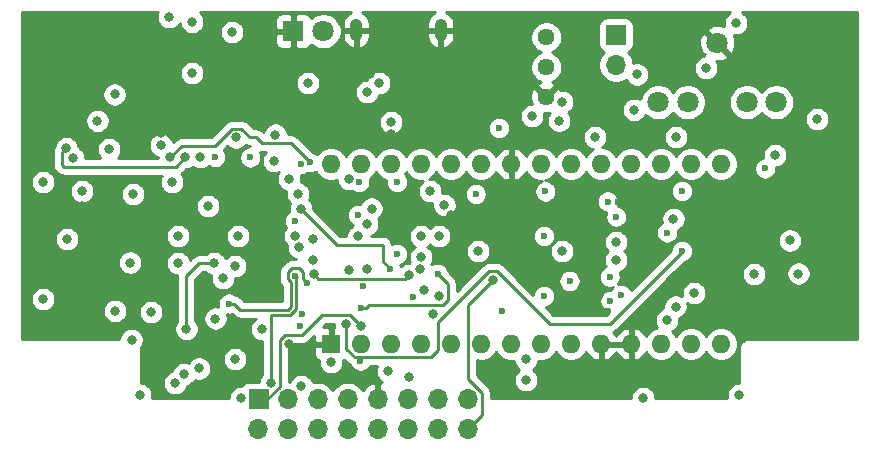
<source format=gbr>
G04 #@! TF.GenerationSoftware,KiCad,Pcbnew,5.1.5+dfsg1-2build2*
G04 #@! TF.CreationDate,2022-11-02T21:13:42+00:00*
G04 #@! TF.ProjectId,psion-speech-sp0256al2,7073696f-6e2d-4737-9065-6563682d7370,rev?*
G04 #@! TF.SameCoordinates,Original*
G04 #@! TF.FileFunction,Copper,L3,Inr*
G04 #@! TF.FilePolarity,Positive*
%FSLAX46Y46*%
G04 Gerber Fmt 4.6, Leading zero omitted, Abs format (unit mm)*
G04 Created by KiCad (PCBNEW 5.1.5+dfsg1-2build2) date 2022-11-02 21:13:42*
%MOMM*%
%LPD*%
G04 APERTURE LIST*
%ADD10C,1.800000*%
%ADD11O,1.600000X1.600000*%
%ADD12R,1.600000X1.600000*%
%ADD13O,1.700000X1.700000*%
%ADD14R,1.700000X1.700000*%
%ADD15C,1.440000*%
%ADD16O,1.050000X1.900000*%
%ADD17R,1.800000X1.800000*%
%ADD18C,0.800000*%
%ADD19C,0.600000*%
%ADD20C,0.250000*%
%ADD21C,0.254000*%
G04 APERTURE END LIST*
D10*
X103490000Y-105510000D03*
X100990000Y-105510000D03*
X93490000Y-105510000D03*
X95990000Y-105510000D03*
X98490000Y-100510000D03*
D11*
X65786000Y-110744000D03*
X98806000Y-125984000D03*
X68326000Y-110744000D03*
X96266000Y-125984000D03*
X70866000Y-110744000D03*
X93726000Y-125984000D03*
X73406000Y-110744000D03*
X91186000Y-125984000D03*
X75946000Y-110744000D03*
X88646000Y-125984000D03*
X78486000Y-110744000D03*
X86106000Y-125984000D03*
X81026000Y-110744000D03*
X83566000Y-125984000D03*
X83566000Y-110744000D03*
X81026000Y-125984000D03*
X86106000Y-110744000D03*
X78486000Y-125984000D03*
X88646000Y-110744000D03*
X75946000Y-125984000D03*
X91186000Y-110744000D03*
X73406000Y-125984000D03*
X93726000Y-110744000D03*
X70866000Y-125984000D03*
X96266000Y-110744000D03*
X68326000Y-125984000D03*
X98806000Y-110744000D03*
D12*
X65786000Y-125984000D03*
D13*
X77360000Y-133200000D03*
X77360000Y-130660000D03*
X74820000Y-133200000D03*
X74820000Y-130660000D03*
X72280000Y-133200000D03*
X72280000Y-130660000D03*
X69740000Y-133200000D03*
X69740000Y-130660000D03*
X67200000Y-133200000D03*
X67200000Y-130660000D03*
X64660000Y-133200000D03*
X64660000Y-130660000D03*
X62120000Y-133200000D03*
X62120000Y-130660000D03*
X59580000Y-133200000D03*
D14*
X59660000Y-130660000D03*
D15*
X84000000Y-105080000D03*
X84000000Y-102540000D03*
X84000000Y-100000000D03*
D13*
X89916000Y-102362000D03*
D14*
X89916000Y-99822000D03*
D16*
X67925000Y-99400000D03*
X75075000Y-99400000D03*
D10*
X65140000Y-99500000D03*
D17*
X62600000Y-99500000D03*
D18*
X92710000Y-128016000D03*
X48514000Y-116840000D03*
X48514000Y-115316000D03*
X54167000Y-115570000D03*
X44704000Y-114300000D03*
X62230000Y-125984000D03*
X59690000Y-126238000D03*
X56450000Y-126500000D03*
X53340000Y-108204000D03*
X57658000Y-105156000D03*
X44786652Y-106116174D03*
X51403659Y-108121223D03*
X69088000Y-103124000D03*
X77978000Y-98298000D03*
X98298000Y-106934000D03*
X89154000Y-107188000D03*
X102362000Y-109220000D03*
X96774000Y-119634000D03*
X101854000Y-124460000D03*
X75946000Y-115062000D03*
X80772000Y-113284000D03*
X65786000Y-113792000D03*
X70866000Y-108204000D03*
X78740000Y-108204000D03*
X96811000Y-114808000D03*
D19*
X67564000Y-108712000D03*
X89210000Y-113920000D03*
X89220000Y-123160000D03*
X90090000Y-113920000D03*
X61890000Y-106950000D03*
D18*
X46990000Y-109474000D03*
X57404000Y-99568000D03*
X54610000Y-128053000D03*
X82296000Y-127291000D03*
X82296000Y-129032000D03*
X43942000Y-110236000D03*
X48900000Y-125625000D03*
X51382105Y-109141587D03*
X47469998Y-104850000D03*
X72390000Y-128759999D03*
X79502000Y-120550010D03*
D19*
X68326000Y-122922461D03*
X74813000Y-120024990D03*
X68475393Y-121091508D03*
D18*
X63054228Y-117788685D03*
X78232000Y-118110000D03*
X53340000Y-128523024D03*
X70612000Y-128309989D03*
X50546000Y-123289990D03*
X69219046Y-114519795D03*
X67056000Y-124272461D03*
X56000000Y-123837500D03*
D19*
X95504000Y-118110000D03*
X95504000Y-113030000D03*
X68280000Y-127391000D03*
D18*
X65786000Y-127508000D03*
X57658000Y-127254000D03*
X100330000Y-130302000D03*
X64312173Y-120066509D03*
X55880000Y-119126000D03*
X53540010Y-124714000D03*
X72390000Y-120142000D03*
X70866000Y-107188000D03*
X88138000Y-108458000D03*
X94996000Y-108458000D03*
X63246000Y-129540000D03*
X60720204Y-129248024D03*
X52578000Y-129286000D03*
X60960000Y-110490000D03*
X59944000Y-124714000D03*
X58166000Y-130556000D03*
X49625000Y-130302000D03*
X92202000Y-130556000D03*
X94234000Y-123952000D03*
X68326000Y-124460000D03*
D19*
X94240000Y-116560000D03*
D18*
X43387299Y-109403949D03*
X43434000Y-117094000D03*
X57745321Y-108492203D03*
X53460000Y-110162500D03*
X54730000Y-110162500D03*
X44704000Y-113030000D03*
X41402000Y-122174000D03*
X41402000Y-112268000D03*
X46000000Y-107087500D03*
X56642000Y-120396000D03*
X57658000Y-119380000D03*
X57912000Y-116840000D03*
X52832000Y-116840000D03*
X55372000Y-114300000D03*
X52832000Y-119126000D03*
X48776146Y-119097323D03*
X49022000Y-113284000D03*
X52324000Y-112268000D03*
X63246000Y-114554000D03*
D19*
X70801000Y-119634000D03*
X71366001Y-118364000D03*
X71366001Y-112268000D03*
X62738000Y-115570000D03*
X68072000Y-115062000D03*
X68163817Y-112298605D03*
D18*
X64262000Y-118872000D03*
X68834000Y-115824000D03*
X68834000Y-119634000D03*
X62738000Y-116840000D03*
X64262000Y-117094000D03*
X52190000Y-110162500D03*
X73319491Y-119614253D03*
X74168000Y-113030000D03*
X62992000Y-113284000D03*
X62230000Y-112014000D03*
X67310000Y-112014000D03*
X67310000Y-119714010D03*
X63820000Y-103886000D03*
X68834000Y-104648000D03*
X61075000Y-108250000D03*
X91694000Y-103159999D03*
X91440000Y-106162001D03*
X85344000Y-105480001D03*
X85090000Y-107080001D03*
X82804000Y-106680000D03*
X106934000Y-106934000D03*
D19*
X102550608Y-111120192D03*
D18*
X103378000Y-109982000D03*
X96520000Y-121666000D03*
X97536000Y-102616000D03*
X100076000Y-98806000D03*
D19*
X80010000Y-107696000D03*
D18*
X73406000Y-118618000D03*
X68109000Y-116840000D03*
X73406000Y-116840000D03*
X69850000Y-103886000D03*
X54026347Y-103048347D03*
X54026347Y-98718000D03*
X52070000Y-98298000D03*
X101600000Y-120076000D03*
X73660000Y-121412000D03*
X104632177Y-117209145D03*
D19*
X85980000Y-120650010D03*
D18*
X85344000Y-118110000D03*
X89916000Y-118872000D03*
X89916000Y-117348000D03*
D19*
X89930000Y-115210000D03*
X90340000Y-121820000D03*
X83820000Y-121920000D03*
X83820000Y-116840000D03*
X83940000Y-113070000D03*
D18*
X74422000Y-123407000D03*
X75391299Y-114229949D03*
X74930000Y-121920000D03*
X74930000Y-116840000D03*
D19*
X89440000Y-122330000D03*
X89380000Y-120288990D03*
X57155058Y-122554942D03*
X63709466Y-120787587D03*
X62757195Y-120184990D03*
X63150000Y-124437001D03*
X64027223Y-110607000D03*
X63320000Y-123460000D03*
D18*
X47512529Y-123184589D03*
X94959000Y-122810000D03*
X105360000Y-120020000D03*
X94779000Y-115380000D03*
D19*
X58940000Y-110190000D03*
X56000000Y-110162500D03*
X72690000Y-121990000D03*
X80280000Y-123190000D03*
X78044000Y-113284000D03*
X63210000Y-110740000D03*
D20*
X77360000Y-122692010D02*
X79502000Y-120550010D01*
X77360000Y-128920998D02*
X77360000Y-122692010D01*
X78535001Y-130095999D02*
X77360000Y-128920998D01*
X78535001Y-132024999D02*
X78535001Y-130095999D01*
X77360000Y-133200000D02*
X78535001Y-132024999D01*
X75655001Y-122268001D02*
X75655001Y-120866991D01*
X69027724Y-122645001D02*
X75278001Y-122645001D01*
X75655001Y-120866991D02*
X74813000Y-120024990D01*
X68750264Y-122922461D02*
X69027724Y-122645001D01*
X75278001Y-122645001D02*
X75655001Y-122268001D01*
X68326000Y-122922461D02*
X68750264Y-122922461D01*
X84297453Y-124272461D02*
X89398541Y-124272461D01*
X79850001Y-119825009D02*
X84297453Y-124272461D01*
X95504000Y-118167002D02*
X95504000Y-118110000D01*
X74820999Y-126524001D02*
X74820999Y-124158009D01*
X79153999Y-119825009D02*
X79850001Y-119825009D01*
X68070000Y-127120000D02*
X74235999Y-127109001D01*
X68059001Y-127109001D02*
X68070000Y-127120000D01*
X74820999Y-124158009D02*
X79153999Y-119825009D01*
X74235999Y-127109001D02*
X74820999Y-126524001D01*
X67785999Y-127109001D02*
X68059001Y-127109001D01*
X67056000Y-126379002D02*
X67785999Y-127109001D01*
X89398541Y-124272461D02*
X95504000Y-118167002D01*
X67056000Y-124272461D02*
X67056000Y-126379002D01*
X68280000Y-127330000D02*
X68059001Y-127109001D01*
X68280000Y-127391000D02*
X68280000Y-127330000D01*
X54610000Y-119126000D02*
X55880000Y-119126000D01*
X53540010Y-120195990D02*
X54610000Y-119126000D01*
X53540010Y-123751990D02*
X53540010Y-124714000D01*
X53540010Y-123751990D02*
X53540010Y-120195990D01*
X72065492Y-120466508D02*
X72390000Y-120142000D01*
X64712172Y-120466508D02*
X72065492Y-120466508D01*
X64312173Y-120066509D02*
X64712172Y-120466508D01*
X60381230Y-130660000D02*
X59660000Y-130660000D01*
X61445205Y-129596025D02*
X60381230Y-130660000D01*
X61445205Y-125661384D02*
X61445205Y-129596025D01*
X61884589Y-125222000D02*
X61445205Y-125661384D01*
X63369463Y-125222000D02*
X61884589Y-125222000D01*
X65044003Y-123547460D02*
X63369463Y-125222000D01*
X67413460Y-123547460D02*
X65044003Y-123547460D01*
X68326000Y-124460000D02*
X67413460Y-123547460D01*
X52661499Y-110961001D02*
X43143001Y-110961001D01*
X53460000Y-110162500D02*
X52661499Y-110961001D01*
X42987300Y-109803948D02*
X43387299Y-109403949D01*
X42987300Y-110805300D02*
X42987300Y-109803948D01*
X43143001Y-110961001D02*
X42987300Y-110805300D01*
X70145001Y-118978001D02*
X70801000Y-119634000D01*
X70145001Y-117565001D02*
X70145001Y-118978001D01*
X66257001Y-117565001D02*
X70145001Y-117565001D01*
X63246000Y-114554000D02*
X66257001Y-117565001D01*
X52190000Y-110162500D02*
X53132500Y-109220000D01*
X57397320Y-107767202D02*
X58200203Y-107767202D01*
X55944522Y-109220000D02*
X57397320Y-107767202D01*
X53132500Y-109220000D02*
X55944522Y-109220000D01*
X58928000Y-108494999D02*
X59472999Y-108494999D01*
X58200203Y-107767202D02*
X58928000Y-108494999D01*
X57579322Y-122554942D02*
X58094380Y-123070000D01*
X57155058Y-122554942D02*
X57579322Y-122554942D01*
X62110000Y-123070000D02*
X62370000Y-122810000D01*
X58094380Y-123070000D02*
X62110000Y-123070000D01*
X62132194Y-119884989D02*
X62457194Y-119559989D01*
X62132194Y-120484991D02*
X62132194Y-119884989D01*
X62370000Y-120722797D02*
X62132194Y-120484991D01*
X62370000Y-122810000D02*
X62370000Y-120722797D01*
X63409467Y-120487588D02*
X63709466Y-120787587D01*
X63409467Y-119889467D02*
X63409467Y-120487588D01*
X63079989Y-119559989D02*
X63409467Y-119889467D01*
X62457194Y-119559989D02*
X63079989Y-119559989D01*
X62922719Y-120350514D02*
X62757195Y-120184990D01*
X62820010Y-120247805D02*
X62757195Y-120184990D01*
X62820010Y-122996400D02*
X62820010Y-120247805D01*
X62296401Y-123520009D02*
X62820010Y-122996400D01*
X60709990Y-123520010D02*
X62296401Y-123520009D01*
X60700000Y-123530000D02*
X60709990Y-123520010D01*
X60700000Y-125010000D02*
X60700000Y-123530000D01*
X60720204Y-125030204D02*
X60700000Y-125010000D01*
X60720204Y-129248024D02*
X60720204Y-125030204D01*
X63727224Y-110307001D02*
X64027223Y-110607000D01*
X62395224Y-108975001D02*
X63727224Y-110307001D01*
X59953001Y-108975001D02*
X62395224Y-108975001D01*
X59472999Y-108494999D02*
X59953001Y-108975001D01*
D21*
G36*
X66021000Y-124374400D02*
G01*
X66058388Y-124562362D01*
X65913000Y-124707750D01*
X65913000Y-125857000D01*
X65933000Y-125857000D01*
X65933000Y-126111000D01*
X65913000Y-126111000D01*
X65913000Y-126131000D01*
X65659000Y-126131000D01*
X65659000Y-126111000D01*
X64509750Y-126111000D01*
X64351000Y-126269750D01*
X64347928Y-126784000D01*
X64360188Y-126908482D01*
X64396498Y-127028180D01*
X64455463Y-127138494D01*
X64534815Y-127235185D01*
X64631506Y-127314537D01*
X64741820Y-127373502D01*
X64756585Y-127377981D01*
X64751000Y-127406061D01*
X64751000Y-127609939D01*
X64790774Y-127809898D01*
X64868795Y-127998256D01*
X64982063Y-128167774D01*
X65126226Y-128311937D01*
X65295744Y-128425205D01*
X65484102Y-128503226D01*
X65684061Y-128543000D01*
X65887939Y-128543000D01*
X66087898Y-128503226D01*
X66276256Y-128425205D01*
X66445774Y-128311937D01*
X66589937Y-128167774D01*
X66703205Y-127998256D01*
X66781226Y-127809898D01*
X66821000Y-127609939D01*
X66821000Y-127406061D01*
X66815415Y-127377981D01*
X66830180Y-127373502D01*
X66925010Y-127322814D01*
X67222204Y-127620009D01*
X67245998Y-127649002D01*
X67274991Y-127672796D01*
X67274995Y-127672800D01*
X67288398Y-127683799D01*
X67361723Y-127743975D01*
X67429085Y-127779981D01*
X67451414Y-127833889D01*
X67553738Y-127987028D01*
X67683972Y-128117262D01*
X67837111Y-128219586D01*
X68007271Y-128290068D01*
X68187911Y-128326000D01*
X68372089Y-128326000D01*
X68552729Y-128290068D01*
X68722889Y-128219586D01*
X68876028Y-128117262D01*
X69006262Y-127987028D01*
X69078978Y-127878201D01*
X69671014Y-127877145D01*
X69616774Y-128008091D01*
X69577000Y-128208050D01*
X69577000Y-128411928D01*
X69616774Y-128611887D01*
X69694795Y-128800245D01*
X69808063Y-128969763D01*
X69952226Y-129113926D01*
X70118643Y-129225122D01*
X70096890Y-129218524D01*
X69867000Y-129339845D01*
X69867000Y-130533000D01*
X69887000Y-130533000D01*
X69887000Y-130787000D01*
X69867000Y-130787000D01*
X69867000Y-130807000D01*
X69613000Y-130807000D01*
X69613000Y-130787000D01*
X69593000Y-130787000D01*
X69593000Y-130533000D01*
X69613000Y-130533000D01*
X69613000Y-129339845D01*
X69383110Y-129218524D01*
X69235901Y-129263175D01*
X68973080Y-129388359D01*
X68739731Y-129562412D01*
X68544822Y-129778645D01*
X68475195Y-129895534D01*
X68353475Y-129713368D01*
X68146632Y-129506525D01*
X67903411Y-129344010D01*
X67633158Y-129232068D01*
X67346260Y-129175000D01*
X67053740Y-129175000D01*
X66766842Y-129232068D01*
X66496589Y-129344010D01*
X66253368Y-129506525D01*
X66046525Y-129713368D01*
X65930000Y-129887760D01*
X65813475Y-129713368D01*
X65606632Y-129506525D01*
X65363411Y-129344010D01*
X65093158Y-129232068D01*
X64806260Y-129175000D01*
X64513740Y-129175000D01*
X64237822Y-129229884D01*
X64163205Y-129049744D01*
X64049937Y-128880226D01*
X63905774Y-128736063D01*
X63736256Y-128622795D01*
X63547898Y-128544774D01*
X63347939Y-128505000D01*
X63144061Y-128505000D01*
X62944102Y-128544774D01*
X62755744Y-128622795D01*
X62586226Y-128736063D01*
X62442063Y-128880226D01*
X62328795Y-129049744D01*
X62276101Y-129176958D01*
X62266260Y-129175000D01*
X62205205Y-129175000D01*
X62205205Y-125982000D01*
X63332141Y-125982000D01*
X63369463Y-125985676D01*
X63406785Y-125982000D01*
X63406796Y-125982000D01*
X63518449Y-125971003D01*
X63661710Y-125927546D01*
X63793739Y-125856974D01*
X63909464Y-125762001D01*
X63933267Y-125732997D01*
X64348726Y-125317539D01*
X64351000Y-125698250D01*
X64509750Y-125857000D01*
X65659000Y-125857000D01*
X65659000Y-124707750D01*
X65500250Y-124549000D01*
X65119539Y-124546726D01*
X65358805Y-124307460D01*
X66021000Y-124307460D01*
X66021000Y-124374400D01*
G37*
X66021000Y-124374400D02*
X66058388Y-124562362D01*
X65913000Y-124707750D01*
X65913000Y-125857000D01*
X65933000Y-125857000D01*
X65933000Y-126111000D01*
X65913000Y-126111000D01*
X65913000Y-126131000D01*
X65659000Y-126131000D01*
X65659000Y-126111000D01*
X64509750Y-126111000D01*
X64351000Y-126269750D01*
X64347928Y-126784000D01*
X64360188Y-126908482D01*
X64396498Y-127028180D01*
X64455463Y-127138494D01*
X64534815Y-127235185D01*
X64631506Y-127314537D01*
X64741820Y-127373502D01*
X64756585Y-127377981D01*
X64751000Y-127406061D01*
X64751000Y-127609939D01*
X64790774Y-127809898D01*
X64868795Y-127998256D01*
X64982063Y-128167774D01*
X65126226Y-128311937D01*
X65295744Y-128425205D01*
X65484102Y-128503226D01*
X65684061Y-128543000D01*
X65887939Y-128543000D01*
X66087898Y-128503226D01*
X66276256Y-128425205D01*
X66445774Y-128311937D01*
X66589937Y-128167774D01*
X66703205Y-127998256D01*
X66781226Y-127809898D01*
X66821000Y-127609939D01*
X66821000Y-127406061D01*
X66815415Y-127377981D01*
X66830180Y-127373502D01*
X66925010Y-127322814D01*
X67222204Y-127620009D01*
X67245998Y-127649002D01*
X67274991Y-127672796D01*
X67274995Y-127672800D01*
X67288398Y-127683799D01*
X67361723Y-127743975D01*
X67429085Y-127779981D01*
X67451414Y-127833889D01*
X67553738Y-127987028D01*
X67683972Y-128117262D01*
X67837111Y-128219586D01*
X68007271Y-128290068D01*
X68187911Y-128326000D01*
X68372089Y-128326000D01*
X68552729Y-128290068D01*
X68722889Y-128219586D01*
X68876028Y-128117262D01*
X69006262Y-127987028D01*
X69078978Y-127878201D01*
X69671014Y-127877145D01*
X69616774Y-128008091D01*
X69577000Y-128208050D01*
X69577000Y-128411928D01*
X69616774Y-128611887D01*
X69694795Y-128800245D01*
X69808063Y-128969763D01*
X69952226Y-129113926D01*
X70118643Y-129225122D01*
X70096890Y-129218524D01*
X69867000Y-129339845D01*
X69867000Y-130533000D01*
X69887000Y-130533000D01*
X69887000Y-130787000D01*
X69867000Y-130787000D01*
X69867000Y-130807000D01*
X69613000Y-130807000D01*
X69613000Y-130787000D01*
X69593000Y-130787000D01*
X69593000Y-130533000D01*
X69613000Y-130533000D01*
X69613000Y-129339845D01*
X69383110Y-129218524D01*
X69235901Y-129263175D01*
X68973080Y-129388359D01*
X68739731Y-129562412D01*
X68544822Y-129778645D01*
X68475195Y-129895534D01*
X68353475Y-129713368D01*
X68146632Y-129506525D01*
X67903411Y-129344010D01*
X67633158Y-129232068D01*
X67346260Y-129175000D01*
X67053740Y-129175000D01*
X66766842Y-129232068D01*
X66496589Y-129344010D01*
X66253368Y-129506525D01*
X66046525Y-129713368D01*
X65930000Y-129887760D01*
X65813475Y-129713368D01*
X65606632Y-129506525D01*
X65363411Y-129344010D01*
X65093158Y-129232068D01*
X64806260Y-129175000D01*
X64513740Y-129175000D01*
X64237822Y-129229884D01*
X64163205Y-129049744D01*
X64049937Y-128880226D01*
X63905774Y-128736063D01*
X63736256Y-128622795D01*
X63547898Y-128544774D01*
X63347939Y-128505000D01*
X63144061Y-128505000D01*
X62944102Y-128544774D01*
X62755744Y-128622795D01*
X62586226Y-128736063D01*
X62442063Y-128880226D01*
X62328795Y-129049744D01*
X62276101Y-129176958D01*
X62266260Y-129175000D01*
X62205205Y-129175000D01*
X62205205Y-125982000D01*
X63332141Y-125982000D01*
X63369463Y-125985676D01*
X63406785Y-125982000D01*
X63406796Y-125982000D01*
X63518449Y-125971003D01*
X63661710Y-125927546D01*
X63793739Y-125856974D01*
X63909464Y-125762001D01*
X63933267Y-125732997D01*
X64348726Y-125317539D01*
X64351000Y-125698250D01*
X64509750Y-125857000D01*
X65659000Y-125857000D01*
X65659000Y-124707750D01*
X65500250Y-124549000D01*
X65119539Y-124546726D01*
X65358805Y-124307460D01*
X66021000Y-124307460D01*
X66021000Y-124374400D01*
G36*
X51074774Y-97996102D02*
G01*
X51035000Y-98196061D01*
X51035000Y-98399939D01*
X51074774Y-98599898D01*
X51152795Y-98788256D01*
X51266063Y-98957774D01*
X51410226Y-99101937D01*
X51579744Y-99215205D01*
X51768102Y-99293226D01*
X51968061Y-99333000D01*
X52171939Y-99333000D01*
X52371898Y-99293226D01*
X52560256Y-99215205D01*
X52729774Y-99101937D01*
X52873937Y-98957774D01*
X52987205Y-98788256D01*
X52991347Y-98778256D01*
X52991347Y-98819939D01*
X53031121Y-99019898D01*
X53109142Y-99208256D01*
X53222410Y-99377774D01*
X53366573Y-99521937D01*
X53536091Y-99635205D01*
X53724449Y-99713226D01*
X53924408Y-99753000D01*
X54128286Y-99753000D01*
X54328245Y-99713226D01*
X54516603Y-99635205D01*
X54686121Y-99521937D01*
X54741997Y-99466061D01*
X56369000Y-99466061D01*
X56369000Y-99669939D01*
X56408774Y-99869898D01*
X56486795Y-100058256D01*
X56600063Y-100227774D01*
X56744226Y-100371937D01*
X56913744Y-100485205D01*
X57102102Y-100563226D01*
X57302061Y-100603000D01*
X57505939Y-100603000D01*
X57705898Y-100563226D01*
X57894256Y-100485205D01*
X58021774Y-100400000D01*
X61061928Y-100400000D01*
X61074188Y-100524482D01*
X61110498Y-100644180D01*
X61169463Y-100754494D01*
X61248815Y-100851185D01*
X61345506Y-100930537D01*
X61455820Y-100989502D01*
X61575518Y-101025812D01*
X61700000Y-101038072D01*
X62314250Y-101035000D01*
X62473000Y-100876250D01*
X62473000Y-99627000D01*
X61223750Y-99627000D01*
X61065000Y-99785750D01*
X61061928Y-100400000D01*
X58021774Y-100400000D01*
X58063774Y-100371937D01*
X58207937Y-100227774D01*
X58321205Y-100058256D01*
X58399226Y-99869898D01*
X58439000Y-99669939D01*
X58439000Y-99466061D01*
X58399226Y-99266102D01*
X58321205Y-99077744D01*
X58207937Y-98908226D01*
X58063774Y-98764063D01*
X57894256Y-98650795D01*
X57771627Y-98600000D01*
X61061928Y-98600000D01*
X61065000Y-99214250D01*
X61223750Y-99373000D01*
X62473000Y-99373000D01*
X62473000Y-98123750D01*
X62727000Y-98123750D01*
X62727000Y-99373000D01*
X62747000Y-99373000D01*
X62747000Y-99627000D01*
X62727000Y-99627000D01*
X62727000Y-100876250D01*
X62885750Y-101035000D01*
X63500000Y-101038072D01*
X63624482Y-101025812D01*
X63744180Y-100989502D01*
X63854494Y-100930537D01*
X63951185Y-100851185D01*
X64030537Y-100754494D01*
X64089502Y-100644180D01*
X64095056Y-100625873D01*
X64161495Y-100692312D01*
X64412905Y-100860299D01*
X64692257Y-100976011D01*
X64988816Y-101035000D01*
X65291184Y-101035000D01*
X65587743Y-100976011D01*
X65867095Y-100860299D01*
X66118505Y-100692312D01*
X66332312Y-100478505D01*
X66500299Y-100227095D01*
X66616011Y-99947743D01*
X66675000Y-99651184D01*
X66675000Y-99527000D01*
X66765000Y-99527000D01*
X66765000Y-99952000D01*
X66812066Y-100175865D01*
X66901901Y-100386246D01*
X67031053Y-100575059D01*
X67194559Y-100735047D01*
X67386136Y-100860063D01*
X67619190Y-100943964D01*
X67798000Y-100818163D01*
X67798000Y-99527000D01*
X68052000Y-99527000D01*
X68052000Y-100818163D01*
X68230810Y-100943964D01*
X68463864Y-100860063D01*
X68655441Y-100735047D01*
X68818947Y-100575059D01*
X68948099Y-100386246D01*
X69037934Y-100175865D01*
X69085000Y-99952000D01*
X69085000Y-99527000D01*
X73915000Y-99527000D01*
X73915000Y-99952000D01*
X73962066Y-100175865D01*
X74051901Y-100386246D01*
X74181053Y-100575059D01*
X74344559Y-100735047D01*
X74536136Y-100860063D01*
X74769190Y-100943964D01*
X74948000Y-100818163D01*
X74948000Y-99527000D01*
X75202000Y-99527000D01*
X75202000Y-100818163D01*
X75380810Y-100943964D01*
X75613864Y-100860063D01*
X75805441Y-100735047D01*
X75968947Y-100575059D01*
X76098099Y-100386246D01*
X76187934Y-100175865D01*
X76235000Y-99952000D01*
X76235000Y-99866544D01*
X82645000Y-99866544D01*
X82645000Y-100133456D01*
X82697072Y-100395239D01*
X82799215Y-100641833D01*
X82947503Y-100863762D01*
X83136238Y-101052497D01*
X83358167Y-101200785D01*
X83525266Y-101270000D01*
X83358167Y-101339215D01*
X83136238Y-101487503D01*
X82947503Y-101676238D01*
X82799215Y-101898167D01*
X82697072Y-102144761D01*
X82645000Y-102406544D01*
X82645000Y-102673456D01*
X82697072Y-102935239D01*
X82799215Y-103181833D01*
X82947503Y-103403762D01*
X83136238Y-103592497D01*
X83358167Y-103740785D01*
X83526324Y-103810438D01*
X83411647Y-103852125D01*
X83305932Y-103908632D01*
X83244045Y-104144440D01*
X84000000Y-104900395D01*
X84755955Y-104144440D01*
X84694068Y-103908632D01*
X84478993Y-103808236D01*
X84641833Y-103740785D01*
X84863762Y-103592497D01*
X85052497Y-103403762D01*
X85200785Y-103181833D01*
X85302928Y-102935239D01*
X85355000Y-102673456D01*
X85355000Y-102406544D01*
X85302928Y-102144761D01*
X85200785Y-101898167D01*
X85052497Y-101676238D01*
X84863762Y-101487503D01*
X84641833Y-101339215D01*
X84474734Y-101270000D01*
X84641833Y-101200785D01*
X84863762Y-101052497D01*
X85052497Y-100863762D01*
X85200785Y-100641833D01*
X85302928Y-100395239D01*
X85355000Y-100133456D01*
X85355000Y-99866544D01*
X85302928Y-99604761D01*
X85200785Y-99358167D01*
X85052497Y-99136238D01*
X84888259Y-98972000D01*
X88427928Y-98972000D01*
X88427928Y-100672000D01*
X88440188Y-100796482D01*
X88476498Y-100916180D01*
X88535463Y-101026494D01*
X88614815Y-101123185D01*
X88711506Y-101202537D01*
X88821820Y-101261502D01*
X88894380Y-101283513D01*
X88762525Y-101415368D01*
X88600010Y-101658589D01*
X88488068Y-101928842D01*
X88431000Y-102215740D01*
X88431000Y-102508260D01*
X88488068Y-102795158D01*
X88600010Y-103065411D01*
X88762525Y-103308632D01*
X88969368Y-103515475D01*
X89212589Y-103677990D01*
X89482842Y-103789932D01*
X89769740Y-103847000D01*
X90062260Y-103847000D01*
X90349158Y-103789932D01*
X90619411Y-103677990D01*
X90751676Y-103589613D01*
X90776795Y-103650255D01*
X90890063Y-103819773D01*
X91034226Y-103963936D01*
X91203744Y-104077204D01*
X91392102Y-104155225D01*
X91592061Y-104194999D01*
X91795939Y-104194999D01*
X91995898Y-104155225D01*
X92184256Y-104077204D01*
X92353774Y-103963936D01*
X92497937Y-103819773D01*
X92611205Y-103650255D01*
X92689226Y-103461897D01*
X92729000Y-103261938D01*
X92729000Y-103058060D01*
X92689226Y-102858101D01*
X92611205Y-102669743D01*
X92507182Y-102514061D01*
X96501000Y-102514061D01*
X96501000Y-102717939D01*
X96540774Y-102917898D01*
X96618795Y-103106256D01*
X96732063Y-103275774D01*
X96876226Y-103419937D01*
X97045744Y-103533205D01*
X97234102Y-103611226D01*
X97434061Y-103651000D01*
X97637939Y-103651000D01*
X97837898Y-103611226D01*
X98026256Y-103533205D01*
X98195774Y-103419937D01*
X98339937Y-103275774D01*
X98453205Y-103106256D01*
X98531226Y-102917898D01*
X98571000Y-102717939D01*
X98571000Y-102514061D01*
X98531226Y-102314102D01*
X98453205Y-102125744D01*
X98397401Y-102042227D01*
X98556553Y-102050991D01*
X98855907Y-102008397D01*
X99141199Y-101908222D01*
X99290792Y-101828261D01*
X99374475Y-101574080D01*
X98490000Y-100689605D01*
X98475858Y-100703748D01*
X98296253Y-100524143D01*
X98310395Y-100510000D01*
X97425920Y-99625525D01*
X97171739Y-99709208D01*
X97040842Y-99981775D01*
X96965635Y-100274642D01*
X96949009Y-100576553D01*
X96991603Y-100875907D01*
X97091778Y-101161199D01*
X97171739Y-101310792D01*
X97425918Y-101394474D01*
X97309970Y-101510422D01*
X97389426Y-101589878D01*
X97234102Y-101620774D01*
X97045744Y-101698795D01*
X96876226Y-101812063D01*
X96732063Y-101956226D01*
X96618795Y-102125744D01*
X96540774Y-102314102D01*
X96501000Y-102514061D01*
X92507182Y-102514061D01*
X92497937Y-102500225D01*
X92353774Y-102356062D01*
X92184256Y-102242794D01*
X91995898Y-102164773D01*
X91795939Y-102124999D01*
X91592061Y-102124999D01*
X91392102Y-102164773D01*
X91390956Y-102165248D01*
X91343932Y-101928842D01*
X91231990Y-101658589D01*
X91069475Y-101415368D01*
X90937620Y-101283513D01*
X91010180Y-101261502D01*
X91120494Y-101202537D01*
X91217185Y-101123185D01*
X91296537Y-101026494D01*
X91355502Y-100916180D01*
X91391812Y-100796482D01*
X91404072Y-100672000D01*
X91404072Y-98972000D01*
X91391812Y-98847518D01*
X91355502Y-98727820D01*
X91296537Y-98617506D01*
X91217185Y-98520815D01*
X91120494Y-98441463D01*
X91010180Y-98382498D01*
X90890482Y-98346188D01*
X90766000Y-98333928D01*
X89066000Y-98333928D01*
X88941518Y-98346188D01*
X88821820Y-98382498D01*
X88711506Y-98441463D01*
X88614815Y-98520815D01*
X88535463Y-98617506D01*
X88476498Y-98727820D01*
X88440188Y-98847518D01*
X88427928Y-98972000D01*
X84888259Y-98972000D01*
X84863762Y-98947503D01*
X84641833Y-98799215D01*
X84395239Y-98697072D01*
X84133456Y-98645000D01*
X83866544Y-98645000D01*
X83604761Y-98697072D01*
X83358167Y-98799215D01*
X83136238Y-98947503D01*
X82947503Y-99136238D01*
X82799215Y-99358167D01*
X82697072Y-99604761D01*
X82645000Y-99866544D01*
X76235000Y-99866544D01*
X76235000Y-99527000D01*
X75202000Y-99527000D01*
X74948000Y-99527000D01*
X73915000Y-99527000D01*
X69085000Y-99527000D01*
X68052000Y-99527000D01*
X67798000Y-99527000D01*
X66765000Y-99527000D01*
X66675000Y-99527000D01*
X66675000Y-99348816D01*
X66616011Y-99052257D01*
X66500299Y-98772905D01*
X66332312Y-98521495D01*
X66118505Y-98307688D01*
X65867095Y-98139701D01*
X65587743Y-98023989D01*
X65291184Y-97965000D01*
X64988816Y-97965000D01*
X64692257Y-98023989D01*
X64412905Y-98139701D01*
X64161495Y-98307688D01*
X64095056Y-98374127D01*
X64089502Y-98355820D01*
X64030537Y-98245506D01*
X63951185Y-98148815D01*
X63854494Y-98069463D01*
X63744180Y-98010498D01*
X63624482Y-97974188D01*
X63500000Y-97961928D01*
X62885750Y-97965000D01*
X62727000Y-98123750D01*
X62473000Y-98123750D01*
X62314250Y-97965000D01*
X61700000Y-97961928D01*
X61575518Y-97974188D01*
X61455820Y-98010498D01*
X61345506Y-98069463D01*
X61248815Y-98148815D01*
X61169463Y-98245506D01*
X61110498Y-98355820D01*
X61074188Y-98475518D01*
X61061928Y-98600000D01*
X57771627Y-98600000D01*
X57705898Y-98572774D01*
X57505939Y-98533000D01*
X57302061Y-98533000D01*
X57102102Y-98572774D01*
X56913744Y-98650795D01*
X56744226Y-98764063D01*
X56600063Y-98908226D01*
X56486795Y-99077744D01*
X56408774Y-99266102D01*
X56369000Y-99466061D01*
X54741997Y-99466061D01*
X54830284Y-99377774D01*
X54943552Y-99208256D01*
X55021573Y-99019898D01*
X55061347Y-98819939D01*
X55061347Y-98616061D01*
X55021573Y-98416102D01*
X54943552Y-98227744D01*
X54830284Y-98058226D01*
X54686121Y-97914063D01*
X54680040Y-97910000D01*
X67469293Y-97910000D01*
X67386136Y-97939937D01*
X67194559Y-98064953D01*
X67031053Y-98224941D01*
X66901901Y-98413754D01*
X66812066Y-98624135D01*
X66765000Y-98848000D01*
X66765000Y-99273000D01*
X67798000Y-99273000D01*
X67798000Y-99253000D01*
X68052000Y-99253000D01*
X68052000Y-99273000D01*
X69085000Y-99273000D01*
X69085000Y-98848000D01*
X69037934Y-98624135D01*
X68948099Y-98413754D01*
X68818947Y-98224941D01*
X68655441Y-98064953D01*
X68463864Y-97939937D01*
X68380707Y-97910000D01*
X74619293Y-97910000D01*
X74536136Y-97939937D01*
X74344559Y-98064953D01*
X74181053Y-98224941D01*
X74051901Y-98413754D01*
X73962066Y-98624135D01*
X73915000Y-98848000D01*
X73915000Y-99273000D01*
X74948000Y-99273000D01*
X74948000Y-99253000D01*
X75202000Y-99253000D01*
X75202000Y-99273000D01*
X76235000Y-99273000D01*
X76235000Y-98848000D01*
X76187934Y-98624135D01*
X76098099Y-98413754D01*
X75968947Y-98224941D01*
X75805441Y-98064953D01*
X75613864Y-97939937D01*
X75530707Y-97910000D01*
X99554008Y-97910000D01*
X99416226Y-98002063D01*
X99272063Y-98146226D01*
X99158795Y-98315744D01*
X99080774Y-98504102D01*
X99041000Y-98704061D01*
X99041000Y-98907939D01*
X99077032Y-99089083D01*
X99018225Y-99060842D01*
X98725358Y-98985635D01*
X98423447Y-98969009D01*
X98124093Y-99011603D01*
X97838801Y-99111778D01*
X97689208Y-99191739D01*
X97605525Y-99445920D01*
X98490000Y-100330395D01*
X98504143Y-100316253D01*
X98683748Y-100495858D01*
X98669605Y-100510000D01*
X99554080Y-101394475D01*
X99808261Y-101310792D01*
X99939158Y-101038225D01*
X100014365Y-100745358D01*
X100030991Y-100443447D01*
X99988397Y-100144093D01*
X99888222Y-99858801D01*
X99867362Y-99819777D01*
X99974061Y-99841000D01*
X100177939Y-99841000D01*
X100377898Y-99801226D01*
X100566256Y-99723205D01*
X100735774Y-99609937D01*
X100879937Y-99465774D01*
X100993205Y-99296256D01*
X101071226Y-99107898D01*
X101111000Y-98907939D01*
X101111000Y-98704061D01*
X101071226Y-98504102D01*
X100993205Y-98315744D01*
X100879937Y-98146226D01*
X100735774Y-98002063D01*
X100597992Y-97910000D01*
X110340000Y-97910000D01*
X110340001Y-125590000D01*
X101032419Y-125590000D01*
X101000000Y-125586807D01*
X100967581Y-125590000D01*
X100870617Y-125599550D01*
X100746207Y-125637290D01*
X100631550Y-125698575D01*
X100531052Y-125781052D01*
X100448575Y-125881550D01*
X100387290Y-125996207D01*
X100349550Y-126120617D01*
X100336807Y-126250000D01*
X100340000Y-126282418D01*
X100340001Y-129267000D01*
X100228061Y-129267000D01*
X100028102Y-129306774D01*
X99839744Y-129384795D01*
X99670226Y-129498063D01*
X99526063Y-129642226D01*
X99412795Y-129811744D01*
X99334774Y-130000102D01*
X99295000Y-130200061D01*
X99295000Y-130403939D01*
X99332010Y-130590000D01*
X93237000Y-130590000D01*
X93237000Y-130454061D01*
X93197226Y-130254102D01*
X93119205Y-130065744D01*
X93005937Y-129896226D01*
X92861774Y-129752063D01*
X92692256Y-129638795D01*
X92503898Y-129560774D01*
X92303939Y-129521000D01*
X92100061Y-129521000D01*
X91900102Y-129560774D01*
X91711744Y-129638795D01*
X91542226Y-129752063D01*
X91398063Y-129896226D01*
X91284795Y-130065744D01*
X91206774Y-130254102D01*
X91167000Y-130454061D01*
X91167000Y-130590000D01*
X79295001Y-130590000D01*
X79295001Y-130133321D01*
X79298677Y-130095998D01*
X79295001Y-130058675D01*
X79295001Y-130058666D01*
X79284004Y-129947013D01*
X79240547Y-129803752D01*
X79169975Y-129671723D01*
X79075002Y-129555998D01*
X79046004Y-129532200D01*
X78120000Y-128606197D01*
X78120000Y-127374311D01*
X78344665Y-127419000D01*
X78627335Y-127419000D01*
X78904574Y-127363853D01*
X79165727Y-127255680D01*
X79400759Y-127098637D01*
X79600637Y-126898759D01*
X79756000Y-126666241D01*
X79911363Y-126898759D01*
X80111241Y-127098637D01*
X80346273Y-127255680D01*
X80607426Y-127363853D01*
X80884665Y-127419000D01*
X81167335Y-127419000D01*
X81262422Y-127400086D01*
X81300774Y-127592898D01*
X81378795Y-127781256D01*
X81492063Y-127950774D01*
X81636226Y-128094937D01*
X81735845Y-128161500D01*
X81636226Y-128228063D01*
X81492063Y-128372226D01*
X81378795Y-128541744D01*
X81300774Y-128730102D01*
X81261000Y-128930061D01*
X81261000Y-129133939D01*
X81300774Y-129333898D01*
X81378795Y-129522256D01*
X81492063Y-129691774D01*
X81636226Y-129835937D01*
X81805744Y-129949205D01*
X81994102Y-130027226D01*
X82194061Y-130067000D01*
X82397939Y-130067000D01*
X82597898Y-130027226D01*
X82786256Y-129949205D01*
X82955774Y-129835937D01*
X83099937Y-129691774D01*
X83213205Y-129522256D01*
X83291226Y-129333898D01*
X83331000Y-129133939D01*
X83331000Y-128930061D01*
X83291226Y-128730102D01*
X83213205Y-128541744D01*
X83099937Y-128372226D01*
X82955774Y-128228063D01*
X82856155Y-128161500D01*
X82955774Y-128094937D01*
X83099937Y-127950774D01*
X83213205Y-127781256D01*
X83291226Y-127592898D01*
X83329578Y-127400086D01*
X83424665Y-127419000D01*
X83707335Y-127419000D01*
X83984574Y-127363853D01*
X84245727Y-127255680D01*
X84480759Y-127098637D01*
X84680637Y-126898759D01*
X84836000Y-126666241D01*
X84991363Y-126898759D01*
X85191241Y-127098637D01*
X85426273Y-127255680D01*
X85687426Y-127363853D01*
X85964665Y-127419000D01*
X86247335Y-127419000D01*
X86524574Y-127363853D01*
X86785727Y-127255680D01*
X87020759Y-127098637D01*
X87220637Y-126898759D01*
X87377680Y-126663727D01*
X87382067Y-126653135D01*
X87493615Y-126839131D01*
X87682586Y-127047519D01*
X87908580Y-127215037D01*
X88162913Y-127335246D01*
X88296961Y-127375904D01*
X88519000Y-127253915D01*
X88519000Y-126111000D01*
X88773000Y-126111000D01*
X88773000Y-127253915D01*
X88995039Y-127375904D01*
X89129087Y-127335246D01*
X89383420Y-127215037D01*
X89609414Y-127047519D01*
X89798385Y-126839131D01*
X89916000Y-126643018D01*
X90033615Y-126839131D01*
X90222586Y-127047519D01*
X90448580Y-127215037D01*
X90702913Y-127335246D01*
X90836961Y-127375904D01*
X91059000Y-127253915D01*
X91059000Y-126111000D01*
X88773000Y-126111000D01*
X88519000Y-126111000D01*
X88499000Y-126111000D01*
X88499000Y-125857000D01*
X88519000Y-125857000D01*
X88519000Y-125837000D01*
X88773000Y-125837000D01*
X88773000Y-125857000D01*
X91059000Y-125857000D01*
X91059000Y-124714085D01*
X91313000Y-124714085D01*
X91313000Y-125857000D01*
X91333000Y-125857000D01*
X91333000Y-126111000D01*
X91313000Y-126111000D01*
X91313000Y-127253915D01*
X91535039Y-127375904D01*
X91669087Y-127335246D01*
X91923420Y-127215037D01*
X92149414Y-127047519D01*
X92338385Y-126839131D01*
X92449933Y-126653135D01*
X92454320Y-126663727D01*
X92611363Y-126898759D01*
X92811241Y-127098637D01*
X93046273Y-127255680D01*
X93307426Y-127363853D01*
X93584665Y-127419000D01*
X93867335Y-127419000D01*
X94144574Y-127363853D01*
X94405727Y-127255680D01*
X94640759Y-127098637D01*
X94840637Y-126898759D01*
X94996000Y-126666241D01*
X95151363Y-126898759D01*
X95351241Y-127098637D01*
X95586273Y-127255680D01*
X95847426Y-127363853D01*
X96124665Y-127419000D01*
X96407335Y-127419000D01*
X96684574Y-127363853D01*
X96945727Y-127255680D01*
X97180759Y-127098637D01*
X97380637Y-126898759D01*
X97536000Y-126666241D01*
X97691363Y-126898759D01*
X97891241Y-127098637D01*
X98126273Y-127255680D01*
X98387426Y-127363853D01*
X98664665Y-127419000D01*
X98947335Y-127419000D01*
X99224574Y-127363853D01*
X99485727Y-127255680D01*
X99720759Y-127098637D01*
X99920637Y-126898759D01*
X100077680Y-126663727D01*
X100185853Y-126402574D01*
X100241000Y-126125335D01*
X100241000Y-125842665D01*
X100185853Y-125565426D01*
X100077680Y-125304273D01*
X99920637Y-125069241D01*
X99720759Y-124869363D01*
X99485727Y-124712320D01*
X99224574Y-124604147D01*
X98947335Y-124549000D01*
X98664665Y-124549000D01*
X98387426Y-124604147D01*
X98126273Y-124712320D01*
X97891241Y-124869363D01*
X97691363Y-125069241D01*
X97536000Y-125301759D01*
X97380637Y-125069241D01*
X97180759Y-124869363D01*
X96945727Y-124712320D01*
X96684574Y-124604147D01*
X96407335Y-124549000D01*
X96124665Y-124549000D01*
X95847426Y-124604147D01*
X95586273Y-124712320D01*
X95351241Y-124869363D01*
X95151363Y-125069241D01*
X94996000Y-125301759D01*
X94840637Y-125069241D01*
X94665103Y-124893707D01*
X94724256Y-124869205D01*
X94893774Y-124755937D01*
X95037937Y-124611774D01*
X95151205Y-124442256D01*
X95229226Y-124253898D01*
X95269000Y-124053939D01*
X95269000Y-123850061D01*
X95260113Y-123805382D01*
X95260898Y-123805226D01*
X95449256Y-123727205D01*
X95618774Y-123613937D01*
X95762937Y-123469774D01*
X95876205Y-123300256D01*
X95954226Y-123111898D01*
X95994000Y-122911939D01*
X95994000Y-122708061D01*
X95959879Y-122536523D01*
X96029744Y-122583205D01*
X96218102Y-122661226D01*
X96418061Y-122701000D01*
X96621939Y-122701000D01*
X96821898Y-122661226D01*
X97010256Y-122583205D01*
X97179774Y-122469937D01*
X97323937Y-122325774D01*
X97437205Y-122156256D01*
X97515226Y-121967898D01*
X97555000Y-121767939D01*
X97555000Y-121564061D01*
X97515226Y-121364102D01*
X97437205Y-121175744D01*
X97323937Y-121006226D01*
X97179774Y-120862063D01*
X97010256Y-120748795D01*
X96821898Y-120670774D01*
X96621939Y-120631000D01*
X96418061Y-120631000D01*
X96218102Y-120670774D01*
X96029744Y-120748795D01*
X95860226Y-120862063D01*
X95716063Y-121006226D01*
X95602795Y-121175744D01*
X95524774Y-121364102D01*
X95485000Y-121564061D01*
X95485000Y-121767939D01*
X95519121Y-121939477D01*
X95449256Y-121892795D01*
X95260898Y-121814774D01*
X95060939Y-121775000D01*
X94857061Y-121775000D01*
X94657102Y-121814774D01*
X94468744Y-121892795D01*
X94299226Y-122006063D01*
X94155063Y-122150226D01*
X94041795Y-122319744D01*
X93963774Y-122508102D01*
X93924000Y-122708061D01*
X93924000Y-122911939D01*
X93932887Y-122956618D01*
X93932102Y-122956774D01*
X93743744Y-123034795D01*
X93574226Y-123148063D01*
X93430063Y-123292226D01*
X93316795Y-123461744D01*
X93238774Y-123650102D01*
X93199000Y-123850061D01*
X93199000Y-124053939D01*
X93238774Y-124253898D01*
X93316795Y-124442256D01*
X93411177Y-124583509D01*
X93307426Y-124604147D01*
X93046273Y-124712320D01*
X92811241Y-124869363D01*
X92611363Y-125069241D01*
X92454320Y-125304273D01*
X92449933Y-125314865D01*
X92338385Y-125128869D01*
X92149414Y-124920481D01*
X91923420Y-124752963D01*
X91669087Y-124632754D01*
X91535039Y-124592096D01*
X91313000Y-124714085D01*
X91059000Y-124714085D01*
X90836961Y-124592096D01*
X90702913Y-124632754D01*
X90448580Y-124752963D01*
X90222586Y-124920481D01*
X90033615Y-125128869D01*
X89916000Y-125324982D01*
X89798385Y-125128869D01*
X89667881Y-124984956D01*
X89690788Y-124978007D01*
X89822817Y-124907435D01*
X89938542Y-124812462D01*
X89962345Y-124783458D01*
X94771742Y-119974061D01*
X100565000Y-119974061D01*
X100565000Y-120177939D01*
X100604774Y-120377898D01*
X100682795Y-120566256D01*
X100796063Y-120735774D01*
X100940226Y-120879937D01*
X101109744Y-120993205D01*
X101298102Y-121071226D01*
X101498061Y-121111000D01*
X101701939Y-121111000D01*
X101901898Y-121071226D01*
X102090256Y-120993205D01*
X102259774Y-120879937D01*
X102403937Y-120735774D01*
X102517205Y-120566256D01*
X102595226Y-120377898D01*
X102635000Y-120177939D01*
X102635000Y-119974061D01*
X102623861Y-119918061D01*
X104325000Y-119918061D01*
X104325000Y-120121939D01*
X104364774Y-120321898D01*
X104442795Y-120510256D01*
X104556063Y-120679774D01*
X104700226Y-120823937D01*
X104869744Y-120937205D01*
X105058102Y-121015226D01*
X105258061Y-121055000D01*
X105461939Y-121055000D01*
X105661898Y-121015226D01*
X105850256Y-120937205D01*
X106019774Y-120823937D01*
X106163937Y-120679774D01*
X106277205Y-120510256D01*
X106355226Y-120321898D01*
X106395000Y-120121939D01*
X106395000Y-119918061D01*
X106355226Y-119718102D01*
X106277205Y-119529744D01*
X106163937Y-119360226D01*
X106019774Y-119216063D01*
X105850256Y-119102795D01*
X105661898Y-119024774D01*
X105461939Y-118985000D01*
X105258061Y-118985000D01*
X105058102Y-119024774D01*
X104869744Y-119102795D01*
X104700226Y-119216063D01*
X104556063Y-119360226D01*
X104442795Y-119529744D01*
X104364774Y-119718102D01*
X104325000Y-119918061D01*
X102623861Y-119918061D01*
X102595226Y-119774102D01*
X102517205Y-119585744D01*
X102403937Y-119416226D01*
X102259774Y-119272063D01*
X102090256Y-119158795D01*
X101901898Y-119080774D01*
X101701939Y-119041000D01*
X101498061Y-119041000D01*
X101298102Y-119080774D01*
X101109744Y-119158795D01*
X100940226Y-119272063D01*
X100796063Y-119416226D01*
X100682795Y-119585744D01*
X100604774Y-119774102D01*
X100565000Y-119974061D01*
X94771742Y-119974061D01*
X95726805Y-119018999D01*
X95776729Y-119009068D01*
X95946889Y-118938586D01*
X96100028Y-118836262D01*
X96230262Y-118706028D01*
X96332586Y-118552889D01*
X96403068Y-118382729D01*
X96439000Y-118202089D01*
X96439000Y-118017911D01*
X96403068Y-117837271D01*
X96332586Y-117667111D01*
X96230262Y-117513972D01*
X96100028Y-117383738D01*
X95946889Y-117281414D01*
X95776729Y-117210932D01*
X95596089Y-117175000D01*
X95411911Y-117175000D01*
X95231271Y-117210932D01*
X95061111Y-117281414D01*
X94907972Y-117383738D01*
X94777738Y-117513972D01*
X94675414Y-117667111D01*
X94604932Y-117837271D01*
X94569000Y-118017911D01*
X94569000Y-118027200D01*
X91183378Y-121412823D01*
X91168586Y-121377111D01*
X91066262Y-121223972D01*
X90936028Y-121093738D01*
X90782889Y-120991414D01*
X90612729Y-120920932D01*
X90432089Y-120885000D01*
X90247911Y-120885000D01*
X90071112Y-120920168D01*
X90106262Y-120885018D01*
X90208586Y-120731879D01*
X90279068Y-120561719D01*
X90315000Y-120381079D01*
X90315000Y-120196901D01*
X90279068Y-120016261D01*
X90217379Y-119867329D01*
X90217898Y-119867226D01*
X90406256Y-119789205D01*
X90575774Y-119675937D01*
X90719937Y-119531774D01*
X90833205Y-119362256D01*
X90911226Y-119173898D01*
X90951000Y-118973939D01*
X90951000Y-118770061D01*
X90911226Y-118570102D01*
X90833205Y-118381744D01*
X90719937Y-118212226D01*
X90617711Y-118110000D01*
X90719937Y-118007774D01*
X90833205Y-117838256D01*
X90911226Y-117649898D01*
X90951000Y-117449939D01*
X90951000Y-117246061D01*
X90911226Y-117046102D01*
X90833205Y-116857744D01*
X90719937Y-116688226D01*
X90575774Y-116544063D01*
X90461805Y-116467911D01*
X93305000Y-116467911D01*
X93305000Y-116652089D01*
X93340932Y-116832729D01*
X93411414Y-117002889D01*
X93513738Y-117156028D01*
X93643972Y-117286262D01*
X93797111Y-117388586D01*
X93967271Y-117459068D01*
X94147911Y-117495000D01*
X94332089Y-117495000D01*
X94512729Y-117459068D01*
X94682889Y-117388586D01*
X94836028Y-117286262D01*
X94966262Y-117156028D01*
X94998883Y-117107206D01*
X103597177Y-117107206D01*
X103597177Y-117311084D01*
X103636951Y-117511043D01*
X103714972Y-117699401D01*
X103828240Y-117868919D01*
X103972403Y-118013082D01*
X104141921Y-118126350D01*
X104330279Y-118204371D01*
X104530238Y-118244145D01*
X104734116Y-118244145D01*
X104934075Y-118204371D01*
X105122433Y-118126350D01*
X105291951Y-118013082D01*
X105436114Y-117868919D01*
X105549382Y-117699401D01*
X105627403Y-117511043D01*
X105667177Y-117311084D01*
X105667177Y-117107206D01*
X105627403Y-116907247D01*
X105549382Y-116718889D01*
X105436114Y-116549371D01*
X105291951Y-116405208D01*
X105122433Y-116291940D01*
X104934075Y-116213919D01*
X104734116Y-116174145D01*
X104530238Y-116174145D01*
X104330279Y-116213919D01*
X104141921Y-116291940D01*
X103972403Y-116405208D01*
X103828240Y-116549371D01*
X103714972Y-116718889D01*
X103636951Y-116907247D01*
X103597177Y-117107206D01*
X94998883Y-117107206D01*
X95068586Y-117002889D01*
X95139068Y-116832729D01*
X95175000Y-116652089D01*
X95175000Y-116467911D01*
X95150804Y-116346270D01*
X95269256Y-116297205D01*
X95438774Y-116183937D01*
X95582937Y-116039774D01*
X95696205Y-115870256D01*
X95774226Y-115681898D01*
X95814000Y-115481939D01*
X95814000Y-115278061D01*
X95774226Y-115078102D01*
X95696205Y-114889744D01*
X95582937Y-114720226D01*
X95438774Y-114576063D01*
X95269256Y-114462795D01*
X95080898Y-114384774D01*
X94880939Y-114345000D01*
X94677061Y-114345000D01*
X94477102Y-114384774D01*
X94288744Y-114462795D01*
X94119226Y-114576063D01*
X93975063Y-114720226D01*
X93861795Y-114889744D01*
X93783774Y-115078102D01*
X93744000Y-115278061D01*
X93744000Y-115481939D01*
X93783774Y-115681898D01*
X93803234Y-115728878D01*
X93797111Y-115731414D01*
X93643972Y-115833738D01*
X93513738Y-115963972D01*
X93411414Y-116117111D01*
X93340932Y-116287271D01*
X93305000Y-116467911D01*
X90461805Y-116467911D01*
X90406256Y-116430795D01*
X90217898Y-116352774D01*
X90017939Y-116313000D01*
X89814061Y-116313000D01*
X89614102Y-116352774D01*
X89425744Y-116430795D01*
X89256226Y-116544063D01*
X89112063Y-116688226D01*
X88998795Y-116857744D01*
X88920774Y-117046102D01*
X88881000Y-117246061D01*
X88881000Y-117449939D01*
X88920774Y-117649898D01*
X88998795Y-117838256D01*
X89112063Y-118007774D01*
X89214289Y-118110000D01*
X89112063Y-118212226D01*
X88998795Y-118381744D01*
X88920774Y-118570102D01*
X88881000Y-118770061D01*
X88881000Y-118973939D01*
X88920774Y-119173898D01*
X88998795Y-119362256D01*
X89036788Y-119419117D01*
X88937111Y-119460404D01*
X88783972Y-119562728D01*
X88653738Y-119692962D01*
X88551414Y-119846101D01*
X88480932Y-120016261D01*
X88445000Y-120196901D01*
X88445000Y-120381079D01*
X88480932Y-120561719D01*
X88551414Y-120731879D01*
X88653738Y-120885018D01*
X88783972Y-121015252D01*
X88937111Y-121117576D01*
X89107271Y-121188058D01*
X89287911Y-121223990D01*
X89472089Y-121223990D01*
X89648888Y-121188822D01*
X89613738Y-121223972D01*
X89511414Y-121377111D01*
X89504004Y-121395000D01*
X89347911Y-121395000D01*
X89167271Y-121430932D01*
X88997111Y-121501414D01*
X88843972Y-121603738D01*
X88713738Y-121733972D01*
X88611414Y-121887111D01*
X88540932Y-122057271D01*
X88505000Y-122237911D01*
X88505000Y-122422089D01*
X88540932Y-122602729D01*
X88611414Y-122772889D01*
X88713738Y-122926028D01*
X88843972Y-123056262D01*
X88997111Y-123158586D01*
X89167271Y-123229068D01*
X89333973Y-123262228D01*
X89083740Y-123512461D01*
X84612255Y-123512461D01*
X83947709Y-122847915D01*
X84092729Y-122819068D01*
X84262889Y-122748586D01*
X84416028Y-122646262D01*
X84546262Y-122516028D01*
X84648586Y-122362889D01*
X84719068Y-122192729D01*
X84755000Y-122012089D01*
X84755000Y-121827911D01*
X84719068Y-121647271D01*
X84648586Y-121477111D01*
X84546262Y-121323972D01*
X84416028Y-121193738D01*
X84262889Y-121091414D01*
X84092729Y-121020932D01*
X83912089Y-120985000D01*
X83727911Y-120985000D01*
X83547271Y-121020932D01*
X83377111Y-121091414D01*
X83223972Y-121193738D01*
X83093738Y-121323972D01*
X82991414Y-121477111D01*
X82920932Y-121647271D01*
X82892085Y-121792292D01*
X81657714Y-120557921D01*
X85045000Y-120557921D01*
X85045000Y-120742099D01*
X85080932Y-120922739D01*
X85151414Y-121092899D01*
X85253738Y-121246038D01*
X85383972Y-121376272D01*
X85537111Y-121478596D01*
X85707271Y-121549078D01*
X85887911Y-121585010D01*
X86072089Y-121585010D01*
X86252729Y-121549078D01*
X86422889Y-121478596D01*
X86576028Y-121376272D01*
X86706262Y-121246038D01*
X86808586Y-121092899D01*
X86879068Y-120922739D01*
X86915000Y-120742099D01*
X86915000Y-120557921D01*
X86879068Y-120377281D01*
X86808586Y-120207121D01*
X86706262Y-120053982D01*
X86576028Y-119923748D01*
X86422889Y-119821424D01*
X86252729Y-119750942D01*
X86072089Y-119715010D01*
X85887911Y-119715010D01*
X85707271Y-119750942D01*
X85537111Y-119821424D01*
X85383972Y-119923748D01*
X85253738Y-120053982D01*
X85151414Y-120207121D01*
X85080932Y-120377281D01*
X85045000Y-120557921D01*
X81657714Y-120557921D01*
X80413805Y-119314012D01*
X80390002Y-119285008D01*
X80274277Y-119190035D01*
X80142248Y-119119463D01*
X79998987Y-119076006D01*
X79887334Y-119065009D01*
X79887323Y-119065009D01*
X79850001Y-119061333D01*
X79812679Y-119065009D01*
X79191321Y-119065009D01*
X79153998Y-119061333D01*
X79116675Y-119065009D01*
X79116666Y-119065009D01*
X79005013Y-119076006D01*
X78861752Y-119119463D01*
X78729723Y-119190035D01*
X78613998Y-119285008D01*
X78590200Y-119314006D01*
X76415001Y-121489206D01*
X76415001Y-120904313D01*
X76418677Y-120866990D01*
X76415001Y-120829667D01*
X76415001Y-120829658D01*
X76404004Y-120718005D01*
X76360547Y-120574744D01*
X76289975Y-120442715D01*
X76195002Y-120326990D01*
X76166004Y-120303192D01*
X75736153Y-119873341D01*
X75712068Y-119752261D01*
X75641586Y-119582101D01*
X75539262Y-119428962D01*
X75409028Y-119298728D01*
X75255889Y-119196404D01*
X75085729Y-119125922D01*
X74905089Y-119089990D01*
X74720911Y-119089990D01*
X74540271Y-119125922D01*
X74370111Y-119196404D01*
X74289108Y-119250529D01*
X74265777Y-119194204D01*
X74323205Y-119108256D01*
X74401226Y-118919898D01*
X74441000Y-118719939D01*
X74441000Y-118516061D01*
X74401226Y-118316102D01*
X74323205Y-118127744D01*
X74243236Y-118008061D01*
X77197000Y-118008061D01*
X77197000Y-118211939D01*
X77236774Y-118411898D01*
X77314795Y-118600256D01*
X77428063Y-118769774D01*
X77572226Y-118913937D01*
X77741744Y-119027205D01*
X77930102Y-119105226D01*
X78130061Y-119145000D01*
X78333939Y-119145000D01*
X78533898Y-119105226D01*
X78722256Y-119027205D01*
X78891774Y-118913937D01*
X79035937Y-118769774D01*
X79149205Y-118600256D01*
X79227226Y-118411898D01*
X79267000Y-118211939D01*
X79267000Y-118008061D01*
X84309000Y-118008061D01*
X84309000Y-118211939D01*
X84348774Y-118411898D01*
X84426795Y-118600256D01*
X84540063Y-118769774D01*
X84684226Y-118913937D01*
X84853744Y-119027205D01*
X85042102Y-119105226D01*
X85242061Y-119145000D01*
X85445939Y-119145000D01*
X85645898Y-119105226D01*
X85834256Y-119027205D01*
X86003774Y-118913937D01*
X86147937Y-118769774D01*
X86261205Y-118600256D01*
X86339226Y-118411898D01*
X86379000Y-118211939D01*
X86379000Y-118008061D01*
X86339226Y-117808102D01*
X86261205Y-117619744D01*
X86147937Y-117450226D01*
X86003774Y-117306063D01*
X85834256Y-117192795D01*
X85645898Y-117114774D01*
X85445939Y-117075000D01*
X85242061Y-117075000D01*
X85042102Y-117114774D01*
X84853744Y-117192795D01*
X84684226Y-117306063D01*
X84540063Y-117450226D01*
X84426795Y-117619744D01*
X84348774Y-117808102D01*
X84309000Y-118008061D01*
X79267000Y-118008061D01*
X79227226Y-117808102D01*
X79149205Y-117619744D01*
X79035937Y-117450226D01*
X78891774Y-117306063D01*
X78722256Y-117192795D01*
X78533898Y-117114774D01*
X78333939Y-117075000D01*
X78130061Y-117075000D01*
X77930102Y-117114774D01*
X77741744Y-117192795D01*
X77572226Y-117306063D01*
X77428063Y-117450226D01*
X77314795Y-117619744D01*
X77236774Y-117808102D01*
X77197000Y-118008061D01*
X74243236Y-118008061D01*
X74209937Y-117958226D01*
X74065774Y-117814063D01*
X73938468Y-117729000D01*
X74065774Y-117643937D01*
X74168000Y-117541711D01*
X74270226Y-117643937D01*
X74439744Y-117757205D01*
X74628102Y-117835226D01*
X74828061Y-117875000D01*
X75031939Y-117875000D01*
X75231898Y-117835226D01*
X75420256Y-117757205D01*
X75589774Y-117643937D01*
X75733937Y-117499774D01*
X75847205Y-117330256D01*
X75925226Y-117141898D01*
X75965000Y-116941939D01*
X75965000Y-116747911D01*
X82885000Y-116747911D01*
X82885000Y-116932089D01*
X82920932Y-117112729D01*
X82991414Y-117282889D01*
X83093738Y-117436028D01*
X83223972Y-117566262D01*
X83377111Y-117668586D01*
X83547271Y-117739068D01*
X83727911Y-117775000D01*
X83912089Y-117775000D01*
X84092729Y-117739068D01*
X84262889Y-117668586D01*
X84416028Y-117566262D01*
X84546262Y-117436028D01*
X84648586Y-117282889D01*
X84719068Y-117112729D01*
X84755000Y-116932089D01*
X84755000Y-116747911D01*
X84719068Y-116567271D01*
X84648586Y-116397111D01*
X84546262Y-116243972D01*
X84416028Y-116113738D01*
X84262889Y-116011414D01*
X84092729Y-115940932D01*
X83912089Y-115905000D01*
X83727911Y-115905000D01*
X83547271Y-115940932D01*
X83377111Y-116011414D01*
X83223972Y-116113738D01*
X83093738Y-116243972D01*
X82991414Y-116397111D01*
X82920932Y-116567271D01*
X82885000Y-116747911D01*
X75965000Y-116747911D01*
X75965000Y-116738061D01*
X75925226Y-116538102D01*
X75847205Y-116349744D01*
X75733937Y-116180226D01*
X75589774Y-116036063D01*
X75420256Y-115922795D01*
X75231898Y-115844774D01*
X75031939Y-115805000D01*
X74828061Y-115805000D01*
X74628102Y-115844774D01*
X74439744Y-115922795D01*
X74270226Y-116036063D01*
X74168000Y-116138289D01*
X74065774Y-116036063D01*
X73896256Y-115922795D01*
X73707898Y-115844774D01*
X73507939Y-115805000D01*
X73304061Y-115805000D01*
X73104102Y-115844774D01*
X72915744Y-115922795D01*
X72746226Y-116036063D01*
X72602063Y-116180226D01*
X72488795Y-116349744D01*
X72410774Y-116538102D01*
X72371000Y-116738061D01*
X72371000Y-116941939D01*
X72410774Y-117141898D01*
X72488795Y-117330256D01*
X72602063Y-117499774D01*
X72746226Y-117643937D01*
X72873532Y-117729000D01*
X72746226Y-117814063D01*
X72602063Y-117958226D01*
X72488795Y-118127744D01*
X72410774Y-118316102D01*
X72371000Y-118516061D01*
X72371000Y-118719939D01*
X72410774Y-118919898D01*
X72459714Y-119038049D01*
X72413643Y-119107000D01*
X72288061Y-119107000D01*
X72088102Y-119146774D01*
X71899744Y-119224795D01*
X71730226Y-119338063D01*
X71701221Y-119367068D01*
X71700068Y-119361271D01*
X71656366Y-119255763D01*
X71808890Y-119192586D01*
X71962029Y-119090262D01*
X72092263Y-118960028D01*
X72194587Y-118806889D01*
X72265069Y-118636729D01*
X72301001Y-118456089D01*
X72301001Y-118271911D01*
X72265069Y-118091271D01*
X72194587Y-117921111D01*
X72092263Y-117767972D01*
X71962029Y-117637738D01*
X71808890Y-117535414D01*
X71638730Y-117464932D01*
X71458090Y-117429000D01*
X71273912Y-117429000D01*
X71093272Y-117464932D01*
X70923112Y-117535414D01*
X70906835Y-117546290D01*
X70894004Y-117416015D01*
X70850547Y-117272754D01*
X70779975Y-117140725D01*
X70685002Y-117025000D01*
X70569277Y-116930027D01*
X70437248Y-116859455D01*
X70293987Y-116815998D01*
X70182334Y-116805001D01*
X70145001Y-116801324D01*
X70107668Y-116805001D01*
X69170240Y-116805001D01*
X69324256Y-116741205D01*
X69493774Y-116627937D01*
X69637937Y-116483774D01*
X69751205Y-116314256D01*
X69829226Y-116125898D01*
X69869000Y-115925939D01*
X69869000Y-115722061D01*
X69829226Y-115522102D01*
X69775620Y-115392688D01*
X69878820Y-115323732D01*
X70022983Y-115179569D01*
X70136251Y-115010051D01*
X70214272Y-114821693D01*
X70254046Y-114621734D01*
X70254046Y-114417856D01*
X70214272Y-114217897D01*
X70136251Y-114029539D01*
X70022983Y-113860021D01*
X69878820Y-113715858D01*
X69709302Y-113602590D01*
X69520944Y-113524569D01*
X69320985Y-113484795D01*
X69117107Y-113484795D01*
X68917148Y-113524569D01*
X68728790Y-113602590D01*
X68559272Y-113715858D01*
X68415109Y-113860021D01*
X68301841Y-114029539D01*
X68254058Y-114144896D01*
X68164089Y-114127000D01*
X67979911Y-114127000D01*
X67799271Y-114162932D01*
X67629111Y-114233414D01*
X67475972Y-114335738D01*
X67345738Y-114465972D01*
X67243414Y-114619111D01*
X67172932Y-114789271D01*
X67137000Y-114969911D01*
X67137000Y-115154089D01*
X67172932Y-115334729D01*
X67243414Y-115504889D01*
X67345738Y-115658028D01*
X67475972Y-115788262D01*
X67629111Y-115890586D01*
X67662807Y-115904543D01*
X67618744Y-115922795D01*
X67449226Y-116036063D01*
X67305063Y-116180226D01*
X67191795Y-116349744D01*
X67113774Y-116538102D01*
X67074000Y-116738061D01*
X67074000Y-116805001D01*
X66571804Y-116805001D01*
X64281000Y-114514199D01*
X64281000Y-114452061D01*
X64241226Y-114252102D01*
X64163205Y-114063744D01*
X64049937Y-113894226D01*
X63915286Y-113759575D01*
X63987226Y-113585898D01*
X64027000Y-113385939D01*
X64027000Y-113182061D01*
X63987226Y-112982102D01*
X63909205Y-112793744D01*
X63795937Y-112624226D01*
X63651774Y-112480063D01*
X63482256Y-112366795D01*
X63293898Y-112288774D01*
X63233030Y-112276667D01*
X63265000Y-112115939D01*
X63265000Y-111912061D01*
X63225226Y-111712102D01*
X63209858Y-111675000D01*
X63302089Y-111675000D01*
X63482729Y-111639068D01*
X63652889Y-111568586D01*
X63749531Y-111504012D01*
X63754494Y-111506068D01*
X63935134Y-111542000D01*
X64119312Y-111542000D01*
X64299952Y-111506068D01*
X64470112Y-111435586D01*
X64508584Y-111409880D01*
X64514320Y-111423727D01*
X64671363Y-111658759D01*
X64871241Y-111858637D01*
X65106273Y-112015680D01*
X65367426Y-112123853D01*
X65644665Y-112179000D01*
X65927335Y-112179000D01*
X66204574Y-112123853D01*
X66275000Y-112094682D01*
X66275000Y-112115939D01*
X66314774Y-112315898D01*
X66392795Y-112504256D01*
X66506063Y-112673774D01*
X66650226Y-112817937D01*
X66819744Y-112931205D01*
X67008102Y-113009226D01*
X67208061Y-113049000D01*
X67411939Y-113049000D01*
X67562061Y-113019139D01*
X67567789Y-113024867D01*
X67720928Y-113127191D01*
X67891088Y-113197673D01*
X68071728Y-113233605D01*
X68255906Y-113233605D01*
X68436546Y-113197673D01*
X68606706Y-113127191D01*
X68759845Y-113024867D01*
X68890079Y-112894633D01*
X68992403Y-112741494D01*
X69062885Y-112571334D01*
X69098817Y-112390694D01*
X69098817Y-112206516D01*
X69062885Y-112025876D01*
X69047187Y-111987977D01*
X69240759Y-111858637D01*
X69440637Y-111658759D01*
X69596000Y-111426241D01*
X69751363Y-111658759D01*
X69951241Y-111858637D01*
X70186273Y-112015680D01*
X70441818Y-112121530D01*
X70431001Y-112175911D01*
X70431001Y-112360089D01*
X70466933Y-112540729D01*
X70537415Y-112710889D01*
X70639739Y-112864028D01*
X70769973Y-112994262D01*
X70923112Y-113096586D01*
X71093272Y-113167068D01*
X71273912Y-113203000D01*
X71458090Y-113203000D01*
X71638730Y-113167068D01*
X71808890Y-113096586D01*
X71962029Y-112994262D01*
X72092263Y-112864028D01*
X72194587Y-112710889D01*
X72265069Y-112540729D01*
X72301001Y-112360089D01*
X72301001Y-112175911D01*
X72265069Y-111995271D01*
X72194587Y-111825111D01*
X72092263Y-111671972D01*
X72020056Y-111599765D01*
X72136000Y-111426241D01*
X72291363Y-111658759D01*
X72491241Y-111858637D01*
X72726273Y-112015680D01*
X72987426Y-112123853D01*
X73264665Y-112179000D01*
X73547335Y-112179000D01*
X73591940Y-112170127D01*
X73508226Y-112226063D01*
X73364063Y-112370226D01*
X73250795Y-112539744D01*
X73172774Y-112728102D01*
X73133000Y-112928061D01*
X73133000Y-113131939D01*
X73172774Y-113331898D01*
X73250795Y-113520256D01*
X73364063Y-113689774D01*
X73508226Y-113833937D01*
X73677744Y-113947205D01*
X73866102Y-114025226D01*
X74066061Y-114065000D01*
X74269939Y-114065000D01*
X74372906Y-114044519D01*
X74356299Y-114128010D01*
X74356299Y-114331888D01*
X74396073Y-114531847D01*
X74474094Y-114720205D01*
X74587362Y-114889723D01*
X74731525Y-115033886D01*
X74901043Y-115147154D01*
X75089401Y-115225175D01*
X75289360Y-115264949D01*
X75493238Y-115264949D01*
X75693197Y-115225175D01*
X75881555Y-115147154D01*
X76051073Y-115033886D01*
X76195236Y-114889723D01*
X76308504Y-114720205D01*
X76386525Y-114531847D01*
X76426299Y-114331888D01*
X76426299Y-114128010D01*
X76386525Y-113928051D01*
X76308504Y-113739693D01*
X76195236Y-113570175D01*
X76051073Y-113426012D01*
X75881555Y-113312744D01*
X75693197Y-113234723D01*
X75493238Y-113194949D01*
X75289360Y-113194949D01*
X75186393Y-113215430D01*
X75191071Y-113191911D01*
X77109000Y-113191911D01*
X77109000Y-113376089D01*
X77144932Y-113556729D01*
X77215414Y-113726889D01*
X77317738Y-113880028D01*
X77447972Y-114010262D01*
X77601111Y-114112586D01*
X77771271Y-114183068D01*
X77951911Y-114219000D01*
X78136089Y-114219000D01*
X78316729Y-114183068D01*
X78486889Y-114112586D01*
X78640028Y-114010262D01*
X78770262Y-113880028D01*
X78872586Y-113726889D01*
X78943068Y-113556729D01*
X78979000Y-113376089D01*
X78979000Y-113191911D01*
X78943068Y-113011271D01*
X78872586Y-112841111D01*
X78770262Y-112687972D01*
X78640028Y-112557738D01*
X78486889Y-112455414D01*
X78316729Y-112384932D01*
X78136089Y-112349000D01*
X77951911Y-112349000D01*
X77771271Y-112384932D01*
X77601111Y-112455414D01*
X77447972Y-112557738D01*
X77317738Y-112687972D01*
X77215414Y-112841111D01*
X77144932Y-113011271D01*
X77109000Y-113191911D01*
X75191071Y-113191911D01*
X75203000Y-113131939D01*
X75203000Y-112928061D01*
X75163226Y-112728102D01*
X75085205Y-112539744D01*
X74971937Y-112370226D01*
X74827774Y-112226063D01*
X74658256Y-112112795D01*
X74469898Y-112034774D01*
X74269939Y-111995000D01*
X74116677Y-111995000D01*
X74320759Y-111858637D01*
X74520637Y-111658759D01*
X74676000Y-111426241D01*
X74831363Y-111658759D01*
X75031241Y-111858637D01*
X75266273Y-112015680D01*
X75527426Y-112123853D01*
X75804665Y-112179000D01*
X76087335Y-112179000D01*
X76364574Y-112123853D01*
X76625727Y-112015680D01*
X76860759Y-111858637D01*
X77060637Y-111658759D01*
X77216000Y-111426241D01*
X77371363Y-111658759D01*
X77571241Y-111858637D01*
X77806273Y-112015680D01*
X78067426Y-112123853D01*
X78344665Y-112179000D01*
X78627335Y-112179000D01*
X78904574Y-112123853D01*
X79165727Y-112015680D01*
X79400759Y-111858637D01*
X79600637Y-111658759D01*
X79757680Y-111423727D01*
X79762067Y-111413135D01*
X79873615Y-111599131D01*
X80062586Y-111807519D01*
X80288580Y-111975037D01*
X80542913Y-112095246D01*
X80676961Y-112135904D01*
X80899000Y-112013915D01*
X80899000Y-110871000D01*
X80879000Y-110871000D01*
X80879000Y-110617000D01*
X80899000Y-110617000D01*
X80899000Y-109474085D01*
X81153000Y-109474085D01*
X81153000Y-110617000D01*
X81173000Y-110617000D01*
X81173000Y-110871000D01*
X81153000Y-110871000D01*
X81153000Y-112013915D01*
X81375039Y-112135904D01*
X81509087Y-112095246D01*
X81763420Y-111975037D01*
X81989414Y-111807519D01*
X82178385Y-111599131D01*
X82289933Y-111413135D01*
X82294320Y-111423727D01*
X82451363Y-111658759D01*
X82651241Y-111858637D01*
X82886273Y-112015680D01*
X83147426Y-112123853D01*
X83424665Y-112179000D01*
X83647793Y-112179000D01*
X83497111Y-112241414D01*
X83343972Y-112343738D01*
X83213738Y-112473972D01*
X83111414Y-112627111D01*
X83040932Y-112797271D01*
X83005000Y-112977911D01*
X83005000Y-113162089D01*
X83040932Y-113342729D01*
X83111414Y-113512889D01*
X83213738Y-113666028D01*
X83343972Y-113796262D01*
X83497111Y-113898586D01*
X83667271Y-113969068D01*
X83847911Y-114005000D01*
X84032089Y-114005000D01*
X84212729Y-113969068D01*
X84382889Y-113898586D01*
X84488661Y-113827911D01*
X88275000Y-113827911D01*
X88275000Y-114012089D01*
X88310932Y-114192729D01*
X88381414Y-114362889D01*
X88483738Y-114516028D01*
X88613972Y-114646262D01*
X88767111Y-114748586D01*
X88937271Y-114819068D01*
X89069036Y-114845278D01*
X89030932Y-114937271D01*
X88995000Y-115117911D01*
X88995000Y-115302089D01*
X89030932Y-115482729D01*
X89101414Y-115652889D01*
X89203738Y-115806028D01*
X89333972Y-115936262D01*
X89487111Y-116038586D01*
X89657271Y-116109068D01*
X89837911Y-116145000D01*
X90022089Y-116145000D01*
X90202729Y-116109068D01*
X90372889Y-116038586D01*
X90526028Y-115936262D01*
X90656262Y-115806028D01*
X90758586Y-115652889D01*
X90829068Y-115482729D01*
X90865000Y-115302089D01*
X90865000Y-115117911D01*
X90829068Y-114937271D01*
X90758586Y-114767111D01*
X90656262Y-114613972D01*
X90526028Y-114483738D01*
X90372889Y-114381414D01*
X90202729Y-114310932D01*
X90070964Y-114284722D01*
X90109068Y-114192729D01*
X90145000Y-114012089D01*
X90145000Y-113827911D01*
X90109068Y-113647271D01*
X90038586Y-113477111D01*
X89936262Y-113323972D01*
X89806028Y-113193738D01*
X89652889Y-113091414D01*
X89482729Y-113020932D01*
X89302089Y-112985000D01*
X89117911Y-112985000D01*
X88937271Y-113020932D01*
X88767111Y-113091414D01*
X88613972Y-113193738D01*
X88483738Y-113323972D01*
X88381414Y-113477111D01*
X88310932Y-113647271D01*
X88275000Y-113827911D01*
X84488661Y-113827911D01*
X84536028Y-113796262D01*
X84666262Y-113666028D01*
X84768586Y-113512889D01*
X84839068Y-113342729D01*
X84875000Y-113162089D01*
X84875000Y-112977911D01*
X84867044Y-112937911D01*
X94569000Y-112937911D01*
X94569000Y-113122089D01*
X94604932Y-113302729D01*
X94675414Y-113472889D01*
X94777738Y-113626028D01*
X94907972Y-113756262D01*
X95061111Y-113858586D01*
X95231271Y-113929068D01*
X95411911Y-113965000D01*
X95596089Y-113965000D01*
X95776729Y-113929068D01*
X95946889Y-113858586D01*
X96100028Y-113756262D01*
X96230262Y-113626028D01*
X96332586Y-113472889D01*
X96403068Y-113302729D01*
X96439000Y-113122089D01*
X96439000Y-112937911D01*
X96403068Y-112757271D01*
X96332586Y-112587111D01*
X96230262Y-112433972D01*
X96100028Y-112303738D01*
X95946889Y-112201414D01*
X95776729Y-112130932D01*
X95596089Y-112095000D01*
X95411911Y-112095000D01*
X95231271Y-112130932D01*
X95061111Y-112201414D01*
X94907972Y-112303738D01*
X94777738Y-112433972D01*
X94675414Y-112587111D01*
X94604932Y-112757271D01*
X94569000Y-112937911D01*
X84867044Y-112937911D01*
X84839068Y-112797271D01*
X84768586Y-112627111D01*
X84666262Y-112473972D01*
X84536028Y-112343738D01*
X84382889Y-112241414D01*
X84212729Y-112170932D01*
X84032089Y-112135000D01*
X83928535Y-112135000D01*
X83984574Y-112123853D01*
X84245727Y-112015680D01*
X84480759Y-111858637D01*
X84680637Y-111658759D01*
X84836000Y-111426241D01*
X84991363Y-111658759D01*
X85191241Y-111858637D01*
X85426273Y-112015680D01*
X85687426Y-112123853D01*
X85964665Y-112179000D01*
X86247335Y-112179000D01*
X86524574Y-112123853D01*
X86785727Y-112015680D01*
X87020759Y-111858637D01*
X87220637Y-111658759D01*
X87376000Y-111426241D01*
X87531363Y-111658759D01*
X87731241Y-111858637D01*
X87966273Y-112015680D01*
X88227426Y-112123853D01*
X88504665Y-112179000D01*
X88787335Y-112179000D01*
X89064574Y-112123853D01*
X89325727Y-112015680D01*
X89560759Y-111858637D01*
X89760637Y-111658759D01*
X89916000Y-111426241D01*
X90071363Y-111658759D01*
X90271241Y-111858637D01*
X90506273Y-112015680D01*
X90767426Y-112123853D01*
X91044665Y-112179000D01*
X91327335Y-112179000D01*
X91604574Y-112123853D01*
X91865727Y-112015680D01*
X92100759Y-111858637D01*
X92300637Y-111658759D01*
X92456000Y-111426241D01*
X92611363Y-111658759D01*
X92811241Y-111858637D01*
X93046273Y-112015680D01*
X93307426Y-112123853D01*
X93584665Y-112179000D01*
X93867335Y-112179000D01*
X94144574Y-112123853D01*
X94405727Y-112015680D01*
X94640759Y-111858637D01*
X94840637Y-111658759D01*
X94996000Y-111426241D01*
X95151363Y-111658759D01*
X95351241Y-111858637D01*
X95586273Y-112015680D01*
X95847426Y-112123853D01*
X96124665Y-112179000D01*
X96407335Y-112179000D01*
X96684574Y-112123853D01*
X96945727Y-112015680D01*
X97180759Y-111858637D01*
X97380637Y-111658759D01*
X97536000Y-111426241D01*
X97691363Y-111658759D01*
X97891241Y-111858637D01*
X98126273Y-112015680D01*
X98387426Y-112123853D01*
X98664665Y-112179000D01*
X98947335Y-112179000D01*
X99224574Y-112123853D01*
X99485727Y-112015680D01*
X99720759Y-111858637D01*
X99920637Y-111658759D01*
X100077680Y-111423727D01*
X100185853Y-111162574D01*
X100212601Y-111028103D01*
X101615608Y-111028103D01*
X101615608Y-111212281D01*
X101651540Y-111392921D01*
X101722022Y-111563081D01*
X101824346Y-111716220D01*
X101954580Y-111846454D01*
X102107719Y-111948778D01*
X102277879Y-112019260D01*
X102458519Y-112055192D01*
X102642697Y-112055192D01*
X102823337Y-112019260D01*
X102993497Y-111948778D01*
X103146636Y-111846454D01*
X103276870Y-111716220D01*
X103379194Y-111563081D01*
X103449676Y-111392921D01*
X103485608Y-111212281D01*
X103485608Y-111028103D01*
X103483268Y-111016338D01*
X103679898Y-110977226D01*
X103868256Y-110899205D01*
X104037774Y-110785937D01*
X104181937Y-110641774D01*
X104295205Y-110472256D01*
X104373226Y-110283898D01*
X104413000Y-110083939D01*
X104413000Y-109880061D01*
X104373226Y-109680102D01*
X104295205Y-109491744D01*
X104181937Y-109322226D01*
X104037774Y-109178063D01*
X103868256Y-109064795D01*
X103679898Y-108986774D01*
X103479939Y-108947000D01*
X103276061Y-108947000D01*
X103076102Y-108986774D01*
X102887744Y-109064795D01*
X102718226Y-109178063D01*
X102574063Y-109322226D01*
X102460795Y-109491744D01*
X102382774Y-109680102D01*
X102343000Y-109880061D01*
X102343000Y-110083939D01*
X102366770Y-110203442D01*
X102277879Y-110221124D01*
X102107719Y-110291606D01*
X101954580Y-110393930D01*
X101824346Y-110524164D01*
X101722022Y-110677303D01*
X101651540Y-110847463D01*
X101615608Y-111028103D01*
X100212601Y-111028103D01*
X100241000Y-110885335D01*
X100241000Y-110602665D01*
X100185853Y-110325426D01*
X100077680Y-110064273D01*
X99920637Y-109829241D01*
X99720759Y-109629363D01*
X99485727Y-109472320D01*
X99224574Y-109364147D01*
X98947335Y-109309000D01*
X98664665Y-109309000D01*
X98387426Y-109364147D01*
X98126273Y-109472320D01*
X97891241Y-109629363D01*
X97691363Y-109829241D01*
X97536000Y-110061759D01*
X97380637Y-109829241D01*
X97180759Y-109629363D01*
X96945727Y-109472320D01*
X96684574Y-109364147D01*
X96407335Y-109309000D01*
X96124665Y-109309000D01*
X95847426Y-109364147D01*
X95586273Y-109472320D01*
X95351241Y-109629363D01*
X95151363Y-109829241D01*
X94996000Y-110061759D01*
X94840637Y-109829241D01*
X94640759Y-109629363D01*
X94405727Y-109472320D01*
X94144574Y-109364147D01*
X93867335Y-109309000D01*
X93584665Y-109309000D01*
X93307426Y-109364147D01*
X93046273Y-109472320D01*
X92811241Y-109629363D01*
X92611363Y-109829241D01*
X92456000Y-110061759D01*
X92300637Y-109829241D01*
X92100759Y-109629363D01*
X91865727Y-109472320D01*
X91604574Y-109364147D01*
X91327335Y-109309000D01*
X91044665Y-109309000D01*
X90767426Y-109364147D01*
X90506273Y-109472320D01*
X90271241Y-109629363D01*
X90071363Y-109829241D01*
X89916000Y-110061759D01*
X89760637Y-109829241D01*
X89560759Y-109629363D01*
X89325727Y-109472320D01*
X89064574Y-109364147D01*
X88787335Y-109309000D01*
X88727339Y-109309000D01*
X88797774Y-109261937D01*
X88941937Y-109117774D01*
X89055205Y-108948256D01*
X89133226Y-108759898D01*
X89173000Y-108559939D01*
X89173000Y-108356061D01*
X93961000Y-108356061D01*
X93961000Y-108559939D01*
X94000774Y-108759898D01*
X94078795Y-108948256D01*
X94192063Y-109117774D01*
X94336226Y-109261937D01*
X94505744Y-109375205D01*
X94694102Y-109453226D01*
X94894061Y-109493000D01*
X95097939Y-109493000D01*
X95297898Y-109453226D01*
X95486256Y-109375205D01*
X95655774Y-109261937D01*
X95799937Y-109117774D01*
X95913205Y-108948256D01*
X95991226Y-108759898D01*
X96031000Y-108559939D01*
X96031000Y-108356061D01*
X95991226Y-108156102D01*
X95913205Y-107967744D01*
X95799937Y-107798226D01*
X95655774Y-107654063D01*
X95486256Y-107540795D01*
X95297898Y-107462774D01*
X95097939Y-107423000D01*
X94894061Y-107423000D01*
X94694102Y-107462774D01*
X94505744Y-107540795D01*
X94336226Y-107654063D01*
X94192063Y-107798226D01*
X94078795Y-107967744D01*
X94000774Y-108156102D01*
X93961000Y-108356061D01*
X89173000Y-108356061D01*
X89133226Y-108156102D01*
X89055205Y-107967744D01*
X88941937Y-107798226D01*
X88797774Y-107654063D01*
X88628256Y-107540795D01*
X88439898Y-107462774D01*
X88239939Y-107423000D01*
X88036061Y-107423000D01*
X87836102Y-107462774D01*
X87647744Y-107540795D01*
X87478226Y-107654063D01*
X87334063Y-107798226D01*
X87220795Y-107967744D01*
X87142774Y-108156102D01*
X87103000Y-108356061D01*
X87103000Y-108559939D01*
X87142774Y-108759898D01*
X87220795Y-108948256D01*
X87334063Y-109117774D01*
X87478226Y-109261937D01*
X87647744Y-109375205D01*
X87836102Y-109453226D01*
X87958432Y-109477559D01*
X87731241Y-109629363D01*
X87531363Y-109829241D01*
X87376000Y-110061759D01*
X87220637Y-109829241D01*
X87020759Y-109629363D01*
X86785727Y-109472320D01*
X86524574Y-109364147D01*
X86247335Y-109309000D01*
X85964665Y-109309000D01*
X85687426Y-109364147D01*
X85426273Y-109472320D01*
X85191241Y-109629363D01*
X84991363Y-109829241D01*
X84836000Y-110061759D01*
X84680637Y-109829241D01*
X84480759Y-109629363D01*
X84245727Y-109472320D01*
X83984574Y-109364147D01*
X83707335Y-109309000D01*
X83424665Y-109309000D01*
X83147426Y-109364147D01*
X82886273Y-109472320D01*
X82651241Y-109629363D01*
X82451363Y-109829241D01*
X82294320Y-110064273D01*
X82289933Y-110074865D01*
X82178385Y-109888869D01*
X81989414Y-109680481D01*
X81763420Y-109512963D01*
X81509087Y-109392754D01*
X81375039Y-109352096D01*
X81153000Y-109474085D01*
X80899000Y-109474085D01*
X80676961Y-109352096D01*
X80542913Y-109392754D01*
X80288580Y-109512963D01*
X80062586Y-109680481D01*
X79873615Y-109888869D01*
X79762067Y-110074865D01*
X79757680Y-110064273D01*
X79600637Y-109829241D01*
X79400759Y-109629363D01*
X79165727Y-109472320D01*
X78904574Y-109364147D01*
X78627335Y-109309000D01*
X78344665Y-109309000D01*
X78067426Y-109364147D01*
X77806273Y-109472320D01*
X77571241Y-109629363D01*
X77371363Y-109829241D01*
X77216000Y-110061759D01*
X77060637Y-109829241D01*
X76860759Y-109629363D01*
X76625727Y-109472320D01*
X76364574Y-109364147D01*
X76087335Y-109309000D01*
X75804665Y-109309000D01*
X75527426Y-109364147D01*
X75266273Y-109472320D01*
X75031241Y-109629363D01*
X74831363Y-109829241D01*
X74676000Y-110061759D01*
X74520637Y-109829241D01*
X74320759Y-109629363D01*
X74085727Y-109472320D01*
X73824574Y-109364147D01*
X73547335Y-109309000D01*
X73264665Y-109309000D01*
X72987426Y-109364147D01*
X72726273Y-109472320D01*
X72491241Y-109629363D01*
X72291363Y-109829241D01*
X72136000Y-110061759D01*
X71980637Y-109829241D01*
X71780759Y-109629363D01*
X71545727Y-109472320D01*
X71284574Y-109364147D01*
X71007335Y-109309000D01*
X70724665Y-109309000D01*
X70447426Y-109364147D01*
X70186273Y-109472320D01*
X69951241Y-109629363D01*
X69751363Y-109829241D01*
X69596000Y-110061759D01*
X69440637Y-109829241D01*
X69240759Y-109629363D01*
X69005727Y-109472320D01*
X68744574Y-109364147D01*
X68467335Y-109309000D01*
X68184665Y-109309000D01*
X67907426Y-109364147D01*
X67646273Y-109472320D01*
X67411241Y-109629363D01*
X67211363Y-109829241D01*
X67056000Y-110061759D01*
X66900637Y-109829241D01*
X66700759Y-109629363D01*
X66465727Y-109472320D01*
X66204574Y-109364147D01*
X65927335Y-109309000D01*
X65644665Y-109309000D01*
X65367426Y-109364147D01*
X65106273Y-109472320D01*
X64871241Y-109629363D01*
X64671363Y-109829241D01*
X64631465Y-109888952D01*
X64623251Y-109880738D01*
X64470112Y-109778414D01*
X64299952Y-109707932D01*
X64178874Y-109683848D01*
X62959027Y-108464003D01*
X62935225Y-108435000D01*
X62819500Y-108340027D01*
X62687471Y-108269455D01*
X62544210Y-108225998D01*
X62432557Y-108215001D01*
X62432546Y-108215001D01*
X62395224Y-108211325D01*
X62357902Y-108215001D01*
X62110000Y-108215001D01*
X62110000Y-108148061D01*
X62070226Y-107948102D01*
X61992205Y-107759744D01*
X61878937Y-107590226D01*
X61734774Y-107446063D01*
X61565256Y-107332795D01*
X61376898Y-107254774D01*
X61176939Y-107215000D01*
X60973061Y-107215000D01*
X60773102Y-107254774D01*
X60584744Y-107332795D01*
X60415226Y-107446063D01*
X60271063Y-107590226D01*
X60157795Y-107759744D01*
X60079774Y-107948102D01*
X60066689Y-108013888D01*
X60036803Y-107984002D01*
X60013000Y-107954998D01*
X59897275Y-107860025D01*
X59765246Y-107789453D01*
X59621985Y-107745996D01*
X59510332Y-107734999D01*
X59510321Y-107734999D01*
X59472999Y-107731323D01*
X59435677Y-107734999D01*
X59242802Y-107734999D01*
X58764006Y-107256204D01*
X58740204Y-107227201D01*
X58624479Y-107132228D01*
X58538108Y-107086061D01*
X69831000Y-107086061D01*
X69831000Y-107289939D01*
X69870774Y-107489898D01*
X69948795Y-107678256D01*
X70062063Y-107847774D01*
X70206226Y-107991937D01*
X70375744Y-108105205D01*
X70564102Y-108183226D01*
X70764061Y-108223000D01*
X70967939Y-108223000D01*
X71167898Y-108183226D01*
X71356256Y-108105205D01*
X71525774Y-107991937D01*
X71669937Y-107847774D01*
X71783205Y-107678256D01*
X71813999Y-107603911D01*
X79075000Y-107603911D01*
X79075000Y-107788089D01*
X79110932Y-107968729D01*
X79181414Y-108138889D01*
X79283738Y-108292028D01*
X79413972Y-108422262D01*
X79567111Y-108524586D01*
X79737271Y-108595068D01*
X79917911Y-108631000D01*
X80102089Y-108631000D01*
X80282729Y-108595068D01*
X80452889Y-108524586D01*
X80606028Y-108422262D01*
X80736262Y-108292028D01*
X80838586Y-108138889D01*
X80909068Y-107968729D01*
X80945000Y-107788089D01*
X80945000Y-107603911D01*
X80909068Y-107423271D01*
X80838586Y-107253111D01*
X80736262Y-107099972D01*
X80606028Y-106969738D01*
X80452889Y-106867414D01*
X80282729Y-106796932D01*
X80102089Y-106761000D01*
X79917911Y-106761000D01*
X79737271Y-106796932D01*
X79567111Y-106867414D01*
X79413972Y-106969738D01*
X79283738Y-107099972D01*
X79181414Y-107253111D01*
X79110932Y-107423271D01*
X79075000Y-107603911D01*
X71813999Y-107603911D01*
X71861226Y-107489898D01*
X71901000Y-107289939D01*
X71901000Y-107086061D01*
X71861226Y-106886102D01*
X71783205Y-106697744D01*
X71703236Y-106578061D01*
X81769000Y-106578061D01*
X81769000Y-106781939D01*
X81808774Y-106981898D01*
X81886795Y-107170256D01*
X82000063Y-107339774D01*
X82144226Y-107483937D01*
X82313744Y-107597205D01*
X82502102Y-107675226D01*
X82702061Y-107715000D01*
X82905939Y-107715000D01*
X83105898Y-107675226D01*
X83294256Y-107597205D01*
X83463774Y-107483937D01*
X83607937Y-107339774D01*
X83721205Y-107170256D01*
X83799226Y-106981898D01*
X83839000Y-106781939D01*
X83839000Y-106578061D01*
X83809132Y-106427904D01*
X84073680Y-106439561D01*
X84301737Y-106404553D01*
X84286063Y-106420227D01*
X84172795Y-106589745D01*
X84094774Y-106778103D01*
X84055000Y-106978062D01*
X84055000Y-107181940D01*
X84094774Y-107381899D01*
X84172795Y-107570257D01*
X84286063Y-107739775D01*
X84430226Y-107883938D01*
X84599744Y-107997206D01*
X84788102Y-108075227D01*
X84988061Y-108115001D01*
X85191939Y-108115001D01*
X85391898Y-108075227D01*
X85580256Y-107997206D01*
X85749774Y-107883938D01*
X85893937Y-107739775D01*
X86007205Y-107570257D01*
X86085226Y-107381899D01*
X86125000Y-107181940D01*
X86125000Y-106978062D01*
X86085226Y-106778103D01*
X86007205Y-106589745D01*
X85893937Y-106420227D01*
X85856232Y-106382522D01*
X86003774Y-106283938D01*
X86147937Y-106139775D01*
X86201199Y-106060062D01*
X90405000Y-106060062D01*
X90405000Y-106263940D01*
X90444774Y-106463899D01*
X90522795Y-106652257D01*
X90636063Y-106821775D01*
X90780226Y-106965938D01*
X90949744Y-107079206D01*
X91138102Y-107157227D01*
X91338061Y-107197001D01*
X91541939Y-107197001D01*
X91741898Y-107157227D01*
X91930256Y-107079206D01*
X92099774Y-106965938D01*
X92243937Y-106821775D01*
X92357205Y-106652257D01*
X92387735Y-106578552D01*
X92511495Y-106702312D01*
X92762905Y-106870299D01*
X93042257Y-106986011D01*
X93338816Y-107045000D01*
X93641184Y-107045000D01*
X93937743Y-106986011D01*
X94217095Y-106870299D01*
X94468505Y-106702312D01*
X94682312Y-106488505D01*
X94740000Y-106402169D01*
X94797688Y-106488505D01*
X95011495Y-106702312D01*
X95262905Y-106870299D01*
X95542257Y-106986011D01*
X95838816Y-107045000D01*
X96141184Y-107045000D01*
X96437743Y-106986011D01*
X96717095Y-106870299D01*
X96968505Y-106702312D01*
X97182312Y-106488505D01*
X97350299Y-106237095D01*
X97466011Y-105957743D01*
X97525000Y-105661184D01*
X97525000Y-105358816D01*
X99455000Y-105358816D01*
X99455000Y-105661184D01*
X99513989Y-105957743D01*
X99629701Y-106237095D01*
X99797688Y-106488505D01*
X100011495Y-106702312D01*
X100262905Y-106870299D01*
X100542257Y-106986011D01*
X100838816Y-107045000D01*
X101141184Y-107045000D01*
X101437743Y-106986011D01*
X101717095Y-106870299D01*
X101968505Y-106702312D01*
X102182312Y-106488505D01*
X102240000Y-106402169D01*
X102297688Y-106488505D01*
X102511495Y-106702312D01*
X102762905Y-106870299D01*
X103042257Y-106986011D01*
X103338816Y-107045000D01*
X103641184Y-107045000D01*
X103937743Y-106986011D01*
X104217095Y-106870299D01*
X104274322Y-106832061D01*
X105899000Y-106832061D01*
X105899000Y-107035939D01*
X105938774Y-107235898D01*
X106016795Y-107424256D01*
X106130063Y-107593774D01*
X106274226Y-107737937D01*
X106443744Y-107851205D01*
X106632102Y-107929226D01*
X106832061Y-107969000D01*
X107035939Y-107969000D01*
X107235898Y-107929226D01*
X107424256Y-107851205D01*
X107593774Y-107737937D01*
X107737937Y-107593774D01*
X107851205Y-107424256D01*
X107929226Y-107235898D01*
X107969000Y-107035939D01*
X107969000Y-106832061D01*
X107929226Y-106632102D01*
X107851205Y-106443744D01*
X107737937Y-106274226D01*
X107593774Y-106130063D01*
X107424256Y-106016795D01*
X107235898Y-105938774D01*
X107035939Y-105899000D01*
X106832061Y-105899000D01*
X106632102Y-105938774D01*
X106443744Y-106016795D01*
X106274226Y-106130063D01*
X106130063Y-106274226D01*
X106016795Y-106443744D01*
X105938774Y-106632102D01*
X105899000Y-106832061D01*
X104274322Y-106832061D01*
X104468505Y-106702312D01*
X104682312Y-106488505D01*
X104850299Y-106237095D01*
X104966011Y-105957743D01*
X105025000Y-105661184D01*
X105025000Y-105358816D01*
X104966011Y-105062257D01*
X104850299Y-104782905D01*
X104682312Y-104531495D01*
X104468505Y-104317688D01*
X104217095Y-104149701D01*
X103937743Y-104033989D01*
X103641184Y-103975000D01*
X103338816Y-103975000D01*
X103042257Y-104033989D01*
X102762905Y-104149701D01*
X102511495Y-104317688D01*
X102297688Y-104531495D01*
X102240000Y-104617831D01*
X102182312Y-104531495D01*
X101968505Y-104317688D01*
X101717095Y-104149701D01*
X101437743Y-104033989D01*
X101141184Y-103975000D01*
X100838816Y-103975000D01*
X100542257Y-104033989D01*
X100262905Y-104149701D01*
X100011495Y-104317688D01*
X99797688Y-104531495D01*
X99629701Y-104782905D01*
X99513989Y-105062257D01*
X99455000Y-105358816D01*
X97525000Y-105358816D01*
X97466011Y-105062257D01*
X97350299Y-104782905D01*
X97182312Y-104531495D01*
X96968505Y-104317688D01*
X96717095Y-104149701D01*
X96437743Y-104033989D01*
X96141184Y-103975000D01*
X95838816Y-103975000D01*
X95542257Y-104033989D01*
X95262905Y-104149701D01*
X95011495Y-104317688D01*
X94797688Y-104531495D01*
X94740000Y-104617831D01*
X94682312Y-104531495D01*
X94468505Y-104317688D01*
X94217095Y-104149701D01*
X93937743Y-104033989D01*
X93641184Y-103975000D01*
X93338816Y-103975000D01*
X93042257Y-104033989D01*
X92762905Y-104149701D01*
X92511495Y-104317688D01*
X92297688Y-104531495D01*
X92129701Y-104782905D01*
X92013989Y-105062257D01*
X91972116Y-105272766D01*
X91930256Y-105244796D01*
X91741898Y-105166775D01*
X91541939Y-105127001D01*
X91338061Y-105127001D01*
X91138102Y-105166775D01*
X90949744Y-105244796D01*
X90780226Y-105358064D01*
X90636063Y-105502227D01*
X90522795Y-105671745D01*
X90444774Y-105860103D01*
X90405000Y-106060062D01*
X86201199Y-106060062D01*
X86261205Y-105970257D01*
X86339226Y-105781899D01*
X86379000Y-105581940D01*
X86379000Y-105378062D01*
X86339226Y-105178103D01*
X86261205Y-104989745D01*
X86147937Y-104820227D01*
X86003774Y-104676064D01*
X85834256Y-104562796D01*
X85645898Y-104484775D01*
X85445939Y-104445001D01*
X85242061Y-104445001D01*
X85206701Y-104452034D01*
X85171368Y-104385932D01*
X84935560Y-104324045D01*
X84179605Y-105080000D01*
X84193748Y-105094143D01*
X84014143Y-105273748D01*
X84000000Y-105259605D01*
X83985858Y-105273748D01*
X83806253Y-105094143D01*
X83820395Y-105080000D01*
X83064440Y-104324045D01*
X82828632Y-104385932D01*
X82715734Y-104627790D01*
X82652189Y-104887027D01*
X82640439Y-105153680D01*
X82680937Y-105417501D01*
X82763636Y-105645000D01*
X82702061Y-105645000D01*
X82502102Y-105684774D01*
X82313744Y-105762795D01*
X82144226Y-105876063D01*
X82000063Y-106020226D01*
X81886795Y-106189744D01*
X81808774Y-106378102D01*
X81769000Y-106578061D01*
X71703236Y-106578061D01*
X71669937Y-106528226D01*
X71525774Y-106384063D01*
X71356256Y-106270795D01*
X71167898Y-106192774D01*
X70967939Y-106153000D01*
X70764061Y-106153000D01*
X70564102Y-106192774D01*
X70375744Y-106270795D01*
X70206226Y-106384063D01*
X70062063Y-106528226D01*
X69948795Y-106697744D01*
X69870774Y-106886102D01*
X69831000Y-107086061D01*
X58538108Y-107086061D01*
X58492450Y-107061656D01*
X58349189Y-107018199D01*
X58237536Y-107007202D01*
X58237525Y-107007202D01*
X58200203Y-107003526D01*
X58162881Y-107007202D01*
X57434645Y-107007202D01*
X57397320Y-107003526D01*
X57359995Y-107007202D01*
X57359987Y-107007202D01*
X57248334Y-107018199D01*
X57105073Y-107061656D01*
X56973044Y-107132228D01*
X56857319Y-107227201D01*
X56833521Y-107256199D01*
X55629721Y-108460000D01*
X53169822Y-108460000D01*
X53132499Y-108456324D01*
X53095176Y-108460000D01*
X53095167Y-108460000D01*
X52983514Y-108470997D01*
X52840253Y-108514454D01*
X52708224Y-108585026D01*
X52592499Y-108679999D01*
X52568701Y-108708997D01*
X52387398Y-108890300D01*
X52377331Y-108839689D01*
X52299310Y-108651331D01*
X52186042Y-108481813D01*
X52041879Y-108337650D01*
X51872361Y-108224382D01*
X51684003Y-108146361D01*
X51484044Y-108106587D01*
X51280166Y-108106587D01*
X51080207Y-108146361D01*
X50891849Y-108224382D01*
X50722331Y-108337650D01*
X50578168Y-108481813D01*
X50464900Y-108651331D01*
X50386879Y-108839689D01*
X50347105Y-109039648D01*
X50347105Y-109243526D01*
X50386879Y-109443485D01*
X50464900Y-109631843D01*
X50578168Y-109801361D01*
X50722331Y-109945524D01*
X50891849Y-110058792D01*
X51080207Y-110136813D01*
X51155000Y-110151690D01*
X51155000Y-110201001D01*
X47726710Y-110201001D01*
X47793937Y-110133774D01*
X47907205Y-109964256D01*
X47985226Y-109775898D01*
X48025000Y-109575939D01*
X48025000Y-109372061D01*
X47985226Y-109172102D01*
X47907205Y-108983744D01*
X47793937Y-108814226D01*
X47649774Y-108670063D01*
X47480256Y-108556795D01*
X47291898Y-108478774D01*
X47091939Y-108439000D01*
X46888061Y-108439000D01*
X46688102Y-108478774D01*
X46499744Y-108556795D01*
X46330226Y-108670063D01*
X46186063Y-108814226D01*
X46072795Y-108983744D01*
X45994774Y-109172102D01*
X45955000Y-109372061D01*
X45955000Y-109575939D01*
X45994774Y-109775898D01*
X46072795Y-109964256D01*
X46186063Y-110133774D01*
X46253290Y-110201001D01*
X44977000Y-110201001D01*
X44977000Y-110134061D01*
X44937226Y-109934102D01*
X44859205Y-109745744D01*
X44745937Y-109576226D01*
X44601774Y-109432063D01*
X44432256Y-109318795D01*
X44422299Y-109314671D01*
X44422299Y-109302010D01*
X44382525Y-109102051D01*
X44304504Y-108913693D01*
X44191236Y-108744175D01*
X44047073Y-108600012D01*
X43877555Y-108486744D01*
X43689197Y-108408723D01*
X43489238Y-108368949D01*
X43285360Y-108368949D01*
X43085401Y-108408723D01*
X42897043Y-108486744D01*
X42727525Y-108600012D01*
X42583362Y-108744175D01*
X42470094Y-108913693D01*
X42392073Y-109102051D01*
X42352299Y-109302010D01*
X42352299Y-109379723D01*
X42281754Y-109511702D01*
X42238298Y-109654963D01*
X42223624Y-109803948D01*
X42227301Y-109841280D01*
X42227300Y-110767977D01*
X42223624Y-110805300D01*
X42227300Y-110842622D01*
X42227300Y-110842632D01*
X42238297Y-110954285D01*
X42273604Y-111070677D01*
X42281754Y-111097546D01*
X42352326Y-111229576D01*
X42386322Y-111271000D01*
X42447299Y-111345301D01*
X42476301Y-111369103D01*
X42579201Y-111472002D01*
X42603000Y-111501002D01*
X42718725Y-111595975D01*
X42850754Y-111666547D01*
X42994015Y-111710004D01*
X43105668Y-111721001D01*
X43105677Y-111721001D01*
X43143000Y-111724677D01*
X43180323Y-111721001D01*
X51444709Y-111721001D01*
X51406795Y-111777744D01*
X51328774Y-111966102D01*
X51289000Y-112166061D01*
X51289000Y-112369939D01*
X51328774Y-112569898D01*
X51406795Y-112758256D01*
X51520063Y-112927774D01*
X51664226Y-113071937D01*
X51833744Y-113185205D01*
X52022102Y-113263226D01*
X52222061Y-113303000D01*
X52425939Y-113303000D01*
X52625898Y-113263226D01*
X52814256Y-113185205D01*
X52983774Y-113071937D01*
X53127937Y-112927774D01*
X53241205Y-112758256D01*
X53319226Y-112569898D01*
X53359000Y-112369939D01*
X53359000Y-112166061D01*
X53319226Y-111966102D01*
X53241205Y-111777744D01*
X53127937Y-111608226D01*
X53102203Y-111582492D01*
X53201500Y-111501002D01*
X53225302Y-111471999D01*
X53499801Y-111197500D01*
X53561939Y-111197500D01*
X53761898Y-111157726D01*
X53950256Y-111079705D01*
X54095000Y-110982990D01*
X54239744Y-111079705D01*
X54428102Y-111157726D01*
X54628061Y-111197500D01*
X54831939Y-111197500D01*
X55031898Y-111157726D01*
X55220256Y-111079705D01*
X55389774Y-110966437D01*
X55442024Y-110914187D01*
X55557111Y-110991086D01*
X55727271Y-111061568D01*
X55907911Y-111097500D01*
X56092089Y-111097500D01*
X56272729Y-111061568D01*
X56442889Y-110991086D01*
X56596028Y-110888762D01*
X56726262Y-110758528D01*
X56828586Y-110605389D01*
X56899068Y-110435229D01*
X56935000Y-110254589D01*
X56935000Y-110070411D01*
X56899068Y-109889771D01*
X56828586Y-109719611D01*
X56726262Y-109566472D01*
X56699557Y-109539767D01*
X57014365Y-109224958D01*
X57085547Y-109296140D01*
X57255065Y-109409408D01*
X57443423Y-109487429D01*
X57643382Y-109527203D01*
X57847260Y-109527203D01*
X58047219Y-109487429D01*
X58235577Y-109409408D01*
X58405095Y-109296140D01*
X58547736Y-109153499D01*
X58635753Y-109200545D01*
X58779014Y-109244002D01*
X58890667Y-109254999D01*
X58890676Y-109254999D01*
X58890687Y-109255000D01*
X58847911Y-109255000D01*
X58667271Y-109290932D01*
X58497111Y-109361414D01*
X58343972Y-109463738D01*
X58213738Y-109593972D01*
X58111414Y-109747111D01*
X58040932Y-109917271D01*
X58005000Y-110097911D01*
X58005000Y-110282089D01*
X58040932Y-110462729D01*
X58111414Y-110632889D01*
X58213738Y-110786028D01*
X58343972Y-110916262D01*
X58497111Y-111018586D01*
X58667271Y-111089068D01*
X58847911Y-111125000D01*
X59032089Y-111125000D01*
X59212729Y-111089068D01*
X59382889Y-111018586D01*
X59536028Y-110916262D01*
X59666262Y-110786028D01*
X59768586Y-110632889D01*
X59839068Y-110462729D01*
X59875000Y-110282089D01*
X59875000Y-110097911D01*
X59839068Y-109917271D01*
X59768586Y-109747111D01*
X59740215Y-109704651D01*
X59804015Y-109724004D01*
X59915668Y-109735001D01*
X59915677Y-109735001D01*
X59953000Y-109738677D01*
X59990323Y-109735001D01*
X60251288Y-109735001D01*
X60156063Y-109830226D01*
X60042795Y-109999744D01*
X59964774Y-110188102D01*
X59925000Y-110388061D01*
X59925000Y-110591939D01*
X59964774Y-110791898D01*
X60042795Y-110980256D01*
X60156063Y-111149774D01*
X60300226Y-111293937D01*
X60469744Y-111407205D01*
X60658102Y-111485226D01*
X60858061Y-111525000D01*
X61061939Y-111525000D01*
X61261898Y-111485226D01*
X61367859Y-111441335D01*
X61312795Y-111523744D01*
X61234774Y-111712102D01*
X61195000Y-111912061D01*
X61195000Y-112115939D01*
X61234774Y-112315898D01*
X61312795Y-112504256D01*
X61426063Y-112673774D01*
X61570226Y-112817937D01*
X61739744Y-112931205D01*
X61928102Y-113009226D01*
X61988970Y-113021333D01*
X61957000Y-113182061D01*
X61957000Y-113385939D01*
X61996774Y-113585898D01*
X62074795Y-113774256D01*
X62188063Y-113943774D01*
X62322714Y-114078425D01*
X62250774Y-114252102D01*
X62211000Y-114452061D01*
X62211000Y-114655939D01*
X62235875Y-114780994D01*
X62141972Y-114843738D01*
X62011738Y-114973972D01*
X61909414Y-115127111D01*
X61838932Y-115297271D01*
X61803000Y-115477911D01*
X61803000Y-115662089D01*
X61838932Y-115842729D01*
X61909414Y-116012889D01*
X61986313Y-116127976D01*
X61934063Y-116180226D01*
X61820795Y-116349744D01*
X61742774Y-116538102D01*
X61703000Y-116738061D01*
X61703000Y-116941939D01*
X61742774Y-117141898D01*
X61820795Y-117330256D01*
X61934063Y-117499774D01*
X62036119Y-117601830D01*
X62019228Y-117686746D01*
X62019228Y-117890624D01*
X62059002Y-118090583D01*
X62137023Y-118278941D01*
X62250291Y-118448459D01*
X62394454Y-118592622D01*
X62563972Y-118705890D01*
X62752330Y-118783911D01*
X62833160Y-118799989D01*
X62494516Y-118799989D01*
X62457193Y-118796313D01*
X62419870Y-118799989D01*
X62419861Y-118799989D01*
X62308208Y-118810986D01*
X62164947Y-118854443D01*
X62032918Y-118925015D01*
X61917193Y-119019988D01*
X61893394Y-119048987D01*
X61621191Y-119321190D01*
X61592194Y-119344988D01*
X61568396Y-119373986D01*
X61568395Y-119373987D01*
X61497220Y-119460713D01*
X61451231Y-119546753D01*
X61426648Y-119592742D01*
X61383191Y-119736003D01*
X61372194Y-119847656D01*
X61372194Y-119847667D01*
X61368518Y-119884989D01*
X61372194Y-119922311D01*
X61372194Y-120447669D01*
X61368518Y-120484991D01*
X61372194Y-120522313D01*
X61372194Y-120522323D01*
X61383191Y-120633976D01*
X61418086Y-120749010D01*
X61426648Y-120777237D01*
X61497220Y-120909267D01*
X61526539Y-120944992D01*
X61592193Y-121024992D01*
X61610001Y-121039607D01*
X61610000Y-122310000D01*
X58409182Y-122310000D01*
X58143125Y-122043944D01*
X58119323Y-122014941D01*
X58003598Y-121919968D01*
X57871569Y-121849396D01*
X57728308Y-121805939D01*
X57715106Y-121804639D01*
X57597947Y-121726356D01*
X57427787Y-121655874D01*
X57247147Y-121619942D01*
X57062969Y-121619942D01*
X56882329Y-121655874D01*
X56712169Y-121726356D01*
X56559030Y-121828680D01*
X56428796Y-121958914D01*
X56326472Y-122112053D01*
X56255990Y-122282213D01*
X56220058Y-122462853D01*
X56220058Y-122647031D01*
X56255990Y-122827671D01*
X56258460Y-122833634D01*
X56101939Y-122802500D01*
X55898061Y-122802500D01*
X55698102Y-122842274D01*
X55509744Y-122920295D01*
X55340226Y-123033563D01*
X55196063Y-123177726D01*
X55082795Y-123347244D01*
X55004774Y-123535602D01*
X54965000Y-123735561D01*
X54965000Y-123939439D01*
X55004774Y-124139398D01*
X55082795Y-124327756D01*
X55196063Y-124497274D01*
X55340226Y-124641437D01*
X55509744Y-124754705D01*
X55698102Y-124832726D01*
X55898061Y-124872500D01*
X56101939Y-124872500D01*
X56301898Y-124832726D01*
X56490256Y-124754705D01*
X56659774Y-124641437D01*
X56803937Y-124497274D01*
X56917205Y-124327756D01*
X56995226Y-124139398D01*
X57035000Y-123939439D01*
X57035000Y-123735561D01*
X56995226Y-123535602D01*
X56968532Y-123471157D01*
X57062969Y-123489942D01*
X57247147Y-123489942D01*
X57407603Y-123458025D01*
X57530580Y-123581002D01*
X57554379Y-123610001D01*
X57583377Y-123633799D01*
X57670103Y-123704974D01*
X57775778Y-123761459D01*
X57802133Y-123775546D01*
X57945394Y-123819003D01*
X58057047Y-123830000D01*
X58057057Y-123830000D01*
X58094379Y-123833676D01*
X58131702Y-123830000D01*
X59404049Y-123830000D01*
X59284226Y-123910063D01*
X59140063Y-124054226D01*
X59026795Y-124223744D01*
X58948774Y-124412102D01*
X58909000Y-124612061D01*
X58909000Y-124815939D01*
X58948774Y-125015898D01*
X59026795Y-125204256D01*
X59140063Y-125373774D01*
X59284226Y-125517937D01*
X59453744Y-125631205D01*
X59642102Y-125709226D01*
X59842061Y-125749000D01*
X59960205Y-125749000D01*
X59960204Y-128544313D01*
X59916267Y-128588250D01*
X59802999Y-128757768D01*
X59724978Y-128946126D01*
X59685204Y-129146085D01*
X59685204Y-129171928D01*
X58810000Y-129171928D01*
X58685518Y-129184188D01*
X58565820Y-129220498D01*
X58455506Y-129279463D01*
X58358815Y-129358815D01*
X58279463Y-129455506D01*
X58244455Y-129521000D01*
X58064061Y-129521000D01*
X57864102Y-129560774D01*
X57675744Y-129638795D01*
X57506226Y-129752063D01*
X57362063Y-129896226D01*
X57248795Y-130065744D01*
X57170774Y-130254102D01*
X57131000Y-130454061D01*
X57131000Y-130590000D01*
X50622990Y-130590000D01*
X50660000Y-130403939D01*
X50660000Y-130200061D01*
X50620226Y-130000102D01*
X50542205Y-129811744D01*
X50428937Y-129642226D01*
X50284774Y-129498063D01*
X50115256Y-129384795D01*
X49926898Y-129306774D01*
X49726939Y-129267000D01*
X49660000Y-129267000D01*
X49660000Y-129184061D01*
X51543000Y-129184061D01*
X51543000Y-129387939D01*
X51582774Y-129587898D01*
X51660795Y-129776256D01*
X51774063Y-129945774D01*
X51918226Y-130089937D01*
X52087744Y-130203205D01*
X52276102Y-130281226D01*
X52476061Y-130321000D01*
X52679939Y-130321000D01*
X52879898Y-130281226D01*
X53068256Y-130203205D01*
X53237774Y-130089937D01*
X53381937Y-129945774D01*
X53495205Y-129776256D01*
X53573226Y-129587898D01*
X53584821Y-129529603D01*
X53641898Y-129518250D01*
X53830256Y-129440229D01*
X53999774Y-129326961D01*
X54143937Y-129182798D01*
X54249950Y-129024138D01*
X54308102Y-129048226D01*
X54508061Y-129088000D01*
X54711939Y-129088000D01*
X54911898Y-129048226D01*
X55100256Y-128970205D01*
X55269774Y-128856937D01*
X55413937Y-128712774D01*
X55527205Y-128543256D01*
X55605226Y-128354898D01*
X55645000Y-128154939D01*
X55645000Y-127951061D01*
X55605226Y-127751102D01*
X55527205Y-127562744D01*
X55413937Y-127393226D01*
X55269774Y-127249063D01*
X55124600Y-127152061D01*
X56623000Y-127152061D01*
X56623000Y-127355939D01*
X56662774Y-127555898D01*
X56740795Y-127744256D01*
X56854063Y-127913774D01*
X56998226Y-128057937D01*
X57167744Y-128171205D01*
X57356102Y-128249226D01*
X57556061Y-128289000D01*
X57759939Y-128289000D01*
X57959898Y-128249226D01*
X58148256Y-128171205D01*
X58317774Y-128057937D01*
X58461937Y-127913774D01*
X58575205Y-127744256D01*
X58653226Y-127555898D01*
X58693000Y-127355939D01*
X58693000Y-127152061D01*
X58653226Y-126952102D01*
X58575205Y-126763744D01*
X58461937Y-126594226D01*
X58317774Y-126450063D01*
X58148256Y-126336795D01*
X57959898Y-126258774D01*
X57759939Y-126219000D01*
X57556061Y-126219000D01*
X57356102Y-126258774D01*
X57167744Y-126336795D01*
X56998226Y-126450063D01*
X56854063Y-126594226D01*
X56740795Y-126763744D01*
X56662774Y-126952102D01*
X56623000Y-127152061D01*
X55124600Y-127152061D01*
X55100256Y-127135795D01*
X54911898Y-127057774D01*
X54711939Y-127018000D01*
X54508061Y-127018000D01*
X54308102Y-127057774D01*
X54119744Y-127135795D01*
X53950226Y-127249063D01*
X53806063Y-127393226D01*
X53700050Y-127551886D01*
X53641898Y-127527798D01*
X53441939Y-127488024D01*
X53238061Y-127488024D01*
X53038102Y-127527798D01*
X52849744Y-127605819D01*
X52680226Y-127719087D01*
X52536063Y-127863250D01*
X52422795Y-128032768D01*
X52344774Y-128221126D01*
X52333179Y-128279421D01*
X52276102Y-128290774D01*
X52087744Y-128368795D01*
X51918226Y-128482063D01*
X51774063Y-128626226D01*
X51660795Y-128795744D01*
X51582774Y-128984102D01*
X51543000Y-129184061D01*
X49660000Y-129184061D01*
X49660000Y-126328711D01*
X49703937Y-126284774D01*
X49817205Y-126115256D01*
X49895226Y-125926898D01*
X49935000Y-125726939D01*
X49935000Y-125523061D01*
X49895226Y-125323102D01*
X49817205Y-125134744D01*
X49703937Y-124965226D01*
X49559774Y-124821063D01*
X49390256Y-124707795D01*
X49201898Y-124629774D01*
X49001939Y-124590000D01*
X48798061Y-124590000D01*
X48598102Y-124629774D01*
X48409744Y-124707795D01*
X48240226Y-124821063D01*
X48096063Y-124965226D01*
X47982795Y-125134744D01*
X47904774Y-125323102D01*
X47865000Y-125523061D01*
X47865000Y-125590000D01*
X39660000Y-125590000D01*
X39660000Y-122072061D01*
X40367000Y-122072061D01*
X40367000Y-122275939D01*
X40406774Y-122475898D01*
X40484795Y-122664256D01*
X40598063Y-122833774D01*
X40742226Y-122977937D01*
X40911744Y-123091205D01*
X41100102Y-123169226D01*
X41300061Y-123209000D01*
X41503939Y-123209000D01*
X41703898Y-123169226D01*
X41892256Y-123091205D01*
X41905059Y-123082650D01*
X46477529Y-123082650D01*
X46477529Y-123286528D01*
X46517303Y-123486487D01*
X46595324Y-123674845D01*
X46708592Y-123844363D01*
X46852755Y-123988526D01*
X47022273Y-124101794D01*
X47210631Y-124179815D01*
X47410590Y-124219589D01*
X47614468Y-124219589D01*
X47814427Y-124179815D01*
X48002785Y-124101794D01*
X48172303Y-123988526D01*
X48316466Y-123844363D01*
X48429734Y-123674845D01*
X48507755Y-123486487D01*
X48547529Y-123286528D01*
X48547529Y-123188051D01*
X49511000Y-123188051D01*
X49511000Y-123391929D01*
X49550774Y-123591888D01*
X49628795Y-123780246D01*
X49742063Y-123949764D01*
X49886226Y-124093927D01*
X50055744Y-124207195D01*
X50244102Y-124285216D01*
X50444061Y-124324990D01*
X50647939Y-124324990D01*
X50847898Y-124285216D01*
X51036256Y-124207195D01*
X51205774Y-124093927D01*
X51349937Y-123949764D01*
X51463205Y-123780246D01*
X51541226Y-123591888D01*
X51581000Y-123391929D01*
X51581000Y-123188051D01*
X51541226Y-122988092D01*
X51463205Y-122799734D01*
X51349937Y-122630216D01*
X51205774Y-122486053D01*
X51036256Y-122372785D01*
X50847898Y-122294764D01*
X50647939Y-122254990D01*
X50444061Y-122254990D01*
X50244102Y-122294764D01*
X50055744Y-122372785D01*
X49886226Y-122486053D01*
X49742063Y-122630216D01*
X49628795Y-122799734D01*
X49550774Y-122988092D01*
X49511000Y-123188051D01*
X48547529Y-123188051D01*
X48547529Y-123082650D01*
X48507755Y-122882691D01*
X48429734Y-122694333D01*
X48316466Y-122524815D01*
X48172303Y-122380652D01*
X48002785Y-122267384D01*
X47814427Y-122189363D01*
X47614468Y-122149589D01*
X47410590Y-122149589D01*
X47210631Y-122189363D01*
X47022273Y-122267384D01*
X46852755Y-122380652D01*
X46708592Y-122524815D01*
X46595324Y-122694333D01*
X46517303Y-122882691D01*
X46477529Y-123082650D01*
X41905059Y-123082650D01*
X42061774Y-122977937D01*
X42205937Y-122833774D01*
X42319205Y-122664256D01*
X42397226Y-122475898D01*
X42437000Y-122275939D01*
X42437000Y-122072061D01*
X42397226Y-121872102D01*
X42319205Y-121683744D01*
X42205937Y-121514226D01*
X42061774Y-121370063D01*
X41892256Y-121256795D01*
X41703898Y-121178774D01*
X41503939Y-121139000D01*
X41300061Y-121139000D01*
X41100102Y-121178774D01*
X40911744Y-121256795D01*
X40742226Y-121370063D01*
X40598063Y-121514226D01*
X40484795Y-121683744D01*
X40406774Y-121872102D01*
X40367000Y-122072061D01*
X39660000Y-122072061D01*
X39660000Y-118995384D01*
X47741146Y-118995384D01*
X47741146Y-119199262D01*
X47780920Y-119399221D01*
X47858941Y-119587579D01*
X47972209Y-119757097D01*
X48116372Y-119901260D01*
X48285890Y-120014528D01*
X48474248Y-120092549D01*
X48674207Y-120132323D01*
X48878085Y-120132323D01*
X49078044Y-120092549D01*
X49266402Y-120014528D01*
X49435920Y-119901260D01*
X49580083Y-119757097D01*
X49693351Y-119587579D01*
X49771372Y-119399221D01*
X49811146Y-119199262D01*
X49811146Y-119024061D01*
X51797000Y-119024061D01*
X51797000Y-119227939D01*
X51836774Y-119427898D01*
X51914795Y-119616256D01*
X52028063Y-119785774D01*
X52172226Y-119929937D01*
X52341744Y-120043205D01*
X52530102Y-120121226D01*
X52730061Y-120161000D01*
X52779780Y-120161000D01*
X52776334Y-120195990D01*
X52780011Y-120233322D01*
X52780010Y-123714657D01*
X52780010Y-124010289D01*
X52736073Y-124054226D01*
X52622805Y-124223744D01*
X52544784Y-124412102D01*
X52505010Y-124612061D01*
X52505010Y-124815939D01*
X52544784Y-125015898D01*
X52622805Y-125204256D01*
X52736073Y-125373774D01*
X52880236Y-125517937D01*
X53049754Y-125631205D01*
X53238112Y-125709226D01*
X53438071Y-125749000D01*
X53641949Y-125749000D01*
X53841908Y-125709226D01*
X54030266Y-125631205D01*
X54199784Y-125517937D01*
X54343947Y-125373774D01*
X54457215Y-125204256D01*
X54535236Y-125015898D01*
X54575010Y-124815939D01*
X54575010Y-124612061D01*
X54535236Y-124412102D01*
X54457215Y-124223744D01*
X54343947Y-124054226D01*
X54300010Y-124010289D01*
X54300010Y-120510791D01*
X54924802Y-119886000D01*
X55176289Y-119886000D01*
X55220226Y-119929937D01*
X55389744Y-120043205D01*
X55578102Y-120121226D01*
X55638970Y-120133333D01*
X55607000Y-120294061D01*
X55607000Y-120497939D01*
X55646774Y-120697898D01*
X55724795Y-120886256D01*
X55838063Y-121055774D01*
X55982226Y-121199937D01*
X56151744Y-121313205D01*
X56340102Y-121391226D01*
X56540061Y-121431000D01*
X56743939Y-121431000D01*
X56943898Y-121391226D01*
X57132256Y-121313205D01*
X57301774Y-121199937D01*
X57445937Y-121055774D01*
X57559205Y-120886256D01*
X57637226Y-120697898D01*
X57677000Y-120497939D01*
X57677000Y-120415000D01*
X57759939Y-120415000D01*
X57959898Y-120375226D01*
X58148256Y-120297205D01*
X58317774Y-120183937D01*
X58461937Y-120039774D01*
X58575205Y-119870256D01*
X58653226Y-119681898D01*
X58693000Y-119481939D01*
X58693000Y-119278061D01*
X58653226Y-119078102D01*
X58575205Y-118889744D01*
X58461937Y-118720226D01*
X58317774Y-118576063D01*
X58148256Y-118462795D01*
X57959898Y-118384774D01*
X57759939Y-118345000D01*
X57556061Y-118345000D01*
X57356102Y-118384774D01*
X57167744Y-118462795D01*
X56998226Y-118576063D01*
X56854063Y-118720226D01*
X56840566Y-118740426D01*
X56797205Y-118635744D01*
X56683937Y-118466226D01*
X56539774Y-118322063D01*
X56370256Y-118208795D01*
X56181898Y-118130774D01*
X55981939Y-118091000D01*
X55778061Y-118091000D01*
X55578102Y-118130774D01*
X55389744Y-118208795D01*
X55220226Y-118322063D01*
X55176289Y-118366000D01*
X54647322Y-118366000D01*
X54609999Y-118362324D01*
X54572676Y-118366000D01*
X54572667Y-118366000D01*
X54461014Y-118376997D01*
X54317753Y-118420454D01*
X54185724Y-118491026D01*
X54069999Y-118585999D01*
X54046201Y-118614997D01*
X53828864Y-118832335D01*
X53827226Y-118824102D01*
X53749205Y-118635744D01*
X53635937Y-118466226D01*
X53491774Y-118322063D01*
X53322256Y-118208795D01*
X53133898Y-118130774D01*
X52933939Y-118091000D01*
X52730061Y-118091000D01*
X52530102Y-118130774D01*
X52341744Y-118208795D01*
X52172226Y-118322063D01*
X52028063Y-118466226D01*
X51914795Y-118635744D01*
X51836774Y-118824102D01*
X51797000Y-119024061D01*
X49811146Y-119024061D01*
X49811146Y-118995384D01*
X49771372Y-118795425D01*
X49693351Y-118607067D01*
X49580083Y-118437549D01*
X49435920Y-118293386D01*
X49266402Y-118180118D01*
X49078044Y-118102097D01*
X48878085Y-118062323D01*
X48674207Y-118062323D01*
X48474248Y-118102097D01*
X48285890Y-118180118D01*
X48116372Y-118293386D01*
X47972209Y-118437549D01*
X47858941Y-118607067D01*
X47780920Y-118795425D01*
X47741146Y-118995384D01*
X39660000Y-118995384D01*
X39660000Y-116992061D01*
X42399000Y-116992061D01*
X42399000Y-117195939D01*
X42438774Y-117395898D01*
X42516795Y-117584256D01*
X42630063Y-117753774D01*
X42774226Y-117897937D01*
X42943744Y-118011205D01*
X43132102Y-118089226D01*
X43332061Y-118129000D01*
X43535939Y-118129000D01*
X43735898Y-118089226D01*
X43924256Y-118011205D01*
X44093774Y-117897937D01*
X44237937Y-117753774D01*
X44351205Y-117584256D01*
X44429226Y-117395898D01*
X44469000Y-117195939D01*
X44469000Y-116992061D01*
X44429226Y-116792102D01*
X44406842Y-116738061D01*
X51797000Y-116738061D01*
X51797000Y-116941939D01*
X51836774Y-117141898D01*
X51914795Y-117330256D01*
X52028063Y-117499774D01*
X52172226Y-117643937D01*
X52341744Y-117757205D01*
X52530102Y-117835226D01*
X52730061Y-117875000D01*
X52933939Y-117875000D01*
X53133898Y-117835226D01*
X53322256Y-117757205D01*
X53491774Y-117643937D01*
X53635937Y-117499774D01*
X53749205Y-117330256D01*
X53827226Y-117141898D01*
X53867000Y-116941939D01*
X53867000Y-116738061D01*
X56877000Y-116738061D01*
X56877000Y-116941939D01*
X56916774Y-117141898D01*
X56994795Y-117330256D01*
X57108063Y-117499774D01*
X57252226Y-117643937D01*
X57421744Y-117757205D01*
X57610102Y-117835226D01*
X57810061Y-117875000D01*
X58013939Y-117875000D01*
X58213898Y-117835226D01*
X58402256Y-117757205D01*
X58571774Y-117643937D01*
X58715937Y-117499774D01*
X58829205Y-117330256D01*
X58907226Y-117141898D01*
X58947000Y-116941939D01*
X58947000Y-116738061D01*
X58907226Y-116538102D01*
X58829205Y-116349744D01*
X58715937Y-116180226D01*
X58571774Y-116036063D01*
X58402256Y-115922795D01*
X58213898Y-115844774D01*
X58013939Y-115805000D01*
X57810061Y-115805000D01*
X57610102Y-115844774D01*
X57421744Y-115922795D01*
X57252226Y-116036063D01*
X57108063Y-116180226D01*
X56994795Y-116349744D01*
X56916774Y-116538102D01*
X56877000Y-116738061D01*
X53867000Y-116738061D01*
X53827226Y-116538102D01*
X53749205Y-116349744D01*
X53635937Y-116180226D01*
X53491774Y-116036063D01*
X53322256Y-115922795D01*
X53133898Y-115844774D01*
X52933939Y-115805000D01*
X52730061Y-115805000D01*
X52530102Y-115844774D01*
X52341744Y-115922795D01*
X52172226Y-116036063D01*
X52028063Y-116180226D01*
X51914795Y-116349744D01*
X51836774Y-116538102D01*
X51797000Y-116738061D01*
X44406842Y-116738061D01*
X44351205Y-116603744D01*
X44237937Y-116434226D01*
X44093774Y-116290063D01*
X43924256Y-116176795D01*
X43735898Y-116098774D01*
X43535939Y-116059000D01*
X43332061Y-116059000D01*
X43132102Y-116098774D01*
X42943744Y-116176795D01*
X42774226Y-116290063D01*
X42630063Y-116434226D01*
X42516795Y-116603744D01*
X42438774Y-116792102D01*
X42399000Y-116992061D01*
X39660000Y-116992061D01*
X39660000Y-112166061D01*
X40367000Y-112166061D01*
X40367000Y-112369939D01*
X40406774Y-112569898D01*
X40484795Y-112758256D01*
X40598063Y-112927774D01*
X40742226Y-113071937D01*
X40911744Y-113185205D01*
X41100102Y-113263226D01*
X41300061Y-113303000D01*
X41503939Y-113303000D01*
X41703898Y-113263226D01*
X41892256Y-113185205D01*
X42061774Y-113071937D01*
X42205650Y-112928061D01*
X43669000Y-112928061D01*
X43669000Y-113131939D01*
X43708774Y-113331898D01*
X43786795Y-113520256D01*
X43900063Y-113689774D01*
X44044226Y-113833937D01*
X44213744Y-113947205D01*
X44402102Y-114025226D01*
X44602061Y-114065000D01*
X44805939Y-114065000D01*
X45005898Y-114025226D01*
X45194256Y-113947205D01*
X45363774Y-113833937D01*
X45507937Y-113689774D01*
X45621205Y-113520256D01*
X45699226Y-113331898D01*
X45729030Y-113182061D01*
X47987000Y-113182061D01*
X47987000Y-113385939D01*
X48026774Y-113585898D01*
X48104795Y-113774256D01*
X48218063Y-113943774D01*
X48362226Y-114087937D01*
X48531744Y-114201205D01*
X48720102Y-114279226D01*
X48920061Y-114319000D01*
X49123939Y-114319000D01*
X49323898Y-114279226D01*
X49512256Y-114201205D01*
X49516961Y-114198061D01*
X54337000Y-114198061D01*
X54337000Y-114401939D01*
X54376774Y-114601898D01*
X54454795Y-114790256D01*
X54568063Y-114959774D01*
X54712226Y-115103937D01*
X54881744Y-115217205D01*
X55070102Y-115295226D01*
X55270061Y-115335000D01*
X55473939Y-115335000D01*
X55673898Y-115295226D01*
X55862256Y-115217205D01*
X56031774Y-115103937D01*
X56175937Y-114959774D01*
X56289205Y-114790256D01*
X56367226Y-114601898D01*
X56407000Y-114401939D01*
X56407000Y-114198061D01*
X56367226Y-113998102D01*
X56289205Y-113809744D01*
X56175937Y-113640226D01*
X56031774Y-113496063D01*
X55862256Y-113382795D01*
X55673898Y-113304774D01*
X55473939Y-113265000D01*
X55270061Y-113265000D01*
X55070102Y-113304774D01*
X54881744Y-113382795D01*
X54712226Y-113496063D01*
X54568063Y-113640226D01*
X54454795Y-113809744D01*
X54376774Y-113998102D01*
X54337000Y-114198061D01*
X49516961Y-114198061D01*
X49681774Y-114087937D01*
X49825937Y-113943774D01*
X49939205Y-113774256D01*
X50017226Y-113585898D01*
X50057000Y-113385939D01*
X50057000Y-113182061D01*
X50017226Y-112982102D01*
X49939205Y-112793744D01*
X49825937Y-112624226D01*
X49681774Y-112480063D01*
X49512256Y-112366795D01*
X49323898Y-112288774D01*
X49123939Y-112249000D01*
X48920061Y-112249000D01*
X48720102Y-112288774D01*
X48531744Y-112366795D01*
X48362226Y-112480063D01*
X48218063Y-112624226D01*
X48104795Y-112793744D01*
X48026774Y-112982102D01*
X47987000Y-113182061D01*
X45729030Y-113182061D01*
X45739000Y-113131939D01*
X45739000Y-112928061D01*
X45699226Y-112728102D01*
X45621205Y-112539744D01*
X45507937Y-112370226D01*
X45363774Y-112226063D01*
X45194256Y-112112795D01*
X45005898Y-112034774D01*
X44805939Y-111995000D01*
X44602061Y-111995000D01*
X44402102Y-112034774D01*
X44213744Y-112112795D01*
X44044226Y-112226063D01*
X43900063Y-112370226D01*
X43786795Y-112539744D01*
X43708774Y-112728102D01*
X43669000Y-112928061D01*
X42205650Y-112928061D01*
X42205937Y-112927774D01*
X42319205Y-112758256D01*
X42397226Y-112569898D01*
X42437000Y-112369939D01*
X42437000Y-112166061D01*
X42397226Y-111966102D01*
X42319205Y-111777744D01*
X42205937Y-111608226D01*
X42061774Y-111464063D01*
X41892256Y-111350795D01*
X41703898Y-111272774D01*
X41503939Y-111233000D01*
X41300061Y-111233000D01*
X41100102Y-111272774D01*
X40911744Y-111350795D01*
X40742226Y-111464063D01*
X40598063Y-111608226D01*
X40484795Y-111777744D01*
X40406774Y-111966102D01*
X40367000Y-112166061D01*
X39660000Y-112166061D01*
X39660000Y-106985561D01*
X44965000Y-106985561D01*
X44965000Y-107189439D01*
X45004774Y-107389398D01*
X45082795Y-107577756D01*
X45196063Y-107747274D01*
X45340226Y-107891437D01*
X45509744Y-108004705D01*
X45698102Y-108082726D01*
X45898061Y-108122500D01*
X46101939Y-108122500D01*
X46301898Y-108082726D01*
X46490256Y-108004705D01*
X46659774Y-107891437D01*
X46803937Y-107747274D01*
X46917205Y-107577756D01*
X46995226Y-107389398D01*
X47035000Y-107189439D01*
X47035000Y-106985561D01*
X46995226Y-106785602D01*
X46917205Y-106597244D01*
X46803937Y-106427726D01*
X46659774Y-106283563D01*
X46490256Y-106170295D01*
X46301898Y-106092274D01*
X46101939Y-106052500D01*
X45898061Y-106052500D01*
X45698102Y-106092274D01*
X45509744Y-106170295D01*
X45340226Y-106283563D01*
X45196063Y-106427726D01*
X45082795Y-106597244D01*
X45004774Y-106785602D01*
X44965000Y-106985561D01*
X39660000Y-106985561D01*
X39660000Y-104748061D01*
X46434998Y-104748061D01*
X46434998Y-104951939D01*
X46474772Y-105151898D01*
X46552793Y-105340256D01*
X46666061Y-105509774D01*
X46810224Y-105653937D01*
X46979742Y-105767205D01*
X47168100Y-105845226D01*
X47368059Y-105885000D01*
X47571937Y-105885000D01*
X47771896Y-105845226D01*
X47960254Y-105767205D01*
X48129772Y-105653937D01*
X48273935Y-105509774D01*
X48387203Y-105340256D01*
X48465224Y-105151898D01*
X48504998Y-104951939D01*
X48504998Y-104748061D01*
X48465224Y-104548102D01*
X48387203Y-104359744D01*
X48273935Y-104190226D01*
X48129772Y-104046063D01*
X47960254Y-103932795D01*
X47771896Y-103854774D01*
X47571937Y-103815000D01*
X47368059Y-103815000D01*
X47168100Y-103854774D01*
X46979742Y-103932795D01*
X46810224Y-104046063D01*
X46666061Y-104190226D01*
X46552793Y-104359744D01*
X46474772Y-104548102D01*
X46434998Y-104748061D01*
X39660000Y-104748061D01*
X39660000Y-102946408D01*
X52991347Y-102946408D01*
X52991347Y-103150286D01*
X53031121Y-103350245D01*
X53109142Y-103538603D01*
X53222410Y-103708121D01*
X53366573Y-103852284D01*
X53536091Y-103965552D01*
X53724449Y-104043573D01*
X53924408Y-104083347D01*
X54128286Y-104083347D01*
X54328245Y-104043573D01*
X54516603Y-103965552D01*
X54686121Y-103852284D01*
X54754344Y-103784061D01*
X62785000Y-103784061D01*
X62785000Y-103987939D01*
X62824774Y-104187898D01*
X62902795Y-104376256D01*
X63016063Y-104545774D01*
X63160226Y-104689937D01*
X63329744Y-104803205D01*
X63518102Y-104881226D01*
X63718061Y-104921000D01*
X63921939Y-104921000D01*
X64121898Y-104881226D01*
X64310256Y-104803205D01*
X64479774Y-104689937D01*
X64623650Y-104546061D01*
X67799000Y-104546061D01*
X67799000Y-104749939D01*
X67838774Y-104949898D01*
X67916795Y-105138256D01*
X68030063Y-105307774D01*
X68174226Y-105451937D01*
X68343744Y-105565205D01*
X68532102Y-105643226D01*
X68732061Y-105683000D01*
X68935939Y-105683000D01*
X69135898Y-105643226D01*
X69324256Y-105565205D01*
X69493774Y-105451937D01*
X69637937Y-105307774D01*
X69751205Y-105138256D01*
X69829226Y-104949898D01*
X69834974Y-104921000D01*
X69951939Y-104921000D01*
X70151898Y-104881226D01*
X70340256Y-104803205D01*
X70509774Y-104689937D01*
X70653937Y-104545774D01*
X70767205Y-104376256D01*
X70845226Y-104187898D01*
X70885000Y-103987939D01*
X70885000Y-103784061D01*
X70845226Y-103584102D01*
X70767205Y-103395744D01*
X70653937Y-103226226D01*
X70509774Y-103082063D01*
X70340256Y-102968795D01*
X70151898Y-102890774D01*
X69951939Y-102851000D01*
X69748061Y-102851000D01*
X69548102Y-102890774D01*
X69359744Y-102968795D01*
X69190226Y-103082063D01*
X69046063Y-103226226D01*
X68932795Y-103395744D01*
X68854774Y-103584102D01*
X68849026Y-103613000D01*
X68732061Y-103613000D01*
X68532102Y-103652774D01*
X68343744Y-103730795D01*
X68174226Y-103844063D01*
X68030063Y-103988226D01*
X67916795Y-104157744D01*
X67838774Y-104346102D01*
X67799000Y-104546061D01*
X64623650Y-104546061D01*
X64623937Y-104545774D01*
X64737205Y-104376256D01*
X64815226Y-104187898D01*
X64855000Y-103987939D01*
X64855000Y-103784061D01*
X64815226Y-103584102D01*
X64737205Y-103395744D01*
X64623937Y-103226226D01*
X64479774Y-103082063D01*
X64310256Y-102968795D01*
X64121898Y-102890774D01*
X63921939Y-102851000D01*
X63718061Y-102851000D01*
X63518102Y-102890774D01*
X63329744Y-102968795D01*
X63160226Y-103082063D01*
X63016063Y-103226226D01*
X62902795Y-103395744D01*
X62824774Y-103584102D01*
X62785000Y-103784061D01*
X54754344Y-103784061D01*
X54830284Y-103708121D01*
X54943552Y-103538603D01*
X55021573Y-103350245D01*
X55061347Y-103150286D01*
X55061347Y-102946408D01*
X55021573Y-102746449D01*
X54943552Y-102558091D01*
X54830284Y-102388573D01*
X54686121Y-102244410D01*
X54516603Y-102131142D01*
X54328245Y-102053121D01*
X54128286Y-102013347D01*
X53924408Y-102013347D01*
X53724449Y-102053121D01*
X53536091Y-102131142D01*
X53366573Y-102244410D01*
X53222410Y-102388573D01*
X53109142Y-102558091D01*
X53031121Y-102746449D01*
X52991347Y-102946408D01*
X39660000Y-102946408D01*
X39660000Y-97910000D01*
X51110439Y-97910000D01*
X51074774Y-97996102D01*
G37*
X51074774Y-97996102D02*
X51035000Y-98196061D01*
X51035000Y-98399939D01*
X51074774Y-98599898D01*
X51152795Y-98788256D01*
X51266063Y-98957774D01*
X51410226Y-99101937D01*
X51579744Y-99215205D01*
X51768102Y-99293226D01*
X51968061Y-99333000D01*
X52171939Y-99333000D01*
X52371898Y-99293226D01*
X52560256Y-99215205D01*
X52729774Y-99101937D01*
X52873937Y-98957774D01*
X52987205Y-98788256D01*
X52991347Y-98778256D01*
X52991347Y-98819939D01*
X53031121Y-99019898D01*
X53109142Y-99208256D01*
X53222410Y-99377774D01*
X53366573Y-99521937D01*
X53536091Y-99635205D01*
X53724449Y-99713226D01*
X53924408Y-99753000D01*
X54128286Y-99753000D01*
X54328245Y-99713226D01*
X54516603Y-99635205D01*
X54686121Y-99521937D01*
X54741997Y-99466061D01*
X56369000Y-99466061D01*
X56369000Y-99669939D01*
X56408774Y-99869898D01*
X56486795Y-100058256D01*
X56600063Y-100227774D01*
X56744226Y-100371937D01*
X56913744Y-100485205D01*
X57102102Y-100563226D01*
X57302061Y-100603000D01*
X57505939Y-100603000D01*
X57705898Y-100563226D01*
X57894256Y-100485205D01*
X58021774Y-100400000D01*
X61061928Y-100400000D01*
X61074188Y-100524482D01*
X61110498Y-100644180D01*
X61169463Y-100754494D01*
X61248815Y-100851185D01*
X61345506Y-100930537D01*
X61455820Y-100989502D01*
X61575518Y-101025812D01*
X61700000Y-101038072D01*
X62314250Y-101035000D01*
X62473000Y-100876250D01*
X62473000Y-99627000D01*
X61223750Y-99627000D01*
X61065000Y-99785750D01*
X61061928Y-100400000D01*
X58021774Y-100400000D01*
X58063774Y-100371937D01*
X58207937Y-100227774D01*
X58321205Y-100058256D01*
X58399226Y-99869898D01*
X58439000Y-99669939D01*
X58439000Y-99466061D01*
X58399226Y-99266102D01*
X58321205Y-99077744D01*
X58207937Y-98908226D01*
X58063774Y-98764063D01*
X57894256Y-98650795D01*
X57771627Y-98600000D01*
X61061928Y-98600000D01*
X61065000Y-99214250D01*
X61223750Y-99373000D01*
X62473000Y-99373000D01*
X62473000Y-98123750D01*
X62727000Y-98123750D01*
X62727000Y-99373000D01*
X62747000Y-99373000D01*
X62747000Y-99627000D01*
X62727000Y-99627000D01*
X62727000Y-100876250D01*
X62885750Y-101035000D01*
X63500000Y-101038072D01*
X63624482Y-101025812D01*
X63744180Y-100989502D01*
X63854494Y-100930537D01*
X63951185Y-100851185D01*
X64030537Y-100754494D01*
X64089502Y-100644180D01*
X64095056Y-100625873D01*
X64161495Y-100692312D01*
X64412905Y-100860299D01*
X64692257Y-100976011D01*
X64988816Y-101035000D01*
X65291184Y-101035000D01*
X65587743Y-100976011D01*
X65867095Y-100860299D01*
X66118505Y-100692312D01*
X66332312Y-100478505D01*
X66500299Y-100227095D01*
X66616011Y-99947743D01*
X66675000Y-99651184D01*
X66675000Y-99527000D01*
X66765000Y-99527000D01*
X66765000Y-99952000D01*
X66812066Y-100175865D01*
X66901901Y-100386246D01*
X67031053Y-100575059D01*
X67194559Y-100735047D01*
X67386136Y-100860063D01*
X67619190Y-100943964D01*
X67798000Y-100818163D01*
X67798000Y-99527000D01*
X68052000Y-99527000D01*
X68052000Y-100818163D01*
X68230810Y-100943964D01*
X68463864Y-100860063D01*
X68655441Y-100735047D01*
X68818947Y-100575059D01*
X68948099Y-100386246D01*
X69037934Y-100175865D01*
X69085000Y-99952000D01*
X69085000Y-99527000D01*
X73915000Y-99527000D01*
X73915000Y-99952000D01*
X73962066Y-100175865D01*
X74051901Y-100386246D01*
X74181053Y-100575059D01*
X74344559Y-100735047D01*
X74536136Y-100860063D01*
X74769190Y-100943964D01*
X74948000Y-100818163D01*
X74948000Y-99527000D01*
X75202000Y-99527000D01*
X75202000Y-100818163D01*
X75380810Y-100943964D01*
X75613864Y-100860063D01*
X75805441Y-100735047D01*
X75968947Y-100575059D01*
X76098099Y-100386246D01*
X76187934Y-100175865D01*
X76235000Y-99952000D01*
X76235000Y-99866544D01*
X82645000Y-99866544D01*
X82645000Y-100133456D01*
X82697072Y-100395239D01*
X82799215Y-100641833D01*
X82947503Y-100863762D01*
X83136238Y-101052497D01*
X83358167Y-101200785D01*
X83525266Y-101270000D01*
X83358167Y-101339215D01*
X83136238Y-101487503D01*
X82947503Y-101676238D01*
X82799215Y-101898167D01*
X82697072Y-102144761D01*
X82645000Y-102406544D01*
X82645000Y-102673456D01*
X82697072Y-102935239D01*
X82799215Y-103181833D01*
X82947503Y-103403762D01*
X83136238Y-103592497D01*
X83358167Y-103740785D01*
X83526324Y-103810438D01*
X83411647Y-103852125D01*
X83305932Y-103908632D01*
X83244045Y-104144440D01*
X84000000Y-104900395D01*
X84755955Y-104144440D01*
X84694068Y-103908632D01*
X84478993Y-103808236D01*
X84641833Y-103740785D01*
X84863762Y-103592497D01*
X85052497Y-103403762D01*
X85200785Y-103181833D01*
X85302928Y-102935239D01*
X85355000Y-102673456D01*
X85355000Y-102406544D01*
X85302928Y-102144761D01*
X85200785Y-101898167D01*
X85052497Y-101676238D01*
X84863762Y-101487503D01*
X84641833Y-101339215D01*
X84474734Y-101270000D01*
X84641833Y-101200785D01*
X84863762Y-101052497D01*
X85052497Y-100863762D01*
X85200785Y-100641833D01*
X85302928Y-100395239D01*
X85355000Y-100133456D01*
X85355000Y-99866544D01*
X85302928Y-99604761D01*
X85200785Y-99358167D01*
X85052497Y-99136238D01*
X84888259Y-98972000D01*
X88427928Y-98972000D01*
X88427928Y-100672000D01*
X88440188Y-100796482D01*
X88476498Y-100916180D01*
X88535463Y-101026494D01*
X88614815Y-101123185D01*
X88711506Y-101202537D01*
X88821820Y-101261502D01*
X88894380Y-101283513D01*
X88762525Y-101415368D01*
X88600010Y-101658589D01*
X88488068Y-101928842D01*
X88431000Y-102215740D01*
X88431000Y-102508260D01*
X88488068Y-102795158D01*
X88600010Y-103065411D01*
X88762525Y-103308632D01*
X88969368Y-103515475D01*
X89212589Y-103677990D01*
X89482842Y-103789932D01*
X89769740Y-103847000D01*
X90062260Y-103847000D01*
X90349158Y-103789932D01*
X90619411Y-103677990D01*
X90751676Y-103589613D01*
X90776795Y-103650255D01*
X90890063Y-103819773D01*
X91034226Y-103963936D01*
X91203744Y-104077204D01*
X91392102Y-104155225D01*
X91592061Y-104194999D01*
X91795939Y-104194999D01*
X91995898Y-104155225D01*
X92184256Y-104077204D01*
X92353774Y-103963936D01*
X92497937Y-103819773D01*
X92611205Y-103650255D01*
X92689226Y-103461897D01*
X92729000Y-103261938D01*
X92729000Y-103058060D01*
X92689226Y-102858101D01*
X92611205Y-102669743D01*
X92507182Y-102514061D01*
X96501000Y-102514061D01*
X96501000Y-102717939D01*
X96540774Y-102917898D01*
X96618795Y-103106256D01*
X96732063Y-103275774D01*
X96876226Y-103419937D01*
X97045744Y-103533205D01*
X97234102Y-103611226D01*
X97434061Y-103651000D01*
X97637939Y-103651000D01*
X97837898Y-103611226D01*
X98026256Y-103533205D01*
X98195774Y-103419937D01*
X98339937Y-103275774D01*
X98453205Y-103106256D01*
X98531226Y-102917898D01*
X98571000Y-102717939D01*
X98571000Y-102514061D01*
X98531226Y-102314102D01*
X98453205Y-102125744D01*
X98397401Y-102042227D01*
X98556553Y-102050991D01*
X98855907Y-102008397D01*
X99141199Y-101908222D01*
X99290792Y-101828261D01*
X99374475Y-101574080D01*
X98490000Y-100689605D01*
X98475858Y-100703748D01*
X98296253Y-100524143D01*
X98310395Y-100510000D01*
X97425920Y-99625525D01*
X97171739Y-99709208D01*
X97040842Y-99981775D01*
X96965635Y-100274642D01*
X96949009Y-100576553D01*
X96991603Y-100875907D01*
X97091778Y-101161199D01*
X97171739Y-101310792D01*
X97425918Y-101394474D01*
X97309970Y-101510422D01*
X97389426Y-101589878D01*
X97234102Y-101620774D01*
X97045744Y-101698795D01*
X96876226Y-101812063D01*
X96732063Y-101956226D01*
X96618795Y-102125744D01*
X96540774Y-102314102D01*
X96501000Y-102514061D01*
X92507182Y-102514061D01*
X92497937Y-102500225D01*
X92353774Y-102356062D01*
X92184256Y-102242794D01*
X91995898Y-102164773D01*
X91795939Y-102124999D01*
X91592061Y-102124999D01*
X91392102Y-102164773D01*
X91390956Y-102165248D01*
X91343932Y-101928842D01*
X91231990Y-101658589D01*
X91069475Y-101415368D01*
X90937620Y-101283513D01*
X91010180Y-101261502D01*
X91120494Y-101202537D01*
X91217185Y-101123185D01*
X91296537Y-101026494D01*
X91355502Y-100916180D01*
X91391812Y-100796482D01*
X91404072Y-100672000D01*
X91404072Y-98972000D01*
X91391812Y-98847518D01*
X91355502Y-98727820D01*
X91296537Y-98617506D01*
X91217185Y-98520815D01*
X91120494Y-98441463D01*
X91010180Y-98382498D01*
X90890482Y-98346188D01*
X90766000Y-98333928D01*
X89066000Y-98333928D01*
X88941518Y-98346188D01*
X88821820Y-98382498D01*
X88711506Y-98441463D01*
X88614815Y-98520815D01*
X88535463Y-98617506D01*
X88476498Y-98727820D01*
X88440188Y-98847518D01*
X88427928Y-98972000D01*
X84888259Y-98972000D01*
X84863762Y-98947503D01*
X84641833Y-98799215D01*
X84395239Y-98697072D01*
X84133456Y-98645000D01*
X83866544Y-98645000D01*
X83604761Y-98697072D01*
X83358167Y-98799215D01*
X83136238Y-98947503D01*
X82947503Y-99136238D01*
X82799215Y-99358167D01*
X82697072Y-99604761D01*
X82645000Y-99866544D01*
X76235000Y-99866544D01*
X76235000Y-99527000D01*
X75202000Y-99527000D01*
X74948000Y-99527000D01*
X73915000Y-99527000D01*
X69085000Y-99527000D01*
X68052000Y-99527000D01*
X67798000Y-99527000D01*
X66765000Y-99527000D01*
X66675000Y-99527000D01*
X66675000Y-99348816D01*
X66616011Y-99052257D01*
X66500299Y-98772905D01*
X66332312Y-98521495D01*
X66118505Y-98307688D01*
X65867095Y-98139701D01*
X65587743Y-98023989D01*
X65291184Y-97965000D01*
X64988816Y-97965000D01*
X64692257Y-98023989D01*
X64412905Y-98139701D01*
X64161495Y-98307688D01*
X64095056Y-98374127D01*
X64089502Y-98355820D01*
X64030537Y-98245506D01*
X63951185Y-98148815D01*
X63854494Y-98069463D01*
X63744180Y-98010498D01*
X63624482Y-97974188D01*
X63500000Y-97961928D01*
X62885750Y-97965000D01*
X62727000Y-98123750D01*
X62473000Y-98123750D01*
X62314250Y-97965000D01*
X61700000Y-97961928D01*
X61575518Y-97974188D01*
X61455820Y-98010498D01*
X61345506Y-98069463D01*
X61248815Y-98148815D01*
X61169463Y-98245506D01*
X61110498Y-98355820D01*
X61074188Y-98475518D01*
X61061928Y-98600000D01*
X57771627Y-98600000D01*
X57705898Y-98572774D01*
X57505939Y-98533000D01*
X57302061Y-98533000D01*
X57102102Y-98572774D01*
X56913744Y-98650795D01*
X56744226Y-98764063D01*
X56600063Y-98908226D01*
X56486795Y-99077744D01*
X56408774Y-99266102D01*
X56369000Y-99466061D01*
X54741997Y-99466061D01*
X54830284Y-99377774D01*
X54943552Y-99208256D01*
X55021573Y-99019898D01*
X55061347Y-98819939D01*
X55061347Y-98616061D01*
X55021573Y-98416102D01*
X54943552Y-98227744D01*
X54830284Y-98058226D01*
X54686121Y-97914063D01*
X54680040Y-97910000D01*
X67469293Y-97910000D01*
X67386136Y-97939937D01*
X67194559Y-98064953D01*
X67031053Y-98224941D01*
X66901901Y-98413754D01*
X66812066Y-98624135D01*
X66765000Y-98848000D01*
X66765000Y-99273000D01*
X67798000Y-99273000D01*
X67798000Y-99253000D01*
X68052000Y-99253000D01*
X68052000Y-99273000D01*
X69085000Y-99273000D01*
X69085000Y-98848000D01*
X69037934Y-98624135D01*
X68948099Y-98413754D01*
X68818947Y-98224941D01*
X68655441Y-98064953D01*
X68463864Y-97939937D01*
X68380707Y-97910000D01*
X74619293Y-97910000D01*
X74536136Y-97939937D01*
X74344559Y-98064953D01*
X74181053Y-98224941D01*
X74051901Y-98413754D01*
X73962066Y-98624135D01*
X73915000Y-98848000D01*
X73915000Y-99273000D01*
X74948000Y-99273000D01*
X74948000Y-99253000D01*
X75202000Y-99253000D01*
X75202000Y-99273000D01*
X76235000Y-99273000D01*
X76235000Y-98848000D01*
X76187934Y-98624135D01*
X76098099Y-98413754D01*
X75968947Y-98224941D01*
X75805441Y-98064953D01*
X75613864Y-97939937D01*
X75530707Y-97910000D01*
X99554008Y-97910000D01*
X99416226Y-98002063D01*
X99272063Y-98146226D01*
X99158795Y-98315744D01*
X99080774Y-98504102D01*
X99041000Y-98704061D01*
X99041000Y-98907939D01*
X99077032Y-99089083D01*
X99018225Y-99060842D01*
X98725358Y-98985635D01*
X98423447Y-98969009D01*
X98124093Y-99011603D01*
X97838801Y-99111778D01*
X97689208Y-99191739D01*
X97605525Y-99445920D01*
X98490000Y-100330395D01*
X98504143Y-100316253D01*
X98683748Y-100495858D01*
X98669605Y-100510000D01*
X99554080Y-101394475D01*
X99808261Y-101310792D01*
X99939158Y-101038225D01*
X100014365Y-100745358D01*
X100030991Y-100443447D01*
X99988397Y-100144093D01*
X99888222Y-99858801D01*
X99867362Y-99819777D01*
X99974061Y-99841000D01*
X100177939Y-99841000D01*
X100377898Y-99801226D01*
X100566256Y-99723205D01*
X100735774Y-99609937D01*
X100879937Y-99465774D01*
X100993205Y-99296256D01*
X101071226Y-99107898D01*
X101111000Y-98907939D01*
X101111000Y-98704061D01*
X101071226Y-98504102D01*
X100993205Y-98315744D01*
X100879937Y-98146226D01*
X100735774Y-98002063D01*
X100597992Y-97910000D01*
X110340000Y-97910000D01*
X110340001Y-125590000D01*
X101032419Y-125590000D01*
X101000000Y-125586807D01*
X100967581Y-125590000D01*
X100870617Y-125599550D01*
X100746207Y-125637290D01*
X100631550Y-125698575D01*
X100531052Y-125781052D01*
X100448575Y-125881550D01*
X100387290Y-125996207D01*
X100349550Y-126120617D01*
X100336807Y-126250000D01*
X100340000Y-126282418D01*
X100340001Y-129267000D01*
X100228061Y-129267000D01*
X100028102Y-129306774D01*
X99839744Y-129384795D01*
X99670226Y-129498063D01*
X99526063Y-129642226D01*
X99412795Y-129811744D01*
X99334774Y-130000102D01*
X99295000Y-130200061D01*
X99295000Y-130403939D01*
X99332010Y-130590000D01*
X93237000Y-130590000D01*
X93237000Y-130454061D01*
X93197226Y-130254102D01*
X93119205Y-130065744D01*
X93005937Y-129896226D01*
X92861774Y-129752063D01*
X92692256Y-129638795D01*
X92503898Y-129560774D01*
X92303939Y-129521000D01*
X92100061Y-129521000D01*
X91900102Y-129560774D01*
X91711744Y-129638795D01*
X91542226Y-129752063D01*
X91398063Y-129896226D01*
X91284795Y-130065744D01*
X91206774Y-130254102D01*
X91167000Y-130454061D01*
X91167000Y-130590000D01*
X79295001Y-130590000D01*
X79295001Y-130133321D01*
X79298677Y-130095998D01*
X79295001Y-130058675D01*
X79295001Y-130058666D01*
X79284004Y-129947013D01*
X79240547Y-129803752D01*
X79169975Y-129671723D01*
X79075002Y-129555998D01*
X79046004Y-129532200D01*
X78120000Y-128606197D01*
X78120000Y-127374311D01*
X78344665Y-127419000D01*
X78627335Y-127419000D01*
X78904574Y-127363853D01*
X79165727Y-127255680D01*
X79400759Y-127098637D01*
X79600637Y-126898759D01*
X79756000Y-126666241D01*
X79911363Y-126898759D01*
X80111241Y-127098637D01*
X80346273Y-127255680D01*
X80607426Y-127363853D01*
X80884665Y-127419000D01*
X81167335Y-127419000D01*
X81262422Y-127400086D01*
X81300774Y-127592898D01*
X81378795Y-127781256D01*
X81492063Y-127950774D01*
X81636226Y-128094937D01*
X81735845Y-128161500D01*
X81636226Y-128228063D01*
X81492063Y-128372226D01*
X81378795Y-128541744D01*
X81300774Y-128730102D01*
X81261000Y-128930061D01*
X81261000Y-129133939D01*
X81300774Y-129333898D01*
X81378795Y-129522256D01*
X81492063Y-129691774D01*
X81636226Y-129835937D01*
X81805744Y-129949205D01*
X81994102Y-130027226D01*
X82194061Y-130067000D01*
X82397939Y-130067000D01*
X82597898Y-130027226D01*
X82786256Y-129949205D01*
X82955774Y-129835937D01*
X83099937Y-129691774D01*
X83213205Y-129522256D01*
X83291226Y-129333898D01*
X83331000Y-129133939D01*
X83331000Y-128930061D01*
X83291226Y-128730102D01*
X83213205Y-128541744D01*
X83099937Y-128372226D01*
X82955774Y-128228063D01*
X82856155Y-128161500D01*
X82955774Y-128094937D01*
X83099937Y-127950774D01*
X83213205Y-127781256D01*
X83291226Y-127592898D01*
X83329578Y-127400086D01*
X83424665Y-127419000D01*
X83707335Y-127419000D01*
X83984574Y-127363853D01*
X84245727Y-127255680D01*
X84480759Y-127098637D01*
X84680637Y-126898759D01*
X84836000Y-126666241D01*
X84991363Y-126898759D01*
X85191241Y-127098637D01*
X85426273Y-127255680D01*
X85687426Y-127363853D01*
X85964665Y-127419000D01*
X86247335Y-127419000D01*
X86524574Y-127363853D01*
X86785727Y-127255680D01*
X87020759Y-127098637D01*
X87220637Y-126898759D01*
X87377680Y-126663727D01*
X87382067Y-126653135D01*
X87493615Y-126839131D01*
X87682586Y-127047519D01*
X87908580Y-127215037D01*
X88162913Y-127335246D01*
X88296961Y-127375904D01*
X88519000Y-127253915D01*
X88519000Y-126111000D01*
X88773000Y-126111000D01*
X88773000Y-127253915D01*
X88995039Y-127375904D01*
X89129087Y-127335246D01*
X89383420Y-127215037D01*
X89609414Y-127047519D01*
X89798385Y-126839131D01*
X89916000Y-126643018D01*
X90033615Y-126839131D01*
X90222586Y-127047519D01*
X90448580Y-127215037D01*
X90702913Y-127335246D01*
X90836961Y-127375904D01*
X91059000Y-127253915D01*
X91059000Y-126111000D01*
X88773000Y-126111000D01*
X88519000Y-126111000D01*
X88499000Y-126111000D01*
X88499000Y-125857000D01*
X88519000Y-125857000D01*
X88519000Y-125837000D01*
X88773000Y-125837000D01*
X88773000Y-125857000D01*
X91059000Y-125857000D01*
X91059000Y-124714085D01*
X91313000Y-124714085D01*
X91313000Y-125857000D01*
X91333000Y-125857000D01*
X91333000Y-126111000D01*
X91313000Y-126111000D01*
X91313000Y-127253915D01*
X91535039Y-127375904D01*
X91669087Y-127335246D01*
X91923420Y-127215037D01*
X92149414Y-127047519D01*
X92338385Y-126839131D01*
X92449933Y-126653135D01*
X92454320Y-126663727D01*
X92611363Y-126898759D01*
X92811241Y-127098637D01*
X93046273Y-127255680D01*
X93307426Y-127363853D01*
X93584665Y-127419000D01*
X93867335Y-127419000D01*
X94144574Y-127363853D01*
X94405727Y-127255680D01*
X94640759Y-127098637D01*
X94840637Y-126898759D01*
X94996000Y-126666241D01*
X95151363Y-126898759D01*
X95351241Y-127098637D01*
X95586273Y-127255680D01*
X95847426Y-127363853D01*
X96124665Y-127419000D01*
X96407335Y-127419000D01*
X96684574Y-127363853D01*
X96945727Y-127255680D01*
X97180759Y-127098637D01*
X97380637Y-126898759D01*
X97536000Y-126666241D01*
X97691363Y-126898759D01*
X97891241Y-127098637D01*
X98126273Y-127255680D01*
X98387426Y-127363853D01*
X98664665Y-127419000D01*
X98947335Y-127419000D01*
X99224574Y-127363853D01*
X99485727Y-127255680D01*
X99720759Y-127098637D01*
X99920637Y-126898759D01*
X100077680Y-126663727D01*
X100185853Y-126402574D01*
X100241000Y-126125335D01*
X100241000Y-125842665D01*
X100185853Y-125565426D01*
X100077680Y-125304273D01*
X99920637Y-125069241D01*
X99720759Y-124869363D01*
X99485727Y-124712320D01*
X99224574Y-124604147D01*
X98947335Y-124549000D01*
X98664665Y-124549000D01*
X98387426Y-124604147D01*
X98126273Y-124712320D01*
X97891241Y-124869363D01*
X97691363Y-125069241D01*
X97536000Y-125301759D01*
X97380637Y-125069241D01*
X97180759Y-124869363D01*
X96945727Y-124712320D01*
X96684574Y-124604147D01*
X96407335Y-124549000D01*
X96124665Y-124549000D01*
X95847426Y-124604147D01*
X95586273Y-124712320D01*
X95351241Y-124869363D01*
X95151363Y-125069241D01*
X94996000Y-125301759D01*
X94840637Y-125069241D01*
X94665103Y-124893707D01*
X94724256Y-124869205D01*
X94893774Y-124755937D01*
X95037937Y-124611774D01*
X95151205Y-124442256D01*
X95229226Y-124253898D01*
X95269000Y-124053939D01*
X95269000Y-123850061D01*
X95260113Y-123805382D01*
X95260898Y-123805226D01*
X95449256Y-123727205D01*
X95618774Y-123613937D01*
X95762937Y-123469774D01*
X95876205Y-123300256D01*
X95954226Y-123111898D01*
X95994000Y-122911939D01*
X95994000Y-122708061D01*
X95959879Y-122536523D01*
X96029744Y-122583205D01*
X96218102Y-122661226D01*
X96418061Y-122701000D01*
X96621939Y-122701000D01*
X96821898Y-122661226D01*
X97010256Y-122583205D01*
X97179774Y-122469937D01*
X97323937Y-122325774D01*
X97437205Y-122156256D01*
X97515226Y-121967898D01*
X97555000Y-121767939D01*
X97555000Y-121564061D01*
X97515226Y-121364102D01*
X97437205Y-121175744D01*
X97323937Y-121006226D01*
X97179774Y-120862063D01*
X97010256Y-120748795D01*
X96821898Y-120670774D01*
X96621939Y-120631000D01*
X96418061Y-120631000D01*
X96218102Y-120670774D01*
X96029744Y-120748795D01*
X95860226Y-120862063D01*
X95716063Y-121006226D01*
X95602795Y-121175744D01*
X95524774Y-121364102D01*
X95485000Y-121564061D01*
X95485000Y-121767939D01*
X95519121Y-121939477D01*
X95449256Y-121892795D01*
X95260898Y-121814774D01*
X95060939Y-121775000D01*
X94857061Y-121775000D01*
X94657102Y-121814774D01*
X94468744Y-121892795D01*
X94299226Y-122006063D01*
X94155063Y-122150226D01*
X94041795Y-122319744D01*
X93963774Y-122508102D01*
X93924000Y-122708061D01*
X93924000Y-122911939D01*
X93932887Y-122956618D01*
X93932102Y-122956774D01*
X93743744Y-123034795D01*
X93574226Y-123148063D01*
X93430063Y-123292226D01*
X93316795Y-123461744D01*
X93238774Y-123650102D01*
X93199000Y-123850061D01*
X93199000Y-124053939D01*
X93238774Y-124253898D01*
X93316795Y-124442256D01*
X93411177Y-124583509D01*
X93307426Y-124604147D01*
X93046273Y-124712320D01*
X92811241Y-124869363D01*
X92611363Y-125069241D01*
X92454320Y-125304273D01*
X92449933Y-125314865D01*
X92338385Y-125128869D01*
X92149414Y-124920481D01*
X91923420Y-124752963D01*
X91669087Y-124632754D01*
X91535039Y-124592096D01*
X91313000Y-124714085D01*
X91059000Y-124714085D01*
X90836961Y-124592096D01*
X90702913Y-124632754D01*
X90448580Y-124752963D01*
X90222586Y-124920481D01*
X90033615Y-125128869D01*
X89916000Y-125324982D01*
X89798385Y-125128869D01*
X89667881Y-124984956D01*
X89690788Y-124978007D01*
X89822817Y-124907435D01*
X89938542Y-124812462D01*
X89962345Y-124783458D01*
X94771742Y-119974061D01*
X100565000Y-119974061D01*
X100565000Y-120177939D01*
X100604774Y-120377898D01*
X100682795Y-120566256D01*
X100796063Y-120735774D01*
X100940226Y-120879937D01*
X101109744Y-120993205D01*
X101298102Y-121071226D01*
X101498061Y-121111000D01*
X101701939Y-121111000D01*
X101901898Y-121071226D01*
X102090256Y-120993205D01*
X102259774Y-120879937D01*
X102403937Y-120735774D01*
X102517205Y-120566256D01*
X102595226Y-120377898D01*
X102635000Y-120177939D01*
X102635000Y-119974061D01*
X102623861Y-119918061D01*
X104325000Y-119918061D01*
X104325000Y-120121939D01*
X104364774Y-120321898D01*
X104442795Y-120510256D01*
X104556063Y-120679774D01*
X104700226Y-120823937D01*
X104869744Y-120937205D01*
X105058102Y-121015226D01*
X105258061Y-121055000D01*
X105461939Y-121055000D01*
X105661898Y-121015226D01*
X105850256Y-120937205D01*
X106019774Y-120823937D01*
X106163937Y-120679774D01*
X106277205Y-120510256D01*
X106355226Y-120321898D01*
X106395000Y-120121939D01*
X106395000Y-119918061D01*
X106355226Y-119718102D01*
X106277205Y-119529744D01*
X106163937Y-119360226D01*
X106019774Y-119216063D01*
X105850256Y-119102795D01*
X105661898Y-119024774D01*
X105461939Y-118985000D01*
X105258061Y-118985000D01*
X105058102Y-119024774D01*
X104869744Y-119102795D01*
X104700226Y-119216063D01*
X104556063Y-119360226D01*
X104442795Y-119529744D01*
X104364774Y-119718102D01*
X104325000Y-119918061D01*
X102623861Y-119918061D01*
X102595226Y-119774102D01*
X102517205Y-119585744D01*
X102403937Y-119416226D01*
X102259774Y-119272063D01*
X102090256Y-119158795D01*
X101901898Y-119080774D01*
X101701939Y-119041000D01*
X101498061Y-119041000D01*
X101298102Y-119080774D01*
X101109744Y-119158795D01*
X100940226Y-119272063D01*
X100796063Y-119416226D01*
X100682795Y-119585744D01*
X100604774Y-119774102D01*
X100565000Y-119974061D01*
X94771742Y-119974061D01*
X95726805Y-119018999D01*
X95776729Y-119009068D01*
X95946889Y-118938586D01*
X96100028Y-118836262D01*
X96230262Y-118706028D01*
X96332586Y-118552889D01*
X96403068Y-118382729D01*
X96439000Y-118202089D01*
X96439000Y-118017911D01*
X96403068Y-117837271D01*
X96332586Y-117667111D01*
X96230262Y-117513972D01*
X96100028Y-117383738D01*
X95946889Y-117281414D01*
X95776729Y-117210932D01*
X95596089Y-117175000D01*
X95411911Y-117175000D01*
X95231271Y-117210932D01*
X95061111Y-117281414D01*
X94907972Y-117383738D01*
X94777738Y-117513972D01*
X94675414Y-117667111D01*
X94604932Y-117837271D01*
X94569000Y-118017911D01*
X94569000Y-118027200D01*
X91183378Y-121412823D01*
X91168586Y-121377111D01*
X91066262Y-121223972D01*
X90936028Y-121093738D01*
X90782889Y-120991414D01*
X90612729Y-120920932D01*
X90432089Y-120885000D01*
X90247911Y-120885000D01*
X90071112Y-120920168D01*
X90106262Y-120885018D01*
X90208586Y-120731879D01*
X90279068Y-120561719D01*
X90315000Y-120381079D01*
X90315000Y-120196901D01*
X90279068Y-120016261D01*
X90217379Y-119867329D01*
X90217898Y-119867226D01*
X90406256Y-119789205D01*
X90575774Y-119675937D01*
X90719937Y-119531774D01*
X90833205Y-119362256D01*
X90911226Y-119173898D01*
X90951000Y-118973939D01*
X90951000Y-118770061D01*
X90911226Y-118570102D01*
X90833205Y-118381744D01*
X90719937Y-118212226D01*
X90617711Y-118110000D01*
X90719937Y-118007774D01*
X90833205Y-117838256D01*
X90911226Y-117649898D01*
X90951000Y-117449939D01*
X90951000Y-117246061D01*
X90911226Y-117046102D01*
X90833205Y-116857744D01*
X90719937Y-116688226D01*
X90575774Y-116544063D01*
X90461805Y-116467911D01*
X93305000Y-116467911D01*
X93305000Y-116652089D01*
X93340932Y-116832729D01*
X93411414Y-117002889D01*
X93513738Y-117156028D01*
X93643972Y-117286262D01*
X93797111Y-117388586D01*
X93967271Y-117459068D01*
X94147911Y-117495000D01*
X94332089Y-117495000D01*
X94512729Y-117459068D01*
X94682889Y-117388586D01*
X94836028Y-117286262D01*
X94966262Y-117156028D01*
X94998883Y-117107206D01*
X103597177Y-117107206D01*
X103597177Y-117311084D01*
X103636951Y-117511043D01*
X103714972Y-117699401D01*
X103828240Y-117868919D01*
X103972403Y-118013082D01*
X104141921Y-118126350D01*
X104330279Y-118204371D01*
X104530238Y-118244145D01*
X104734116Y-118244145D01*
X104934075Y-118204371D01*
X105122433Y-118126350D01*
X105291951Y-118013082D01*
X105436114Y-117868919D01*
X105549382Y-117699401D01*
X105627403Y-117511043D01*
X105667177Y-117311084D01*
X105667177Y-117107206D01*
X105627403Y-116907247D01*
X105549382Y-116718889D01*
X105436114Y-116549371D01*
X105291951Y-116405208D01*
X105122433Y-116291940D01*
X104934075Y-116213919D01*
X104734116Y-116174145D01*
X104530238Y-116174145D01*
X104330279Y-116213919D01*
X104141921Y-116291940D01*
X103972403Y-116405208D01*
X103828240Y-116549371D01*
X103714972Y-116718889D01*
X103636951Y-116907247D01*
X103597177Y-117107206D01*
X94998883Y-117107206D01*
X95068586Y-117002889D01*
X95139068Y-116832729D01*
X95175000Y-116652089D01*
X95175000Y-116467911D01*
X95150804Y-116346270D01*
X95269256Y-116297205D01*
X95438774Y-116183937D01*
X95582937Y-116039774D01*
X95696205Y-115870256D01*
X95774226Y-115681898D01*
X95814000Y-115481939D01*
X95814000Y-115278061D01*
X95774226Y-115078102D01*
X95696205Y-114889744D01*
X95582937Y-114720226D01*
X95438774Y-114576063D01*
X95269256Y-114462795D01*
X95080898Y-114384774D01*
X94880939Y-114345000D01*
X94677061Y-114345000D01*
X94477102Y-114384774D01*
X94288744Y-114462795D01*
X94119226Y-114576063D01*
X93975063Y-114720226D01*
X93861795Y-114889744D01*
X93783774Y-115078102D01*
X93744000Y-115278061D01*
X93744000Y-115481939D01*
X93783774Y-115681898D01*
X93803234Y-115728878D01*
X93797111Y-115731414D01*
X93643972Y-115833738D01*
X93513738Y-115963972D01*
X93411414Y-116117111D01*
X93340932Y-116287271D01*
X93305000Y-116467911D01*
X90461805Y-116467911D01*
X90406256Y-116430795D01*
X90217898Y-116352774D01*
X90017939Y-116313000D01*
X89814061Y-116313000D01*
X89614102Y-116352774D01*
X89425744Y-116430795D01*
X89256226Y-116544063D01*
X89112063Y-116688226D01*
X88998795Y-116857744D01*
X88920774Y-117046102D01*
X88881000Y-117246061D01*
X88881000Y-117449939D01*
X88920774Y-117649898D01*
X88998795Y-117838256D01*
X89112063Y-118007774D01*
X89214289Y-118110000D01*
X89112063Y-118212226D01*
X88998795Y-118381744D01*
X88920774Y-118570102D01*
X88881000Y-118770061D01*
X88881000Y-118973939D01*
X88920774Y-119173898D01*
X88998795Y-119362256D01*
X89036788Y-119419117D01*
X88937111Y-119460404D01*
X88783972Y-119562728D01*
X88653738Y-119692962D01*
X88551414Y-119846101D01*
X88480932Y-120016261D01*
X88445000Y-120196901D01*
X88445000Y-120381079D01*
X88480932Y-120561719D01*
X88551414Y-120731879D01*
X88653738Y-120885018D01*
X88783972Y-121015252D01*
X88937111Y-121117576D01*
X89107271Y-121188058D01*
X89287911Y-121223990D01*
X89472089Y-121223990D01*
X89648888Y-121188822D01*
X89613738Y-121223972D01*
X89511414Y-121377111D01*
X89504004Y-121395000D01*
X89347911Y-121395000D01*
X89167271Y-121430932D01*
X88997111Y-121501414D01*
X88843972Y-121603738D01*
X88713738Y-121733972D01*
X88611414Y-121887111D01*
X88540932Y-122057271D01*
X88505000Y-122237911D01*
X88505000Y-122422089D01*
X88540932Y-122602729D01*
X88611414Y-122772889D01*
X88713738Y-122926028D01*
X88843972Y-123056262D01*
X88997111Y-123158586D01*
X89167271Y-123229068D01*
X89333973Y-123262228D01*
X89083740Y-123512461D01*
X84612255Y-123512461D01*
X83947709Y-122847915D01*
X84092729Y-122819068D01*
X84262889Y-122748586D01*
X84416028Y-122646262D01*
X84546262Y-122516028D01*
X84648586Y-122362889D01*
X84719068Y-122192729D01*
X84755000Y-122012089D01*
X84755000Y-121827911D01*
X84719068Y-121647271D01*
X84648586Y-121477111D01*
X84546262Y-121323972D01*
X84416028Y-121193738D01*
X84262889Y-121091414D01*
X84092729Y-121020932D01*
X83912089Y-120985000D01*
X83727911Y-120985000D01*
X83547271Y-121020932D01*
X83377111Y-121091414D01*
X83223972Y-121193738D01*
X83093738Y-121323972D01*
X82991414Y-121477111D01*
X82920932Y-121647271D01*
X82892085Y-121792292D01*
X81657714Y-120557921D01*
X85045000Y-120557921D01*
X85045000Y-120742099D01*
X85080932Y-120922739D01*
X85151414Y-121092899D01*
X85253738Y-121246038D01*
X85383972Y-121376272D01*
X85537111Y-121478596D01*
X85707271Y-121549078D01*
X85887911Y-121585010D01*
X86072089Y-121585010D01*
X86252729Y-121549078D01*
X86422889Y-121478596D01*
X86576028Y-121376272D01*
X86706262Y-121246038D01*
X86808586Y-121092899D01*
X86879068Y-120922739D01*
X86915000Y-120742099D01*
X86915000Y-120557921D01*
X86879068Y-120377281D01*
X86808586Y-120207121D01*
X86706262Y-120053982D01*
X86576028Y-119923748D01*
X86422889Y-119821424D01*
X86252729Y-119750942D01*
X86072089Y-119715010D01*
X85887911Y-119715010D01*
X85707271Y-119750942D01*
X85537111Y-119821424D01*
X85383972Y-119923748D01*
X85253738Y-120053982D01*
X85151414Y-120207121D01*
X85080932Y-120377281D01*
X85045000Y-120557921D01*
X81657714Y-120557921D01*
X80413805Y-119314012D01*
X80390002Y-119285008D01*
X80274277Y-119190035D01*
X80142248Y-119119463D01*
X79998987Y-119076006D01*
X79887334Y-119065009D01*
X79887323Y-119065009D01*
X79850001Y-119061333D01*
X79812679Y-119065009D01*
X79191321Y-119065009D01*
X79153998Y-119061333D01*
X79116675Y-119065009D01*
X79116666Y-119065009D01*
X79005013Y-119076006D01*
X78861752Y-119119463D01*
X78729723Y-119190035D01*
X78613998Y-119285008D01*
X78590200Y-119314006D01*
X76415001Y-121489206D01*
X76415001Y-120904313D01*
X76418677Y-120866990D01*
X76415001Y-120829667D01*
X76415001Y-120829658D01*
X76404004Y-120718005D01*
X76360547Y-120574744D01*
X76289975Y-120442715D01*
X76195002Y-120326990D01*
X76166004Y-120303192D01*
X75736153Y-119873341D01*
X75712068Y-119752261D01*
X75641586Y-119582101D01*
X75539262Y-119428962D01*
X75409028Y-119298728D01*
X75255889Y-119196404D01*
X75085729Y-119125922D01*
X74905089Y-119089990D01*
X74720911Y-119089990D01*
X74540271Y-119125922D01*
X74370111Y-119196404D01*
X74289108Y-119250529D01*
X74265777Y-119194204D01*
X74323205Y-119108256D01*
X74401226Y-118919898D01*
X74441000Y-118719939D01*
X74441000Y-118516061D01*
X74401226Y-118316102D01*
X74323205Y-118127744D01*
X74243236Y-118008061D01*
X77197000Y-118008061D01*
X77197000Y-118211939D01*
X77236774Y-118411898D01*
X77314795Y-118600256D01*
X77428063Y-118769774D01*
X77572226Y-118913937D01*
X77741744Y-119027205D01*
X77930102Y-119105226D01*
X78130061Y-119145000D01*
X78333939Y-119145000D01*
X78533898Y-119105226D01*
X78722256Y-119027205D01*
X78891774Y-118913937D01*
X79035937Y-118769774D01*
X79149205Y-118600256D01*
X79227226Y-118411898D01*
X79267000Y-118211939D01*
X79267000Y-118008061D01*
X84309000Y-118008061D01*
X84309000Y-118211939D01*
X84348774Y-118411898D01*
X84426795Y-118600256D01*
X84540063Y-118769774D01*
X84684226Y-118913937D01*
X84853744Y-119027205D01*
X85042102Y-119105226D01*
X85242061Y-119145000D01*
X85445939Y-119145000D01*
X85645898Y-119105226D01*
X85834256Y-119027205D01*
X86003774Y-118913937D01*
X86147937Y-118769774D01*
X86261205Y-118600256D01*
X86339226Y-118411898D01*
X86379000Y-118211939D01*
X86379000Y-118008061D01*
X86339226Y-117808102D01*
X86261205Y-117619744D01*
X86147937Y-117450226D01*
X86003774Y-117306063D01*
X85834256Y-117192795D01*
X85645898Y-117114774D01*
X85445939Y-117075000D01*
X85242061Y-117075000D01*
X85042102Y-117114774D01*
X84853744Y-117192795D01*
X84684226Y-117306063D01*
X84540063Y-117450226D01*
X84426795Y-117619744D01*
X84348774Y-117808102D01*
X84309000Y-118008061D01*
X79267000Y-118008061D01*
X79227226Y-117808102D01*
X79149205Y-117619744D01*
X79035937Y-117450226D01*
X78891774Y-117306063D01*
X78722256Y-117192795D01*
X78533898Y-117114774D01*
X78333939Y-117075000D01*
X78130061Y-117075000D01*
X77930102Y-117114774D01*
X77741744Y-117192795D01*
X77572226Y-117306063D01*
X77428063Y-117450226D01*
X77314795Y-117619744D01*
X77236774Y-117808102D01*
X77197000Y-118008061D01*
X74243236Y-118008061D01*
X74209937Y-117958226D01*
X74065774Y-117814063D01*
X73938468Y-117729000D01*
X74065774Y-117643937D01*
X74168000Y-117541711D01*
X74270226Y-117643937D01*
X74439744Y-117757205D01*
X74628102Y-117835226D01*
X74828061Y-117875000D01*
X75031939Y-117875000D01*
X75231898Y-117835226D01*
X75420256Y-117757205D01*
X75589774Y-117643937D01*
X75733937Y-117499774D01*
X75847205Y-117330256D01*
X75925226Y-117141898D01*
X75965000Y-116941939D01*
X75965000Y-116747911D01*
X82885000Y-116747911D01*
X82885000Y-116932089D01*
X82920932Y-117112729D01*
X82991414Y-117282889D01*
X83093738Y-117436028D01*
X83223972Y-117566262D01*
X83377111Y-117668586D01*
X83547271Y-117739068D01*
X83727911Y-117775000D01*
X83912089Y-117775000D01*
X84092729Y-117739068D01*
X84262889Y-117668586D01*
X84416028Y-117566262D01*
X84546262Y-117436028D01*
X84648586Y-117282889D01*
X84719068Y-117112729D01*
X84755000Y-116932089D01*
X84755000Y-116747911D01*
X84719068Y-116567271D01*
X84648586Y-116397111D01*
X84546262Y-116243972D01*
X84416028Y-116113738D01*
X84262889Y-116011414D01*
X84092729Y-115940932D01*
X83912089Y-115905000D01*
X83727911Y-115905000D01*
X83547271Y-115940932D01*
X83377111Y-116011414D01*
X83223972Y-116113738D01*
X83093738Y-116243972D01*
X82991414Y-116397111D01*
X82920932Y-116567271D01*
X82885000Y-116747911D01*
X75965000Y-116747911D01*
X75965000Y-116738061D01*
X75925226Y-116538102D01*
X75847205Y-116349744D01*
X75733937Y-116180226D01*
X75589774Y-116036063D01*
X75420256Y-115922795D01*
X75231898Y-115844774D01*
X75031939Y-115805000D01*
X74828061Y-115805000D01*
X74628102Y-115844774D01*
X74439744Y-115922795D01*
X74270226Y-116036063D01*
X74168000Y-116138289D01*
X74065774Y-116036063D01*
X73896256Y-115922795D01*
X73707898Y-115844774D01*
X73507939Y-115805000D01*
X73304061Y-115805000D01*
X73104102Y-115844774D01*
X72915744Y-115922795D01*
X72746226Y-116036063D01*
X72602063Y-116180226D01*
X72488795Y-116349744D01*
X72410774Y-116538102D01*
X72371000Y-116738061D01*
X72371000Y-116941939D01*
X72410774Y-117141898D01*
X72488795Y-117330256D01*
X72602063Y-117499774D01*
X72746226Y-117643937D01*
X72873532Y-117729000D01*
X72746226Y-117814063D01*
X72602063Y-117958226D01*
X72488795Y-118127744D01*
X72410774Y-118316102D01*
X72371000Y-118516061D01*
X72371000Y-118719939D01*
X72410774Y-118919898D01*
X72459714Y-119038049D01*
X72413643Y-119107000D01*
X72288061Y-119107000D01*
X72088102Y-119146774D01*
X71899744Y-119224795D01*
X71730226Y-119338063D01*
X71701221Y-119367068D01*
X71700068Y-119361271D01*
X71656366Y-119255763D01*
X71808890Y-119192586D01*
X71962029Y-119090262D01*
X72092263Y-118960028D01*
X72194587Y-118806889D01*
X72265069Y-118636729D01*
X72301001Y-118456089D01*
X72301001Y-118271911D01*
X72265069Y-118091271D01*
X72194587Y-117921111D01*
X72092263Y-117767972D01*
X71962029Y-117637738D01*
X71808890Y-117535414D01*
X71638730Y-117464932D01*
X71458090Y-117429000D01*
X71273912Y-117429000D01*
X71093272Y-117464932D01*
X70923112Y-117535414D01*
X70906835Y-117546290D01*
X70894004Y-117416015D01*
X70850547Y-117272754D01*
X70779975Y-117140725D01*
X70685002Y-117025000D01*
X70569277Y-116930027D01*
X70437248Y-116859455D01*
X70293987Y-116815998D01*
X70182334Y-116805001D01*
X70145001Y-116801324D01*
X70107668Y-116805001D01*
X69170240Y-116805001D01*
X69324256Y-116741205D01*
X69493774Y-116627937D01*
X69637937Y-116483774D01*
X69751205Y-116314256D01*
X69829226Y-116125898D01*
X69869000Y-115925939D01*
X69869000Y-115722061D01*
X69829226Y-115522102D01*
X69775620Y-115392688D01*
X69878820Y-115323732D01*
X70022983Y-115179569D01*
X70136251Y-115010051D01*
X70214272Y-114821693D01*
X70254046Y-114621734D01*
X70254046Y-114417856D01*
X70214272Y-114217897D01*
X70136251Y-114029539D01*
X70022983Y-113860021D01*
X69878820Y-113715858D01*
X69709302Y-113602590D01*
X69520944Y-113524569D01*
X69320985Y-113484795D01*
X69117107Y-113484795D01*
X68917148Y-113524569D01*
X68728790Y-113602590D01*
X68559272Y-113715858D01*
X68415109Y-113860021D01*
X68301841Y-114029539D01*
X68254058Y-114144896D01*
X68164089Y-114127000D01*
X67979911Y-114127000D01*
X67799271Y-114162932D01*
X67629111Y-114233414D01*
X67475972Y-114335738D01*
X67345738Y-114465972D01*
X67243414Y-114619111D01*
X67172932Y-114789271D01*
X67137000Y-114969911D01*
X67137000Y-115154089D01*
X67172932Y-115334729D01*
X67243414Y-115504889D01*
X67345738Y-115658028D01*
X67475972Y-115788262D01*
X67629111Y-115890586D01*
X67662807Y-115904543D01*
X67618744Y-115922795D01*
X67449226Y-116036063D01*
X67305063Y-116180226D01*
X67191795Y-116349744D01*
X67113774Y-116538102D01*
X67074000Y-116738061D01*
X67074000Y-116805001D01*
X66571804Y-116805001D01*
X64281000Y-114514199D01*
X64281000Y-114452061D01*
X64241226Y-114252102D01*
X64163205Y-114063744D01*
X64049937Y-113894226D01*
X63915286Y-113759575D01*
X63987226Y-113585898D01*
X64027000Y-113385939D01*
X64027000Y-113182061D01*
X63987226Y-112982102D01*
X63909205Y-112793744D01*
X63795937Y-112624226D01*
X63651774Y-112480063D01*
X63482256Y-112366795D01*
X63293898Y-112288774D01*
X63233030Y-112276667D01*
X63265000Y-112115939D01*
X63265000Y-111912061D01*
X63225226Y-111712102D01*
X63209858Y-111675000D01*
X63302089Y-111675000D01*
X63482729Y-111639068D01*
X63652889Y-111568586D01*
X63749531Y-111504012D01*
X63754494Y-111506068D01*
X63935134Y-111542000D01*
X64119312Y-111542000D01*
X64299952Y-111506068D01*
X64470112Y-111435586D01*
X64508584Y-111409880D01*
X64514320Y-111423727D01*
X64671363Y-111658759D01*
X64871241Y-111858637D01*
X65106273Y-112015680D01*
X65367426Y-112123853D01*
X65644665Y-112179000D01*
X65927335Y-112179000D01*
X66204574Y-112123853D01*
X66275000Y-112094682D01*
X66275000Y-112115939D01*
X66314774Y-112315898D01*
X66392795Y-112504256D01*
X66506063Y-112673774D01*
X66650226Y-112817937D01*
X66819744Y-112931205D01*
X67008102Y-113009226D01*
X67208061Y-113049000D01*
X67411939Y-113049000D01*
X67562061Y-113019139D01*
X67567789Y-113024867D01*
X67720928Y-113127191D01*
X67891088Y-113197673D01*
X68071728Y-113233605D01*
X68255906Y-113233605D01*
X68436546Y-113197673D01*
X68606706Y-113127191D01*
X68759845Y-113024867D01*
X68890079Y-112894633D01*
X68992403Y-112741494D01*
X69062885Y-112571334D01*
X69098817Y-112390694D01*
X69098817Y-112206516D01*
X69062885Y-112025876D01*
X69047187Y-111987977D01*
X69240759Y-111858637D01*
X69440637Y-111658759D01*
X69596000Y-111426241D01*
X69751363Y-111658759D01*
X69951241Y-111858637D01*
X70186273Y-112015680D01*
X70441818Y-112121530D01*
X70431001Y-112175911D01*
X70431001Y-112360089D01*
X70466933Y-112540729D01*
X70537415Y-112710889D01*
X70639739Y-112864028D01*
X70769973Y-112994262D01*
X70923112Y-113096586D01*
X71093272Y-113167068D01*
X71273912Y-113203000D01*
X71458090Y-113203000D01*
X71638730Y-113167068D01*
X71808890Y-113096586D01*
X71962029Y-112994262D01*
X72092263Y-112864028D01*
X72194587Y-112710889D01*
X72265069Y-112540729D01*
X72301001Y-112360089D01*
X72301001Y-112175911D01*
X72265069Y-111995271D01*
X72194587Y-111825111D01*
X72092263Y-111671972D01*
X72020056Y-111599765D01*
X72136000Y-111426241D01*
X72291363Y-111658759D01*
X72491241Y-111858637D01*
X72726273Y-112015680D01*
X72987426Y-112123853D01*
X73264665Y-112179000D01*
X73547335Y-112179000D01*
X73591940Y-112170127D01*
X73508226Y-112226063D01*
X73364063Y-112370226D01*
X73250795Y-112539744D01*
X73172774Y-112728102D01*
X73133000Y-112928061D01*
X73133000Y-113131939D01*
X73172774Y-113331898D01*
X73250795Y-113520256D01*
X73364063Y-113689774D01*
X73508226Y-113833937D01*
X73677744Y-113947205D01*
X73866102Y-114025226D01*
X74066061Y-114065000D01*
X74269939Y-114065000D01*
X74372906Y-114044519D01*
X74356299Y-114128010D01*
X74356299Y-114331888D01*
X74396073Y-114531847D01*
X74474094Y-114720205D01*
X74587362Y-114889723D01*
X74731525Y-115033886D01*
X74901043Y-115147154D01*
X75089401Y-115225175D01*
X75289360Y-115264949D01*
X75493238Y-115264949D01*
X75693197Y-115225175D01*
X75881555Y-115147154D01*
X76051073Y-115033886D01*
X76195236Y-114889723D01*
X76308504Y-114720205D01*
X76386525Y-114531847D01*
X76426299Y-114331888D01*
X76426299Y-114128010D01*
X76386525Y-113928051D01*
X76308504Y-113739693D01*
X76195236Y-113570175D01*
X76051073Y-113426012D01*
X75881555Y-113312744D01*
X75693197Y-113234723D01*
X75493238Y-113194949D01*
X75289360Y-113194949D01*
X75186393Y-113215430D01*
X75191071Y-113191911D01*
X77109000Y-113191911D01*
X77109000Y-113376089D01*
X77144932Y-113556729D01*
X77215414Y-113726889D01*
X77317738Y-113880028D01*
X77447972Y-114010262D01*
X77601111Y-114112586D01*
X77771271Y-114183068D01*
X77951911Y-114219000D01*
X78136089Y-114219000D01*
X78316729Y-114183068D01*
X78486889Y-114112586D01*
X78640028Y-114010262D01*
X78770262Y-113880028D01*
X78872586Y-113726889D01*
X78943068Y-113556729D01*
X78979000Y-113376089D01*
X78979000Y-113191911D01*
X78943068Y-113011271D01*
X78872586Y-112841111D01*
X78770262Y-112687972D01*
X78640028Y-112557738D01*
X78486889Y-112455414D01*
X78316729Y-112384932D01*
X78136089Y-112349000D01*
X77951911Y-112349000D01*
X77771271Y-112384932D01*
X77601111Y-112455414D01*
X77447972Y-112557738D01*
X77317738Y-112687972D01*
X77215414Y-112841111D01*
X77144932Y-113011271D01*
X77109000Y-113191911D01*
X75191071Y-113191911D01*
X75203000Y-113131939D01*
X75203000Y-112928061D01*
X75163226Y-112728102D01*
X75085205Y-112539744D01*
X74971937Y-112370226D01*
X74827774Y-112226063D01*
X74658256Y-112112795D01*
X74469898Y-112034774D01*
X74269939Y-111995000D01*
X74116677Y-111995000D01*
X74320759Y-111858637D01*
X74520637Y-111658759D01*
X74676000Y-111426241D01*
X74831363Y-111658759D01*
X75031241Y-111858637D01*
X75266273Y-112015680D01*
X75527426Y-112123853D01*
X75804665Y-112179000D01*
X76087335Y-112179000D01*
X76364574Y-112123853D01*
X76625727Y-112015680D01*
X76860759Y-111858637D01*
X77060637Y-111658759D01*
X77216000Y-111426241D01*
X77371363Y-111658759D01*
X77571241Y-111858637D01*
X77806273Y-112015680D01*
X78067426Y-112123853D01*
X78344665Y-112179000D01*
X78627335Y-112179000D01*
X78904574Y-112123853D01*
X79165727Y-112015680D01*
X79400759Y-111858637D01*
X79600637Y-111658759D01*
X79757680Y-111423727D01*
X79762067Y-111413135D01*
X79873615Y-111599131D01*
X80062586Y-111807519D01*
X80288580Y-111975037D01*
X80542913Y-112095246D01*
X80676961Y-112135904D01*
X80899000Y-112013915D01*
X80899000Y-110871000D01*
X80879000Y-110871000D01*
X80879000Y-110617000D01*
X80899000Y-110617000D01*
X80899000Y-109474085D01*
X81153000Y-109474085D01*
X81153000Y-110617000D01*
X81173000Y-110617000D01*
X81173000Y-110871000D01*
X81153000Y-110871000D01*
X81153000Y-112013915D01*
X81375039Y-112135904D01*
X81509087Y-112095246D01*
X81763420Y-111975037D01*
X81989414Y-111807519D01*
X82178385Y-111599131D01*
X82289933Y-111413135D01*
X82294320Y-111423727D01*
X82451363Y-111658759D01*
X82651241Y-111858637D01*
X82886273Y-112015680D01*
X83147426Y-112123853D01*
X83424665Y-112179000D01*
X83647793Y-112179000D01*
X83497111Y-112241414D01*
X83343972Y-112343738D01*
X83213738Y-112473972D01*
X83111414Y-112627111D01*
X83040932Y-112797271D01*
X83005000Y-112977911D01*
X83005000Y-113162089D01*
X83040932Y-113342729D01*
X83111414Y-113512889D01*
X83213738Y-113666028D01*
X83343972Y-113796262D01*
X83497111Y-113898586D01*
X83667271Y-113969068D01*
X83847911Y-114005000D01*
X84032089Y-114005000D01*
X84212729Y-113969068D01*
X84382889Y-113898586D01*
X84488661Y-113827911D01*
X88275000Y-113827911D01*
X88275000Y-114012089D01*
X88310932Y-114192729D01*
X88381414Y-114362889D01*
X88483738Y-114516028D01*
X88613972Y-114646262D01*
X88767111Y-114748586D01*
X88937271Y-114819068D01*
X89069036Y-114845278D01*
X89030932Y-114937271D01*
X88995000Y-115117911D01*
X88995000Y-115302089D01*
X89030932Y-115482729D01*
X89101414Y-115652889D01*
X89203738Y-115806028D01*
X89333972Y-115936262D01*
X89487111Y-116038586D01*
X89657271Y-116109068D01*
X89837911Y-116145000D01*
X90022089Y-116145000D01*
X90202729Y-116109068D01*
X90372889Y-116038586D01*
X90526028Y-115936262D01*
X90656262Y-115806028D01*
X90758586Y-115652889D01*
X90829068Y-115482729D01*
X90865000Y-115302089D01*
X90865000Y-115117911D01*
X90829068Y-114937271D01*
X90758586Y-114767111D01*
X90656262Y-114613972D01*
X90526028Y-114483738D01*
X90372889Y-114381414D01*
X90202729Y-114310932D01*
X90070964Y-114284722D01*
X90109068Y-114192729D01*
X90145000Y-114012089D01*
X90145000Y-113827911D01*
X90109068Y-113647271D01*
X90038586Y-113477111D01*
X89936262Y-113323972D01*
X89806028Y-113193738D01*
X89652889Y-113091414D01*
X89482729Y-113020932D01*
X89302089Y-112985000D01*
X89117911Y-112985000D01*
X88937271Y-113020932D01*
X88767111Y-113091414D01*
X88613972Y-113193738D01*
X88483738Y-113323972D01*
X88381414Y-113477111D01*
X88310932Y-113647271D01*
X88275000Y-113827911D01*
X84488661Y-113827911D01*
X84536028Y-113796262D01*
X84666262Y-113666028D01*
X84768586Y-113512889D01*
X84839068Y-113342729D01*
X84875000Y-113162089D01*
X84875000Y-112977911D01*
X84867044Y-112937911D01*
X94569000Y-112937911D01*
X94569000Y-113122089D01*
X94604932Y-113302729D01*
X94675414Y-113472889D01*
X94777738Y-113626028D01*
X94907972Y-113756262D01*
X95061111Y-113858586D01*
X95231271Y-113929068D01*
X95411911Y-113965000D01*
X95596089Y-113965000D01*
X95776729Y-113929068D01*
X95946889Y-113858586D01*
X96100028Y-113756262D01*
X96230262Y-113626028D01*
X96332586Y-113472889D01*
X96403068Y-113302729D01*
X96439000Y-113122089D01*
X96439000Y-112937911D01*
X96403068Y-112757271D01*
X96332586Y-112587111D01*
X96230262Y-112433972D01*
X96100028Y-112303738D01*
X95946889Y-112201414D01*
X95776729Y-112130932D01*
X95596089Y-112095000D01*
X95411911Y-112095000D01*
X95231271Y-112130932D01*
X95061111Y-112201414D01*
X94907972Y-112303738D01*
X94777738Y-112433972D01*
X94675414Y-112587111D01*
X94604932Y-112757271D01*
X94569000Y-112937911D01*
X84867044Y-112937911D01*
X84839068Y-112797271D01*
X84768586Y-112627111D01*
X84666262Y-112473972D01*
X84536028Y-112343738D01*
X84382889Y-112241414D01*
X84212729Y-112170932D01*
X84032089Y-112135000D01*
X83928535Y-112135000D01*
X83984574Y-112123853D01*
X84245727Y-112015680D01*
X84480759Y-111858637D01*
X84680637Y-111658759D01*
X84836000Y-111426241D01*
X84991363Y-111658759D01*
X85191241Y-111858637D01*
X85426273Y-112015680D01*
X85687426Y-112123853D01*
X85964665Y-112179000D01*
X86247335Y-112179000D01*
X86524574Y-112123853D01*
X86785727Y-112015680D01*
X87020759Y-111858637D01*
X87220637Y-111658759D01*
X87376000Y-111426241D01*
X87531363Y-111658759D01*
X87731241Y-111858637D01*
X87966273Y-112015680D01*
X88227426Y-112123853D01*
X88504665Y-112179000D01*
X88787335Y-112179000D01*
X89064574Y-112123853D01*
X89325727Y-112015680D01*
X89560759Y-111858637D01*
X89760637Y-111658759D01*
X89916000Y-111426241D01*
X90071363Y-111658759D01*
X90271241Y-111858637D01*
X90506273Y-112015680D01*
X90767426Y-112123853D01*
X91044665Y-112179000D01*
X91327335Y-112179000D01*
X91604574Y-112123853D01*
X91865727Y-112015680D01*
X92100759Y-111858637D01*
X92300637Y-111658759D01*
X92456000Y-111426241D01*
X92611363Y-111658759D01*
X92811241Y-111858637D01*
X93046273Y-112015680D01*
X93307426Y-112123853D01*
X93584665Y-112179000D01*
X93867335Y-112179000D01*
X94144574Y-112123853D01*
X94405727Y-112015680D01*
X94640759Y-111858637D01*
X94840637Y-111658759D01*
X94996000Y-111426241D01*
X95151363Y-111658759D01*
X95351241Y-111858637D01*
X95586273Y-112015680D01*
X95847426Y-112123853D01*
X96124665Y-112179000D01*
X96407335Y-112179000D01*
X96684574Y-112123853D01*
X96945727Y-112015680D01*
X97180759Y-111858637D01*
X97380637Y-111658759D01*
X97536000Y-111426241D01*
X97691363Y-111658759D01*
X97891241Y-111858637D01*
X98126273Y-112015680D01*
X98387426Y-112123853D01*
X98664665Y-112179000D01*
X98947335Y-112179000D01*
X99224574Y-112123853D01*
X99485727Y-112015680D01*
X99720759Y-111858637D01*
X99920637Y-111658759D01*
X100077680Y-111423727D01*
X100185853Y-111162574D01*
X100212601Y-111028103D01*
X101615608Y-111028103D01*
X101615608Y-111212281D01*
X101651540Y-111392921D01*
X101722022Y-111563081D01*
X101824346Y-111716220D01*
X101954580Y-111846454D01*
X102107719Y-111948778D01*
X102277879Y-112019260D01*
X102458519Y-112055192D01*
X102642697Y-112055192D01*
X102823337Y-112019260D01*
X102993497Y-111948778D01*
X103146636Y-111846454D01*
X103276870Y-111716220D01*
X103379194Y-111563081D01*
X103449676Y-111392921D01*
X103485608Y-111212281D01*
X103485608Y-111028103D01*
X103483268Y-111016338D01*
X103679898Y-110977226D01*
X103868256Y-110899205D01*
X104037774Y-110785937D01*
X104181937Y-110641774D01*
X104295205Y-110472256D01*
X104373226Y-110283898D01*
X104413000Y-110083939D01*
X104413000Y-109880061D01*
X104373226Y-109680102D01*
X104295205Y-109491744D01*
X104181937Y-109322226D01*
X104037774Y-109178063D01*
X103868256Y-109064795D01*
X103679898Y-108986774D01*
X103479939Y-108947000D01*
X103276061Y-108947000D01*
X103076102Y-108986774D01*
X102887744Y-109064795D01*
X102718226Y-109178063D01*
X102574063Y-109322226D01*
X102460795Y-109491744D01*
X102382774Y-109680102D01*
X102343000Y-109880061D01*
X102343000Y-110083939D01*
X102366770Y-110203442D01*
X102277879Y-110221124D01*
X102107719Y-110291606D01*
X101954580Y-110393930D01*
X101824346Y-110524164D01*
X101722022Y-110677303D01*
X101651540Y-110847463D01*
X101615608Y-111028103D01*
X100212601Y-111028103D01*
X100241000Y-110885335D01*
X100241000Y-110602665D01*
X100185853Y-110325426D01*
X100077680Y-110064273D01*
X99920637Y-109829241D01*
X99720759Y-109629363D01*
X99485727Y-109472320D01*
X99224574Y-109364147D01*
X98947335Y-109309000D01*
X98664665Y-109309000D01*
X98387426Y-109364147D01*
X98126273Y-109472320D01*
X97891241Y-109629363D01*
X97691363Y-109829241D01*
X97536000Y-110061759D01*
X97380637Y-109829241D01*
X97180759Y-109629363D01*
X96945727Y-109472320D01*
X96684574Y-109364147D01*
X96407335Y-109309000D01*
X96124665Y-109309000D01*
X95847426Y-109364147D01*
X95586273Y-109472320D01*
X95351241Y-109629363D01*
X95151363Y-109829241D01*
X94996000Y-110061759D01*
X94840637Y-109829241D01*
X94640759Y-109629363D01*
X94405727Y-109472320D01*
X94144574Y-109364147D01*
X93867335Y-109309000D01*
X93584665Y-109309000D01*
X93307426Y-109364147D01*
X93046273Y-109472320D01*
X92811241Y-109629363D01*
X92611363Y-109829241D01*
X92456000Y-110061759D01*
X92300637Y-109829241D01*
X92100759Y-109629363D01*
X91865727Y-109472320D01*
X91604574Y-109364147D01*
X91327335Y-109309000D01*
X91044665Y-109309000D01*
X90767426Y-109364147D01*
X90506273Y-109472320D01*
X90271241Y-109629363D01*
X90071363Y-109829241D01*
X89916000Y-110061759D01*
X89760637Y-109829241D01*
X89560759Y-109629363D01*
X89325727Y-109472320D01*
X89064574Y-109364147D01*
X88787335Y-109309000D01*
X88727339Y-109309000D01*
X88797774Y-109261937D01*
X88941937Y-109117774D01*
X89055205Y-108948256D01*
X89133226Y-108759898D01*
X89173000Y-108559939D01*
X89173000Y-108356061D01*
X93961000Y-108356061D01*
X93961000Y-108559939D01*
X94000774Y-108759898D01*
X94078795Y-108948256D01*
X94192063Y-109117774D01*
X94336226Y-109261937D01*
X94505744Y-109375205D01*
X94694102Y-109453226D01*
X94894061Y-109493000D01*
X95097939Y-109493000D01*
X95297898Y-109453226D01*
X95486256Y-109375205D01*
X95655774Y-109261937D01*
X95799937Y-109117774D01*
X95913205Y-108948256D01*
X95991226Y-108759898D01*
X96031000Y-108559939D01*
X96031000Y-108356061D01*
X95991226Y-108156102D01*
X95913205Y-107967744D01*
X95799937Y-107798226D01*
X95655774Y-107654063D01*
X95486256Y-107540795D01*
X95297898Y-107462774D01*
X95097939Y-107423000D01*
X94894061Y-107423000D01*
X94694102Y-107462774D01*
X94505744Y-107540795D01*
X94336226Y-107654063D01*
X94192063Y-107798226D01*
X94078795Y-107967744D01*
X94000774Y-108156102D01*
X93961000Y-108356061D01*
X89173000Y-108356061D01*
X89133226Y-108156102D01*
X89055205Y-107967744D01*
X88941937Y-107798226D01*
X88797774Y-107654063D01*
X88628256Y-107540795D01*
X88439898Y-107462774D01*
X88239939Y-107423000D01*
X88036061Y-107423000D01*
X87836102Y-107462774D01*
X87647744Y-107540795D01*
X87478226Y-107654063D01*
X87334063Y-107798226D01*
X87220795Y-107967744D01*
X87142774Y-108156102D01*
X87103000Y-108356061D01*
X87103000Y-108559939D01*
X87142774Y-108759898D01*
X87220795Y-108948256D01*
X87334063Y-109117774D01*
X87478226Y-109261937D01*
X87647744Y-109375205D01*
X87836102Y-109453226D01*
X87958432Y-109477559D01*
X87731241Y-109629363D01*
X87531363Y-109829241D01*
X87376000Y-110061759D01*
X87220637Y-109829241D01*
X87020759Y-109629363D01*
X86785727Y-109472320D01*
X86524574Y-109364147D01*
X86247335Y-109309000D01*
X85964665Y-109309000D01*
X85687426Y-109364147D01*
X85426273Y-109472320D01*
X85191241Y-109629363D01*
X84991363Y-109829241D01*
X84836000Y-110061759D01*
X84680637Y-109829241D01*
X84480759Y-109629363D01*
X84245727Y-109472320D01*
X83984574Y-109364147D01*
X83707335Y-109309000D01*
X83424665Y-109309000D01*
X83147426Y-109364147D01*
X82886273Y-109472320D01*
X82651241Y-109629363D01*
X82451363Y-109829241D01*
X82294320Y-110064273D01*
X82289933Y-110074865D01*
X82178385Y-109888869D01*
X81989414Y-109680481D01*
X81763420Y-109512963D01*
X81509087Y-109392754D01*
X81375039Y-109352096D01*
X81153000Y-109474085D01*
X80899000Y-109474085D01*
X80676961Y-109352096D01*
X80542913Y-109392754D01*
X80288580Y-109512963D01*
X80062586Y-109680481D01*
X79873615Y-109888869D01*
X79762067Y-110074865D01*
X79757680Y-110064273D01*
X79600637Y-109829241D01*
X79400759Y-109629363D01*
X79165727Y-109472320D01*
X78904574Y-109364147D01*
X78627335Y-109309000D01*
X78344665Y-109309000D01*
X78067426Y-109364147D01*
X77806273Y-109472320D01*
X77571241Y-109629363D01*
X77371363Y-109829241D01*
X77216000Y-110061759D01*
X77060637Y-109829241D01*
X76860759Y-109629363D01*
X76625727Y-109472320D01*
X76364574Y-109364147D01*
X76087335Y-109309000D01*
X75804665Y-109309000D01*
X75527426Y-109364147D01*
X75266273Y-109472320D01*
X75031241Y-109629363D01*
X74831363Y-109829241D01*
X74676000Y-110061759D01*
X74520637Y-109829241D01*
X74320759Y-109629363D01*
X74085727Y-109472320D01*
X73824574Y-109364147D01*
X73547335Y-109309000D01*
X73264665Y-109309000D01*
X72987426Y-109364147D01*
X72726273Y-109472320D01*
X72491241Y-109629363D01*
X72291363Y-109829241D01*
X72136000Y-110061759D01*
X71980637Y-109829241D01*
X71780759Y-109629363D01*
X71545727Y-109472320D01*
X71284574Y-109364147D01*
X71007335Y-109309000D01*
X70724665Y-109309000D01*
X70447426Y-109364147D01*
X70186273Y-109472320D01*
X69951241Y-109629363D01*
X69751363Y-109829241D01*
X69596000Y-110061759D01*
X69440637Y-109829241D01*
X69240759Y-109629363D01*
X69005727Y-109472320D01*
X68744574Y-109364147D01*
X68467335Y-109309000D01*
X68184665Y-109309000D01*
X67907426Y-109364147D01*
X67646273Y-109472320D01*
X67411241Y-109629363D01*
X67211363Y-109829241D01*
X67056000Y-110061759D01*
X66900637Y-109829241D01*
X66700759Y-109629363D01*
X66465727Y-109472320D01*
X66204574Y-109364147D01*
X65927335Y-109309000D01*
X65644665Y-109309000D01*
X65367426Y-109364147D01*
X65106273Y-109472320D01*
X64871241Y-109629363D01*
X64671363Y-109829241D01*
X64631465Y-109888952D01*
X64623251Y-109880738D01*
X64470112Y-109778414D01*
X64299952Y-109707932D01*
X64178874Y-109683848D01*
X62959027Y-108464003D01*
X62935225Y-108435000D01*
X62819500Y-108340027D01*
X62687471Y-108269455D01*
X62544210Y-108225998D01*
X62432557Y-108215001D01*
X62432546Y-108215001D01*
X62395224Y-108211325D01*
X62357902Y-108215001D01*
X62110000Y-108215001D01*
X62110000Y-108148061D01*
X62070226Y-107948102D01*
X61992205Y-107759744D01*
X61878937Y-107590226D01*
X61734774Y-107446063D01*
X61565256Y-107332795D01*
X61376898Y-107254774D01*
X61176939Y-107215000D01*
X60973061Y-107215000D01*
X60773102Y-107254774D01*
X60584744Y-107332795D01*
X60415226Y-107446063D01*
X60271063Y-107590226D01*
X60157795Y-107759744D01*
X60079774Y-107948102D01*
X60066689Y-108013888D01*
X60036803Y-107984002D01*
X60013000Y-107954998D01*
X59897275Y-107860025D01*
X59765246Y-107789453D01*
X59621985Y-107745996D01*
X59510332Y-107734999D01*
X59510321Y-107734999D01*
X59472999Y-107731323D01*
X59435677Y-107734999D01*
X59242802Y-107734999D01*
X58764006Y-107256204D01*
X58740204Y-107227201D01*
X58624479Y-107132228D01*
X58538108Y-107086061D01*
X69831000Y-107086061D01*
X69831000Y-107289939D01*
X69870774Y-107489898D01*
X69948795Y-107678256D01*
X70062063Y-107847774D01*
X70206226Y-107991937D01*
X70375744Y-108105205D01*
X70564102Y-108183226D01*
X70764061Y-108223000D01*
X70967939Y-108223000D01*
X71167898Y-108183226D01*
X71356256Y-108105205D01*
X71525774Y-107991937D01*
X71669937Y-107847774D01*
X71783205Y-107678256D01*
X71813999Y-107603911D01*
X79075000Y-107603911D01*
X79075000Y-107788089D01*
X79110932Y-107968729D01*
X79181414Y-108138889D01*
X79283738Y-108292028D01*
X79413972Y-108422262D01*
X79567111Y-108524586D01*
X79737271Y-108595068D01*
X79917911Y-108631000D01*
X80102089Y-108631000D01*
X80282729Y-108595068D01*
X80452889Y-108524586D01*
X80606028Y-108422262D01*
X80736262Y-108292028D01*
X80838586Y-108138889D01*
X80909068Y-107968729D01*
X80945000Y-107788089D01*
X80945000Y-107603911D01*
X80909068Y-107423271D01*
X80838586Y-107253111D01*
X80736262Y-107099972D01*
X80606028Y-106969738D01*
X80452889Y-106867414D01*
X80282729Y-106796932D01*
X80102089Y-106761000D01*
X79917911Y-106761000D01*
X79737271Y-106796932D01*
X79567111Y-106867414D01*
X79413972Y-106969738D01*
X79283738Y-107099972D01*
X79181414Y-107253111D01*
X79110932Y-107423271D01*
X79075000Y-107603911D01*
X71813999Y-107603911D01*
X71861226Y-107489898D01*
X71901000Y-107289939D01*
X71901000Y-107086061D01*
X71861226Y-106886102D01*
X71783205Y-106697744D01*
X71703236Y-106578061D01*
X81769000Y-106578061D01*
X81769000Y-106781939D01*
X81808774Y-106981898D01*
X81886795Y-107170256D01*
X82000063Y-107339774D01*
X82144226Y-107483937D01*
X82313744Y-107597205D01*
X82502102Y-107675226D01*
X82702061Y-107715000D01*
X82905939Y-107715000D01*
X83105898Y-107675226D01*
X83294256Y-107597205D01*
X83463774Y-107483937D01*
X83607937Y-107339774D01*
X83721205Y-107170256D01*
X83799226Y-106981898D01*
X83839000Y-106781939D01*
X83839000Y-106578061D01*
X83809132Y-106427904D01*
X84073680Y-106439561D01*
X84301737Y-106404553D01*
X84286063Y-106420227D01*
X84172795Y-106589745D01*
X84094774Y-106778103D01*
X84055000Y-106978062D01*
X84055000Y-107181940D01*
X84094774Y-107381899D01*
X84172795Y-107570257D01*
X84286063Y-107739775D01*
X84430226Y-107883938D01*
X84599744Y-107997206D01*
X84788102Y-108075227D01*
X84988061Y-108115001D01*
X85191939Y-108115001D01*
X85391898Y-108075227D01*
X85580256Y-107997206D01*
X85749774Y-107883938D01*
X85893937Y-107739775D01*
X86007205Y-107570257D01*
X86085226Y-107381899D01*
X86125000Y-107181940D01*
X86125000Y-106978062D01*
X86085226Y-106778103D01*
X86007205Y-106589745D01*
X85893937Y-106420227D01*
X85856232Y-106382522D01*
X86003774Y-106283938D01*
X86147937Y-106139775D01*
X86201199Y-106060062D01*
X90405000Y-106060062D01*
X90405000Y-106263940D01*
X90444774Y-106463899D01*
X90522795Y-106652257D01*
X90636063Y-106821775D01*
X90780226Y-106965938D01*
X90949744Y-107079206D01*
X91138102Y-107157227D01*
X91338061Y-107197001D01*
X91541939Y-107197001D01*
X91741898Y-107157227D01*
X91930256Y-107079206D01*
X92099774Y-106965938D01*
X92243937Y-106821775D01*
X92357205Y-106652257D01*
X92387735Y-106578552D01*
X92511495Y-106702312D01*
X92762905Y-106870299D01*
X93042257Y-106986011D01*
X93338816Y-107045000D01*
X93641184Y-107045000D01*
X93937743Y-106986011D01*
X94217095Y-106870299D01*
X94468505Y-106702312D01*
X94682312Y-106488505D01*
X94740000Y-106402169D01*
X94797688Y-106488505D01*
X95011495Y-106702312D01*
X95262905Y-106870299D01*
X95542257Y-106986011D01*
X95838816Y-107045000D01*
X96141184Y-107045000D01*
X96437743Y-106986011D01*
X96717095Y-106870299D01*
X96968505Y-106702312D01*
X97182312Y-106488505D01*
X97350299Y-106237095D01*
X97466011Y-105957743D01*
X97525000Y-105661184D01*
X97525000Y-105358816D01*
X99455000Y-105358816D01*
X99455000Y-105661184D01*
X99513989Y-105957743D01*
X99629701Y-106237095D01*
X99797688Y-106488505D01*
X100011495Y-106702312D01*
X100262905Y-106870299D01*
X100542257Y-106986011D01*
X100838816Y-107045000D01*
X101141184Y-107045000D01*
X101437743Y-106986011D01*
X101717095Y-106870299D01*
X101968505Y-106702312D01*
X102182312Y-106488505D01*
X102240000Y-106402169D01*
X102297688Y-106488505D01*
X102511495Y-106702312D01*
X102762905Y-106870299D01*
X103042257Y-106986011D01*
X103338816Y-107045000D01*
X103641184Y-107045000D01*
X103937743Y-106986011D01*
X104217095Y-106870299D01*
X104274322Y-106832061D01*
X105899000Y-106832061D01*
X105899000Y-107035939D01*
X105938774Y-107235898D01*
X106016795Y-107424256D01*
X106130063Y-107593774D01*
X106274226Y-107737937D01*
X106443744Y-107851205D01*
X106632102Y-107929226D01*
X106832061Y-107969000D01*
X107035939Y-107969000D01*
X107235898Y-107929226D01*
X107424256Y-107851205D01*
X107593774Y-107737937D01*
X107737937Y-107593774D01*
X107851205Y-107424256D01*
X107929226Y-107235898D01*
X107969000Y-107035939D01*
X107969000Y-106832061D01*
X107929226Y-106632102D01*
X107851205Y-106443744D01*
X107737937Y-106274226D01*
X107593774Y-106130063D01*
X107424256Y-106016795D01*
X107235898Y-105938774D01*
X107035939Y-105899000D01*
X106832061Y-105899000D01*
X106632102Y-105938774D01*
X106443744Y-106016795D01*
X106274226Y-106130063D01*
X106130063Y-106274226D01*
X106016795Y-106443744D01*
X105938774Y-106632102D01*
X105899000Y-106832061D01*
X104274322Y-106832061D01*
X104468505Y-106702312D01*
X104682312Y-106488505D01*
X104850299Y-106237095D01*
X104966011Y-105957743D01*
X105025000Y-105661184D01*
X105025000Y-105358816D01*
X104966011Y-105062257D01*
X104850299Y-104782905D01*
X104682312Y-104531495D01*
X104468505Y-104317688D01*
X104217095Y-104149701D01*
X103937743Y-104033989D01*
X103641184Y-103975000D01*
X103338816Y-103975000D01*
X103042257Y-104033989D01*
X102762905Y-104149701D01*
X102511495Y-104317688D01*
X102297688Y-104531495D01*
X102240000Y-104617831D01*
X102182312Y-104531495D01*
X101968505Y-104317688D01*
X101717095Y-104149701D01*
X101437743Y-104033989D01*
X101141184Y-103975000D01*
X100838816Y-103975000D01*
X100542257Y-104033989D01*
X100262905Y-104149701D01*
X100011495Y-104317688D01*
X99797688Y-104531495D01*
X99629701Y-104782905D01*
X99513989Y-105062257D01*
X99455000Y-105358816D01*
X97525000Y-105358816D01*
X97466011Y-105062257D01*
X97350299Y-104782905D01*
X97182312Y-104531495D01*
X96968505Y-104317688D01*
X96717095Y-104149701D01*
X96437743Y-104033989D01*
X96141184Y-103975000D01*
X95838816Y-103975000D01*
X95542257Y-104033989D01*
X95262905Y-104149701D01*
X95011495Y-104317688D01*
X94797688Y-104531495D01*
X94740000Y-104617831D01*
X94682312Y-104531495D01*
X94468505Y-104317688D01*
X94217095Y-104149701D01*
X93937743Y-104033989D01*
X93641184Y-103975000D01*
X93338816Y-103975000D01*
X93042257Y-104033989D01*
X92762905Y-104149701D01*
X92511495Y-104317688D01*
X92297688Y-104531495D01*
X92129701Y-104782905D01*
X92013989Y-105062257D01*
X91972116Y-105272766D01*
X91930256Y-105244796D01*
X91741898Y-105166775D01*
X91541939Y-105127001D01*
X91338061Y-105127001D01*
X91138102Y-105166775D01*
X90949744Y-105244796D01*
X90780226Y-105358064D01*
X90636063Y-105502227D01*
X90522795Y-105671745D01*
X90444774Y-105860103D01*
X90405000Y-106060062D01*
X86201199Y-106060062D01*
X86261205Y-105970257D01*
X86339226Y-105781899D01*
X86379000Y-105581940D01*
X86379000Y-105378062D01*
X86339226Y-105178103D01*
X86261205Y-104989745D01*
X86147937Y-104820227D01*
X86003774Y-104676064D01*
X85834256Y-104562796D01*
X85645898Y-104484775D01*
X85445939Y-104445001D01*
X85242061Y-104445001D01*
X85206701Y-104452034D01*
X85171368Y-104385932D01*
X84935560Y-104324045D01*
X84179605Y-105080000D01*
X84193748Y-105094143D01*
X84014143Y-105273748D01*
X84000000Y-105259605D01*
X83985858Y-105273748D01*
X83806253Y-105094143D01*
X83820395Y-105080000D01*
X83064440Y-104324045D01*
X82828632Y-104385932D01*
X82715734Y-104627790D01*
X82652189Y-104887027D01*
X82640439Y-105153680D01*
X82680937Y-105417501D01*
X82763636Y-105645000D01*
X82702061Y-105645000D01*
X82502102Y-105684774D01*
X82313744Y-105762795D01*
X82144226Y-105876063D01*
X82000063Y-106020226D01*
X81886795Y-106189744D01*
X81808774Y-106378102D01*
X81769000Y-106578061D01*
X71703236Y-106578061D01*
X71669937Y-106528226D01*
X71525774Y-106384063D01*
X71356256Y-106270795D01*
X71167898Y-106192774D01*
X70967939Y-106153000D01*
X70764061Y-106153000D01*
X70564102Y-106192774D01*
X70375744Y-106270795D01*
X70206226Y-106384063D01*
X70062063Y-106528226D01*
X69948795Y-106697744D01*
X69870774Y-106886102D01*
X69831000Y-107086061D01*
X58538108Y-107086061D01*
X58492450Y-107061656D01*
X58349189Y-107018199D01*
X58237536Y-107007202D01*
X58237525Y-107007202D01*
X58200203Y-107003526D01*
X58162881Y-107007202D01*
X57434645Y-107007202D01*
X57397320Y-107003526D01*
X57359995Y-107007202D01*
X57359987Y-107007202D01*
X57248334Y-107018199D01*
X57105073Y-107061656D01*
X56973044Y-107132228D01*
X56857319Y-107227201D01*
X56833521Y-107256199D01*
X55629721Y-108460000D01*
X53169822Y-108460000D01*
X53132499Y-108456324D01*
X53095176Y-108460000D01*
X53095167Y-108460000D01*
X52983514Y-108470997D01*
X52840253Y-108514454D01*
X52708224Y-108585026D01*
X52592499Y-108679999D01*
X52568701Y-108708997D01*
X52387398Y-108890300D01*
X52377331Y-108839689D01*
X52299310Y-108651331D01*
X52186042Y-108481813D01*
X52041879Y-108337650D01*
X51872361Y-108224382D01*
X51684003Y-108146361D01*
X51484044Y-108106587D01*
X51280166Y-108106587D01*
X51080207Y-108146361D01*
X50891849Y-108224382D01*
X50722331Y-108337650D01*
X50578168Y-108481813D01*
X50464900Y-108651331D01*
X50386879Y-108839689D01*
X50347105Y-109039648D01*
X50347105Y-109243526D01*
X50386879Y-109443485D01*
X50464900Y-109631843D01*
X50578168Y-109801361D01*
X50722331Y-109945524D01*
X50891849Y-110058792D01*
X51080207Y-110136813D01*
X51155000Y-110151690D01*
X51155000Y-110201001D01*
X47726710Y-110201001D01*
X47793937Y-110133774D01*
X47907205Y-109964256D01*
X47985226Y-109775898D01*
X48025000Y-109575939D01*
X48025000Y-109372061D01*
X47985226Y-109172102D01*
X47907205Y-108983744D01*
X47793937Y-108814226D01*
X47649774Y-108670063D01*
X47480256Y-108556795D01*
X47291898Y-108478774D01*
X47091939Y-108439000D01*
X46888061Y-108439000D01*
X46688102Y-108478774D01*
X46499744Y-108556795D01*
X46330226Y-108670063D01*
X46186063Y-108814226D01*
X46072795Y-108983744D01*
X45994774Y-109172102D01*
X45955000Y-109372061D01*
X45955000Y-109575939D01*
X45994774Y-109775898D01*
X46072795Y-109964256D01*
X46186063Y-110133774D01*
X46253290Y-110201001D01*
X44977000Y-110201001D01*
X44977000Y-110134061D01*
X44937226Y-109934102D01*
X44859205Y-109745744D01*
X44745937Y-109576226D01*
X44601774Y-109432063D01*
X44432256Y-109318795D01*
X44422299Y-109314671D01*
X44422299Y-109302010D01*
X44382525Y-109102051D01*
X44304504Y-108913693D01*
X44191236Y-108744175D01*
X44047073Y-108600012D01*
X43877555Y-108486744D01*
X43689197Y-108408723D01*
X43489238Y-108368949D01*
X43285360Y-108368949D01*
X43085401Y-108408723D01*
X42897043Y-108486744D01*
X42727525Y-108600012D01*
X42583362Y-108744175D01*
X42470094Y-108913693D01*
X42392073Y-109102051D01*
X42352299Y-109302010D01*
X42352299Y-109379723D01*
X42281754Y-109511702D01*
X42238298Y-109654963D01*
X42223624Y-109803948D01*
X42227301Y-109841280D01*
X42227300Y-110767977D01*
X42223624Y-110805300D01*
X42227300Y-110842622D01*
X42227300Y-110842632D01*
X42238297Y-110954285D01*
X42273604Y-111070677D01*
X42281754Y-111097546D01*
X42352326Y-111229576D01*
X42386322Y-111271000D01*
X42447299Y-111345301D01*
X42476301Y-111369103D01*
X42579201Y-111472002D01*
X42603000Y-111501002D01*
X42718725Y-111595975D01*
X42850754Y-111666547D01*
X42994015Y-111710004D01*
X43105668Y-111721001D01*
X43105677Y-111721001D01*
X43143000Y-111724677D01*
X43180323Y-111721001D01*
X51444709Y-111721001D01*
X51406795Y-111777744D01*
X51328774Y-111966102D01*
X51289000Y-112166061D01*
X51289000Y-112369939D01*
X51328774Y-112569898D01*
X51406795Y-112758256D01*
X51520063Y-112927774D01*
X51664226Y-113071937D01*
X51833744Y-113185205D01*
X52022102Y-113263226D01*
X52222061Y-113303000D01*
X52425939Y-113303000D01*
X52625898Y-113263226D01*
X52814256Y-113185205D01*
X52983774Y-113071937D01*
X53127937Y-112927774D01*
X53241205Y-112758256D01*
X53319226Y-112569898D01*
X53359000Y-112369939D01*
X53359000Y-112166061D01*
X53319226Y-111966102D01*
X53241205Y-111777744D01*
X53127937Y-111608226D01*
X53102203Y-111582492D01*
X53201500Y-111501002D01*
X53225302Y-111471999D01*
X53499801Y-111197500D01*
X53561939Y-111197500D01*
X53761898Y-111157726D01*
X53950256Y-111079705D01*
X54095000Y-110982990D01*
X54239744Y-111079705D01*
X54428102Y-111157726D01*
X54628061Y-111197500D01*
X54831939Y-111197500D01*
X55031898Y-111157726D01*
X55220256Y-111079705D01*
X55389774Y-110966437D01*
X55442024Y-110914187D01*
X55557111Y-110991086D01*
X55727271Y-111061568D01*
X55907911Y-111097500D01*
X56092089Y-111097500D01*
X56272729Y-111061568D01*
X56442889Y-110991086D01*
X56596028Y-110888762D01*
X56726262Y-110758528D01*
X56828586Y-110605389D01*
X56899068Y-110435229D01*
X56935000Y-110254589D01*
X56935000Y-110070411D01*
X56899068Y-109889771D01*
X56828586Y-109719611D01*
X56726262Y-109566472D01*
X56699557Y-109539767D01*
X57014365Y-109224958D01*
X57085547Y-109296140D01*
X57255065Y-109409408D01*
X57443423Y-109487429D01*
X57643382Y-109527203D01*
X57847260Y-109527203D01*
X58047219Y-109487429D01*
X58235577Y-109409408D01*
X58405095Y-109296140D01*
X58547736Y-109153499D01*
X58635753Y-109200545D01*
X58779014Y-109244002D01*
X58890667Y-109254999D01*
X58890676Y-109254999D01*
X58890687Y-109255000D01*
X58847911Y-109255000D01*
X58667271Y-109290932D01*
X58497111Y-109361414D01*
X58343972Y-109463738D01*
X58213738Y-109593972D01*
X58111414Y-109747111D01*
X58040932Y-109917271D01*
X58005000Y-110097911D01*
X58005000Y-110282089D01*
X58040932Y-110462729D01*
X58111414Y-110632889D01*
X58213738Y-110786028D01*
X58343972Y-110916262D01*
X58497111Y-111018586D01*
X58667271Y-111089068D01*
X58847911Y-111125000D01*
X59032089Y-111125000D01*
X59212729Y-111089068D01*
X59382889Y-111018586D01*
X59536028Y-110916262D01*
X59666262Y-110786028D01*
X59768586Y-110632889D01*
X59839068Y-110462729D01*
X59875000Y-110282089D01*
X59875000Y-110097911D01*
X59839068Y-109917271D01*
X59768586Y-109747111D01*
X59740215Y-109704651D01*
X59804015Y-109724004D01*
X59915668Y-109735001D01*
X59915677Y-109735001D01*
X59953000Y-109738677D01*
X59990323Y-109735001D01*
X60251288Y-109735001D01*
X60156063Y-109830226D01*
X60042795Y-109999744D01*
X59964774Y-110188102D01*
X59925000Y-110388061D01*
X59925000Y-110591939D01*
X59964774Y-110791898D01*
X60042795Y-110980256D01*
X60156063Y-111149774D01*
X60300226Y-111293937D01*
X60469744Y-111407205D01*
X60658102Y-111485226D01*
X60858061Y-111525000D01*
X61061939Y-111525000D01*
X61261898Y-111485226D01*
X61367859Y-111441335D01*
X61312795Y-111523744D01*
X61234774Y-111712102D01*
X61195000Y-111912061D01*
X61195000Y-112115939D01*
X61234774Y-112315898D01*
X61312795Y-112504256D01*
X61426063Y-112673774D01*
X61570226Y-112817937D01*
X61739744Y-112931205D01*
X61928102Y-113009226D01*
X61988970Y-113021333D01*
X61957000Y-113182061D01*
X61957000Y-113385939D01*
X61996774Y-113585898D01*
X62074795Y-113774256D01*
X62188063Y-113943774D01*
X62322714Y-114078425D01*
X62250774Y-114252102D01*
X62211000Y-114452061D01*
X62211000Y-114655939D01*
X62235875Y-114780994D01*
X62141972Y-114843738D01*
X62011738Y-114973972D01*
X61909414Y-115127111D01*
X61838932Y-115297271D01*
X61803000Y-115477911D01*
X61803000Y-115662089D01*
X61838932Y-115842729D01*
X61909414Y-116012889D01*
X61986313Y-116127976D01*
X61934063Y-116180226D01*
X61820795Y-116349744D01*
X61742774Y-116538102D01*
X61703000Y-116738061D01*
X61703000Y-116941939D01*
X61742774Y-117141898D01*
X61820795Y-117330256D01*
X61934063Y-117499774D01*
X62036119Y-117601830D01*
X62019228Y-117686746D01*
X62019228Y-117890624D01*
X62059002Y-118090583D01*
X62137023Y-118278941D01*
X62250291Y-118448459D01*
X62394454Y-118592622D01*
X62563972Y-118705890D01*
X62752330Y-118783911D01*
X62833160Y-118799989D01*
X62494516Y-118799989D01*
X62457193Y-118796313D01*
X62419870Y-118799989D01*
X62419861Y-118799989D01*
X62308208Y-118810986D01*
X62164947Y-118854443D01*
X62032918Y-118925015D01*
X61917193Y-119019988D01*
X61893394Y-119048987D01*
X61621191Y-119321190D01*
X61592194Y-119344988D01*
X61568396Y-119373986D01*
X61568395Y-119373987D01*
X61497220Y-119460713D01*
X61451231Y-119546753D01*
X61426648Y-119592742D01*
X61383191Y-119736003D01*
X61372194Y-119847656D01*
X61372194Y-119847667D01*
X61368518Y-119884989D01*
X61372194Y-119922311D01*
X61372194Y-120447669D01*
X61368518Y-120484991D01*
X61372194Y-120522313D01*
X61372194Y-120522323D01*
X61383191Y-120633976D01*
X61418086Y-120749010D01*
X61426648Y-120777237D01*
X61497220Y-120909267D01*
X61526539Y-120944992D01*
X61592193Y-121024992D01*
X61610001Y-121039607D01*
X61610000Y-122310000D01*
X58409182Y-122310000D01*
X58143125Y-122043944D01*
X58119323Y-122014941D01*
X58003598Y-121919968D01*
X57871569Y-121849396D01*
X57728308Y-121805939D01*
X57715106Y-121804639D01*
X57597947Y-121726356D01*
X57427787Y-121655874D01*
X57247147Y-121619942D01*
X57062969Y-121619942D01*
X56882329Y-121655874D01*
X56712169Y-121726356D01*
X56559030Y-121828680D01*
X56428796Y-121958914D01*
X56326472Y-122112053D01*
X56255990Y-122282213D01*
X56220058Y-122462853D01*
X56220058Y-122647031D01*
X56255990Y-122827671D01*
X56258460Y-122833634D01*
X56101939Y-122802500D01*
X55898061Y-122802500D01*
X55698102Y-122842274D01*
X55509744Y-122920295D01*
X55340226Y-123033563D01*
X55196063Y-123177726D01*
X55082795Y-123347244D01*
X55004774Y-123535602D01*
X54965000Y-123735561D01*
X54965000Y-123939439D01*
X55004774Y-124139398D01*
X55082795Y-124327756D01*
X55196063Y-124497274D01*
X55340226Y-124641437D01*
X55509744Y-124754705D01*
X55698102Y-124832726D01*
X55898061Y-124872500D01*
X56101939Y-124872500D01*
X56301898Y-124832726D01*
X56490256Y-124754705D01*
X56659774Y-124641437D01*
X56803937Y-124497274D01*
X56917205Y-124327756D01*
X56995226Y-124139398D01*
X57035000Y-123939439D01*
X57035000Y-123735561D01*
X56995226Y-123535602D01*
X56968532Y-123471157D01*
X57062969Y-123489942D01*
X57247147Y-123489942D01*
X57407603Y-123458025D01*
X57530580Y-123581002D01*
X57554379Y-123610001D01*
X57583377Y-123633799D01*
X57670103Y-123704974D01*
X57775778Y-123761459D01*
X57802133Y-123775546D01*
X57945394Y-123819003D01*
X58057047Y-123830000D01*
X58057057Y-123830000D01*
X58094379Y-123833676D01*
X58131702Y-123830000D01*
X59404049Y-123830000D01*
X59284226Y-123910063D01*
X59140063Y-124054226D01*
X59026795Y-124223744D01*
X58948774Y-124412102D01*
X58909000Y-124612061D01*
X58909000Y-124815939D01*
X58948774Y-125015898D01*
X59026795Y-125204256D01*
X59140063Y-125373774D01*
X59284226Y-125517937D01*
X59453744Y-125631205D01*
X59642102Y-125709226D01*
X59842061Y-125749000D01*
X59960205Y-125749000D01*
X59960204Y-128544313D01*
X59916267Y-128588250D01*
X59802999Y-128757768D01*
X59724978Y-128946126D01*
X59685204Y-129146085D01*
X59685204Y-129171928D01*
X58810000Y-129171928D01*
X58685518Y-129184188D01*
X58565820Y-129220498D01*
X58455506Y-129279463D01*
X58358815Y-129358815D01*
X58279463Y-129455506D01*
X58244455Y-129521000D01*
X58064061Y-129521000D01*
X57864102Y-129560774D01*
X57675744Y-129638795D01*
X57506226Y-129752063D01*
X57362063Y-129896226D01*
X57248795Y-130065744D01*
X57170774Y-130254102D01*
X57131000Y-130454061D01*
X57131000Y-130590000D01*
X50622990Y-130590000D01*
X50660000Y-130403939D01*
X50660000Y-130200061D01*
X50620226Y-130000102D01*
X50542205Y-129811744D01*
X50428937Y-129642226D01*
X50284774Y-129498063D01*
X50115256Y-129384795D01*
X49926898Y-129306774D01*
X49726939Y-129267000D01*
X49660000Y-129267000D01*
X49660000Y-129184061D01*
X51543000Y-129184061D01*
X51543000Y-129387939D01*
X51582774Y-129587898D01*
X51660795Y-129776256D01*
X51774063Y-129945774D01*
X51918226Y-130089937D01*
X52087744Y-130203205D01*
X52276102Y-130281226D01*
X52476061Y-130321000D01*
X52679939Y-130321000D01*
X52879898Y-130281226D01*
X53068256Y-130203205D01*
X53237774Y-130089937D01*
X53381937Y-129945774D01*
X53495205Y-129776256D01*
X53573226Y-129587898D01*
X53584821Y-129529603D01*
X53641898Y-129518250D01*
X53830256Y-129440229D01*
X53999774Y-129326961D01*
X54143937Y-129182798D01*
X54249950Y-129024138D01*
X54308102Y-129048226D01*
X54508061Y-129088000D01*
X54711939Y-129088000D01*
X54911898Y-129048226D01*
X55100256Y-128970205D01*
X55269774Y-128856937D01*
X55413937Y-128712774D01*
X55527205Y-128543256D01*
X55605226Y-128354898D01*
X55645000Y-128154939D01*
X55645000Y-127951061D01*
X55605226Y-127751102D01*
X55527205Y-127562744D01*
X55413937Y-127393226D01*
X55269774Y-127249063D01*
X55124600Y-127152061D01*
X56623000Y-127152061D01*
X56623000Y-127355939D01*
X56662774Y-127555898D01*
X56740795Y-127744256D01*
X56854063Y-127913774D01*
X56998226Y-128057937D01*
X57167744Y-128171205D01*
X57356102Y-128249226D01*
X57556061Y-128289000D01*
X57759939Y-128289000D01*
X57959898Y-128249226D01*
X58148256Y-128171205D01*
X58317774Y-128057937D01*
X58461937Y-127913774D01*
X58575205Y-127744256D01*
X58653226Y-127555898D01*
X58693000Y-127355939D01*
X58693000Y-127152061D01*
X58653226Y-126952102D01*
X58575205Y-126763744D01*
X58461937Y-126594226D01*
X58317774Y-126450063D01*
X58148256Y-126336795D01*
X57959898Y-126258774D01*
X57759939Y-126219000D01*
X57556061Y-126219000D01*
X57356102Y-126258774D01*
X57167744Y-126336795D01*
X56998226Y-126450063D01*
X56854063Y-126594226D01*
X56740795Y-126763744D01*
X56662774Y-126952102D01*
X56623000Y-127152061D01*
X55124600Y-127152061D01*
X55100256Y-127135795D01*
X54911898Y-127057774D01*
X54711939Y-127018000D01*
X54508061Y-127018000D01*
X54308102Y-127057774D01*
X54119744Y-127135795D01*
X53950226Y-127249063D01*
X53806063Y-127393226D01*
X53700050Y-127551886D01*
X53641898Y-127527798D01*
X53441939Y-127488024D01*
X53238061Y-127488024D01*
X53038102Y-127527798D01*
X52849744Y-127605819D01*
X52680226Y-127719087D01*
X52536063Y-127863250D01*
X52422795Y-128032768D01*
X52344774Y-128221126D01*
X52333179Y-128279421D01*
X52276102Y-128290774D01*
X52087744Y-128368795D01*
X51918226Y-128482063D01*
X51774063Y-128626226D01*
X51660795Y-128795744D01*
X51582774Y-128984102D01*
X51543000Y-129184061D01*
X49660000Y-129184061D01*
X49660000Y-126328711D01*
X49703937Y-126284774D01*
X49817205Y-126115256D01*
X49895226Y-125926898D01*
X49935000Y-125726939D01*
X49935000Y-125523061D01*
X49895226Y-125323102D01*
X49817205Y-125134744D01*
X49703937Y-124965226D01*
X49559774Y-124821063D01*
X49390256Y-124707795D01*
X49201898Y-124629774D01*
X49001939Y-124590000D01*
X48798061Y-124590000D01*
X48598102Y-124629774D01*
X48409744Y-124707795D01*
X48240226Y-124821063D01*
X48096063Y-124965226D01*
X47982795Y-125134744D01*
X47904774Y-125323102D01*
X47865000Y-125523061D01*
X47865000Y-125590000D01*
X39660000Y-125590000D01*
X39660000Y-122072061D01*
X40367000Y-122072061D01*
X40367000Y-122275939D01*
X40406774Y-122475898D01*
X40484795Y-122664256D01*
X40598063Y-122833774D01*
X40742226Y-122977937D01*
X40911744Y-123091205D01*
X41100102Y-123169226D01*
X41300061Y-123209000D01*
X41503939Y-123209000D01*
X41703898Y-123169226D01*
X41892256Y-123091205D01*
X41905059Y-123082650D01*
X46477529Y-123082650D01*
X46477529Y-123286528D01*
X46517303Y-123486487D01*
X46595324Y-123674845D01*
X46708592Y-123844363D01*
X46852755Y-123988526D01*
X47022273Y-124101794D01*
X47210631Y-124179815D01*
X47410590Y-124219589D01*
X47614468Y-124219589D01*
X47814427Y-124179815D01*
X48002785Y-124101794D01*
X48172303Y-123988526D01*
X48316466Y-123844363D01*
X48429734Y-123674845D01*
X48507755Y-123486487D01*
X48547529Y-123286528D01*
X48547529Y-123188051D01*
X49511000Y-123188051D01*
X49511000Y-123391929D01*
X49550774Y-123591888D01*
X49628795Y-123780246D01*
X49742063Y-123949764D01*
X49886226Y-124093927D01*
X50055744Y-124207195D01*
X50244102Y-124285216D01*
X50444061Y-124324990D01*
X50647939Y-124324990D01*
X50847898Y-124285216D01*
X51036256Y-124207195D01*
X51205774Y-124093927D01*
X51349937Y-123949764D01*
X51463205Y-123780246D01*
X51541226Y-123591888D01*
X51581000Y-123391929D01*
X51581000Y-123188051D01*
X51541226Y-122988092D01*
X51463205Y-122799734D01*
X51349937Y-122630216D01*
X51205774Y-122486053D01*
X51036256Y-122372785D01*
X50847898Y-122294764D01*
X50647939Y-122254990D01*
X50444061Y-122254990D01*
X50244102Y-122294764D01*
X50055744Y-122372785D01*
X49886226Y-122486053D01*
X49742063Y-122630216D01*
X49628795Y-122799734D01*
X49550774Y-122988092D01*
X49511000Y-123188051D01*
X48547529Y-123188051D01*
X48547529Y-123082650D01*
X48507755Y-122882691D01*
X48429734Y-122694333D01*
X48316466Y-122524815D01*
X48172303Y-122380652D01*
X48002785Y-122267384D01*
X47814427Y-122189363D01*
X47614468Y-122149589D01*
X47410590Y-122149589D01*
X47210631Y-122189363D01*
X47022273Y-122267384D01*
X46852755Y-122380652D01*
X46708592Y-122524815D01*
X46595324Y-122694333D01*
X46517303Y-122882691D01*
X46477529Y-123082650D01*
X41905059Y-123082650D01*
X42061774Y-122977937D01*
X42205937Y-122833774D01*
X42319205Y-122664256D01*
X42397226Y-122475898D01*
X42437000Y-122275939D01*
X42437000Y-122072061D01*
X42397226Y-121872102D01*
X42319205Y-121683744D01*
X42205937Y-121514226D01*
X42061774Y-121370063D01*
X41892256Y-121256795D01*
X41703898Y-121178774D01*
X41503939Y-121139000D01*
X41300061Y-121139000D01*
X41100102Y-121178774D01*
X40911744Y-121256795D01*
X40742226Y-121370063D01*
X40598063Y-121514226D01*
X40484795Y-121683744D01*
X40406774Y-121872102D01*
X40367000Y-122072061D01*
X39660000Y-122072061D01*
X39660000Y-118995384D01*
X47741146Y-118995384D01*
X47741146Y-119199262D01*
X47780920Y-119399221D01*
X47858941Y-119587579D01*
X47972209Y-119757097D01*
X48116372Y-119901260D01*
X48285890Y-120014528D01*
X48474248Y-120092549D01*
X48674207Y-120132323D01*
X48878085Y-120132323D01*
X49078044Y-120092549D01*
X49266402Y-120014528D01*
X49435920Y-119901260D01*
X49580083Y-119757097D01*
X49693351Y-119587579D01*
X49771372Y-119399221D01*
X49811146Y-119199262D01*
X49811146Y-119024061D01*
X51797000Y-119024061D01*
X51797000Y-119227939D01*
X51836774Y-119427898D01*
X51914795Y-119616256D01*
X52028063Y-119785774D01*
X52172226Y-119929937D01*
X52341744Y-120043205D01*
X52530102Y-120121226D01*
X52730061Y-120161000D01*
X52779780Y-120161000D01*
X52776334Y-120195990D01*
X52780011Y-120233322D01*
X52780010Y-123714657D01*
X52780010Y-124010289D01*
X52736073Y-124054226D01*
X52622805Y-124223744D01*
X52544784Y-124412102D01*
X52505010Y-124612061D01*
X52505010Y-124815939D01*
X52544784Y-125015898D01*
X52622805Y-125204256D01*
X52736073Y-125373774D01*
X52880236Y-125517937D01*
X53049754Y-125631205D01*
X53238112Y-125709226D01*
X53438071Y-125749000D01*
X53641949Y-125749000D01*
X53841908Y-125709226D01*
X54030266Y-125631205D01*
X54199784Y-125517937D01*
X54343947Y-125373774D01*
X54457215Y-125204256D01*
X54535236Y-125015898D01*
X54575010Y-124815939D01*
X54575010Y-124612061D01*
X54535236Y-124412102D01*
X54457215Y-124223744D01*
X54343947Y-124054226D01*
X54300010Y-124010289D01*
X54300010Y-120510791D01*
X54924802Y-119886000D01*
X55176289Y-119886000D01*
X55220226Y-119929937D01*
X55389744Y-120043205D01*
X55578102Y-120121226D01*
X55638970Y-120133333D01*
X55607000Y-120294061D01*
X55607000Y-120497939D01*
X55646774Y-120697898D01*
X55724795Y-120886256D01*
X55838063Y-121055774D01*
X55982226Y-121199937D01*
X56151744Y-121313205D01*
X56340102Y-121391226D01*
X56540061Y-121431000D01*
X56743939Y-121431000D01*
X56943898Y-121391226D01*
X57132256Y-121313205D01*
X57301774Y-121199937D01*
X57445937Y-121055774D01*
X57559205Y-120886256D01*
X57637226Y-120697898D01*
X57677000Y-120497939D01*
X57677000Y-120415000D01*
X57759939Y-120415000D01*
X57959898Y-120375226D01*
X58148256Y-120297205D01*
X58317774Y-120183937D01*
X58461937Y-120039774D01*
X58575205Y-119870256D01*
X58653226Y-119681898D01*
X58693000Y-119481939D01*
X58693000Y-119278061D01*
X58653226Y-119078102D01*
X58575205Y-118889744D01*
X58461937Y-118720226D01*
X58317774Y-118576063D01*
X58148256Y-118462795D01*
X57959898Y-118384774D01*
X57759939Y-118345000D01*
X57556061Y-118345000D01*
X57356102Y-118384774D01*
X57167744Y-118462795D01*
X56998226Y-118576063D01*
X56854063Y-118720226D01*
X56840566Y-118740426D01*
X56797205Y-118635744D01*
X56683937Y-118466226D01*
X56539774Y-118322063D01*
X56370256Y-118208795D01*
X56181898Y-118130774D01*
X55981939Y-118091000D01*
X55778061Y-118091000D01*
X55578102Y-118130774D01*
X55389744Y-118208795D01*
X55220226Y-118322063D01*
X55176289Y-118366000D01*
X54647322Y-118366000D01*
X54609999Y-118362324D01*
X54572676Y-118366000D01*
X54572667Y-118366000D01*
X54461014Y-118376997D01*
X54317753Y-118420454D01*
X54185724Y-118491026D01*
X54069999Y-118585999D01*
X54046201Y-118614997D01*
X53828864Y-118832335D01*
X53827226Y-118824102D01*
X53749205Y-118635744D01*
X53635937Y-118466226D01*
X53491774Y-118322063D01*
X53322256Y-118208795D01*
X53133898Y-118130774D01*
X52933939Y-118091000D01*
X52730061Y-118091000D01*
X52530102Y-118130774D01*
X52341744Y-118208795D01*
X52172226Y-118322063D01*
X52028063Y-118466226D01*
X51914795Y-118635744D01*
X51836774Y-118824102D01*
X51797000Y-119024061D01*
X49811146Y-119024061D01*
X49811146Y-118995384D01*
X49771372Y-118795425D01*
X49693351Y-118607067D01*
X49580083Y-118437549D01*
X49435920Y-118293386D01*
X49266402Y-118180118D01*
X49078044Y-118102097D01*
X48878085Y-118062323D01*
X48674207Y-118062323D01*
X48474248Y-118102097D01*
X48285890Y-118180118D01*
X48116372Y-118293386D01*
X47972209Y-118437549D01*
X47858941Y-118607067D01*
X47780920Y-118795425D01*
X47741146Y-118995384D01*
X39660000Y-118995384D01*
X39660000Y-116992061D01*
X42399000Y-116992061D01*
X42399000Y-117195939D01*
X42438774Y-117395898D01*
X42516795Y-117584256D01*
X42630063Y-117753774D01*
X42774226Y-117897937D01*
X42943744Y-118011205D01*
X43132102Y-118089226D01*
X43332061Y-118129000D01*
X43535939Y-118129000D01*
X43735898Y-118089226D01*
X43924256Y-118011205D01*
X44093774Y-117897937D01*
X44237937Y-117753774D01*
X44351205Y-117584256D01*
X44429226Y-117395898D01*
X44469000Y-117195939D01*
X44469000Y-116992061D01*
X44429226Y-116792102D01*
X44406842Y-116738061D01*
X51797000Y-116738061D01*
X51797000Y-116941939D01*
X51836774Y-117141898D01*
X51914795Y-117330256D01*
X52028063Y-117499774D01*
X52172226Y-117643937D01*
X52341744Y-117757205D01*
X52530102Y-117835226D01*
X52730061Y-117875000D01*
X52933939Y-117875000D01*
X53133898Y-117835226D01*
X53322256Y-117757205D01*
X53491774Y-117643937D01*
X53635937Y-117499774D01*
X53749205Y-117330256D01*
X53827226Y-117141898D01*
X53867000Y-116941939D01*
X53867000Y-116738061D01*
X56877000Y-116738061D01*
X56877000Y-116941939D01*
X56916774Y-117141898D01*
X56994795Y-117330256D01*
X57108063Y-117499774D01*
X57252226Y-117643937D01*
X57421744Y-117757205D01*
X57610102Y-117835226D01*
X57810061Y-117875000D01*
X58013939Y-117875000D01*
X58213898Y-117835226D01*
X58402256Y-117757205D01*
X58571774Y-117643937D01*
X58715937Y-117499774D01*
X58829205Y-117330256D01*
X58907226Y-117141898D01*
X58947000Y-116941939D01*
X58947000Y-116738061D01*
X58907226Y-116538102D01*
X58829205Y-116349744D01*
X58715937Y-116180226D01*
X58571774Y-116036063D01*
X58402256Y-115922795D01*
X58213898Y-115844774D01*
X58013939Y-115805000D01*
X57810061Y-115805000D01*
X57610102Y-115844774D01*
X57421744Y-115922795D01*
X57252226Y-116036063D01*
X57108063Y-116180226D01*
X56994795Y-116349744D01*
X56916774Y-116538102D01*
X56877000Y-116738061D01*
X53867000Y-116738061D01*
X53827226Y-116538102D01*
X53749205Y-116349744D01*
X53635937Y-116180226D01*
X53491774Y-116036063D01*
X53322256Y-115922795D01*
X53133898Y-115844774D01*
X52933939Y-115805000D01*
X52730061Y-115805000D01*
X52530102Y-115844774D01*
X52341744Y-115922795D01*
X52172226Y-116036063D01*
X52028063Y-116180226D01*
X51914795Y-116349744D01*
X51836774Y-116538102D01*
X51797000Y-116738061D01*
X44406842Y-116738061D01*
X44351205Y-116603744D01*
X44237937Y-116434226D01*
X44093774Y-116290063D01*
X43924256Y-116176795D01*
X43735898Y-116098774D01*
X43535939Y-116059000D01*
X43332061Y-116059000D01*
X43132102Y-116098774D01*
X42943744Y-116176795D01*
X42774226Y-116290063D01*
X42630063Y-116434226D01*
X42516795Y-116603744D01*
X42438774Y-116792102D01*
X42399000Y-116992061D01*
X39660000Y-116992061D01*
X39660000Y-112166061D01*
X40367000Y-112166061D01*
X40367000Y-112369939D01*
X40406774Y-112569898D01*
X40484795Y-112758256D01*
X40598063Y-112927774D01*
X40742226Y-113071937D01*
X40911744Y-113185205D01*
X41100102Y-113263226D01*
X41300061Y-113303000D01*
X41503939Y-113303000D01*
X41703898Y-113263226D01*
X41892256Y-113185205D01*
X42061774Y-113071937D01*
X42205650Y-112928061D01*
X43669000Y-112928061D01*
X43669000Y-113131939D01*
X43708774Y-113331898D01*
X43786795Y-113520256D01*
X43900063Y-113689774D01*
X44044226Y-113833937D01*
X44213744Y-113947205D01*
X44402102Y-114025226D01*
X44602061Y-114065000D01*
X44805939Y-114065000D01*
X45005898Y-114025226D01*
X45194256Y-113947205D01*
X45363774Y-113833937D01*
X45507937Y-113689774D01*
X45621205Y-113520256D01*
X45699226Y-113331898D01*
X45729030Y-113182061D01*
X47987000Y-113182061D01*
X47987000Y-113385939D01*
X480
... [7498 chars truncated]
</source>
